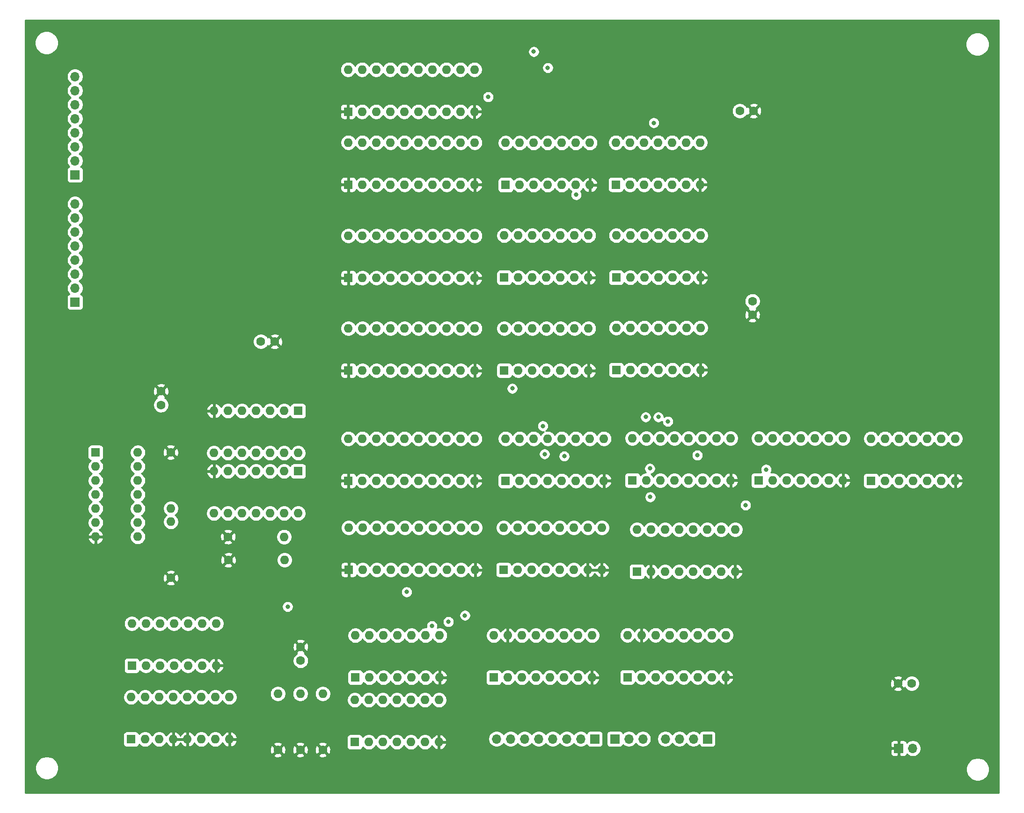
<source format=gbr>
%TF.GenerationSoftware,KiCad,Pcbnew,(5.1.9-0-10_14)*%
%TF.CreationDate,2021-04-21T01:18:25-04:00*%
%TF.ProjectId,ALU,414c552e-6b69-4636-9164-5f7063625858,rev?*%
%TF.SameCoordinates,Original*%
%TF.FileFunction,Copper,L4,Bot*%
%TF.FilePolarity,Positive*%
%FSLAX46Y46*%
G04 Gerber Fmt 4.6, Leading zero omitted, Abs format (unit mm)*
G04 Created by KiCad (PCBNEW (5.1.9-0-10_14)) date 2021-04-21 01:18:25*
%MOMM*%
%LPD*%
G01*
G04 APERTURE LIST*
%TA.AperFunction,ComponentPad*%
%ADD10O,1.700000X1.700000*%
%TD*%
%TA.AperFunction,ComponentPad*%
%ADD11R,1.700000X1.700000*%
%TD*%
%TA.AperFunction,ComponentPad*%
%ADD12O,1.600000X1.600000*%
%TD*%
%TA.AperFunction,ComponentPad*%
%ADD13R,1.600000X1.600000*%
%TD*%
%TA.AperFunction,ComponentPad*%
%ADD14C,1.600000*%
%TD*%
%TA.AperFunction,ViaPad*%
%ADD15C,0.800000*%
%TD*%
%TA.AperFunction,Conductor*%
%ADD16C,0.254000*%
%TD*%
%TA.AperFunction,Conductor*%
%ADD17C,0.100000*%
%TD*%
G04 APERTURE END LIST*
D10*
%TO.P,J6,4*%
%TO.N,/F3*%
X152336500Y-148971000D03*
%TO.P,J6,3*%
%TO.N,/F2*%
X154876500Y-148971000D03*
%TO.P,J6,2*%
%TO.N,/F1*%
X157416500Y-148971000D03*
D11*
%TO.P,J6,1*%
%TO.N,/F0*%
X159956500Y-148971000D03*
%TD*%
D12*
%TO.P,U19,14*%
%TO.N,VCC*%
X96139000Y-141922500D03*
%TO.P,U19,7*%
%TO.N,GND*%
X111379000Y-149542500D03*
%TO.P,U19,13*%
%TO.N,Net-(R8-Pad2)*%
X98679000Y-141922500D03*
%TO.P,U19,6*%
%TO.N,/SUB*%
X108839000Y-149542500D03*
%TO.P,U19,12*%
%TO.N,Net-(U19-Pad12)*%
X101219000Y-141922500D03*
%TO.P,U19,5*%
%TO.N,Net-(U19-Pad5)*%
X106299000Y-149542500D03*
%TO.P,U19,11*%
%TO.N,Net-(R7-Pad2)*%
X103759000Y-141922500D03*
%TO.P,U19,4*%
%TO.N,Net-(U19-Pad4)*%
X103759000Y-149542500D03*
%TO.P,U19,10*%
%TO.N,Net-(U19-Pad10)*%
X106299000Y-141922500D03*
%TO.P,U19,3*%
%TO.N,/Y1*%
X101219000Y-149542500D03*
%TO.P,U19,9*%
%TO.N,Net-(R6-Pad2)*%
X108839000Y-141922500D03*
%TO.P,U19,2*%
%TO.N,Net-(U19-Pad2)*%
X98679000Y-149542500D03*
%TO.P,U19,8*%
%TO.N,Net-(U19-Pad8)*%
X111379000Y-141922500D03*
D13*
%TO.P,U19,1*%
%TO.N,/Y2*%
X96139000Y-149542500D03*
%TD*%
D12*
%TO.P,U27,14*%
%TO.N,VCC*%
X55816500Y-128079500D03*
%TO.P,U27,7*%
%TO.N,GND*%
X71056500Y-135699500D03*
%TO.P,U27,13*%
%TO.N,N/C*%
X58356500Y-128079500D03*
%TO.P,U27,6*%
%TO.N,/SHIFT_EN*%
X68516500Y-135699500D03*
%TO.P,U27,12*%
%TO.N,N/C*%
X60896500Y-128079500D03*
%TO.P,U27,5*%
%TO.N,Net-(U26-Pad10)*%
X65976500Y-135699500D03*
%TO.P,U27,11*%
%TO.N,N/C*%
X63436500Y-128079500D03*
%TO.P,U27,4*%
%TO.N,Net-(U26-Pad9)*%
X63436500Y-135699500D03*
%TO.P,U27,10*%
%TO.N,N/C*%
X65976500Y-128079500D03*
%TO.P,U27,3*%
%TO.N,/SUM_OUT*%
X60896500Y-135699500D03*
%TO.P,U27,9*%
%TO.N,N/C*%
X68516500Y-128079500D03*
%TO.P,U27,2*%
%TO.N,Net-(U26-Pad15)*%
X58356500Y-135699500D03*
%TO.P,U27,8*%
%TO.N,N/C*%
X71056500Y-128079500D03*
D13*
%TO.P,U27,1*%
%TO.N,Net-(U19-Pad5)*%
X55816500Y-135699500D03*
%TD*%
D12*
%TO.P,U26,16*%
%TO.N,VCC*%
X55689500Y-141414500D03*
%TO.P,U26,8*%
%TO.N,GND*%
X73469500Y-149034500D03*
%TO.P,U26,15*%
%TO.N,Net-(U26-Pad15)*%
X58229500Y-141414500D03*
%TO.P,U26,7*%
%TO.N,Net-(U26-Pad7)*%
X70929500Y-149034500D03*
%TO.P,U26,14*%
%TO.N,Net-(U19-Pad5)*%
X60769500Y-141414500D03*
%TO.P,U26,6*%
%TO.N,/F3*%
X68389500Y-149034500D03*
%TO.P,U26,13*%
%TO.N,Net-(U26-Pad13)*%
X63309500Y-141414500D03*
%TO.P,U26,5*%
%TO.N,GND*%
X65849500Y-149034500D03*
%TO.P,U26,12*%
%TO.N,Net-(U26-Pad12)*%
X65849500Y-141414500D03*
%TO.P,U26,4*%
%TO.N,GND*%
X63309500Y-149034500D03*
%TO.P,U26,11*%
%TO.N,Net-(U26-Pad11)*%
X68389500Y-141414500D03*
%TO.P,U26,3*%
%TO.N,/F2*%
X60769500Y-149034500D03*
%TO.P,U26,10*%
%TO.N,Net-(U26-Pad10)*%
X70929500Y-141414500D03*
%TO.P,U26,2*%
%TO.N,/F1*%
X58229500Y-149034500D03*
%TO.P,U26,9*%
%TO.N,Net-(U26-Pad9)*%
X73469500Y-141414500D03*
D13*
%TO.P,U26,1*%
%TO.N,/F0*%
X55689500Y-149034500D03*
%TD*%
D12*
%TO.P,U4,14*%
%TO.N,VCC*%
X85915500Y-97218500D03*
%TO.P,U4,7*%
%TO.N,GND*%
X70675500Y-89598500D03*
%TO.P,U4,13*%
%TO.N,Net-(U11-Pad4)*%
X83375500Y-97218500D03*
%TO.P,U4,6*%
%TO.N,/SUM6*%
X73215500Y-89598500D03*
%TO.P,U4,12*%
%TO.N,/SUM2*%
X80835500Y-97218500D03*
%TO.P,U4,5*%
%TO.N,/SUM5*%
X75755500Y-89598500D03*
%TO.P,U4,11*%
%TO.N,/SUM1*%
X78295500Y-97218500D03*
%TO.P,U4,4*%
%TO.N,Net-(U11-Pad1)*%
X78295500Y-89598500D03*
%TO.P,U4,10*%
%TO.N,Net-(U11-Pad5)*%
X75755500Y-97218500D03*
%TO.P,U4,3*%
%TO.N,/SUM8*%
X80835500Y-89598500D03*
%TO.P,U4,9*%
%TO.N,/SUM4*%
X73215500Y-97218500D03*
%TO.P,U4,2*%
%TO.N,/SUM7*%
X83375500Y-89598500D03*
%TO.P,U4,8*%
%TO.N,/SUM3*%
X70675500Y-97218500D03*
D13*
%TO.P,U4,1*%
%TO.N,Net-(U11-Pad2)*%
X85915500Y-89598500D03*
%TD*%
D12*
%TO.P,U11,14*%
%TO.N,VCC*%
X85915500Y-108132000D03*
%TO.P,U11,7*%
%TO.N,GND*%
X70675500Y-100512000D03*
%TO.P,U11,13*%
%TO.N,Net-(R9-Pad2)*%
X83375500Y-108132000D03*
%TO.P,U11,6*%
%TO.N,Net-(U11-Pad6)*%
X73215500Y-100512000D03*
%TO.P,U11,12*%
%TO.N,Net-(R10-Pad2)*%
X80835500Y-108132000D03*
%TO.P,U11,5*%
%TO.N,Net-(U11-Pad5)*%
X75755500Y-100512000D03*
%TO.P,U11,11*%
%TO.N,Net-(U11-Pad11)*%
X78295500Y-108132000D03*
%TO.P,U11,4*%
%TO.N,Net-(U11-Pad4)*%
X78295500Y-100512000D03*
%TO.P,U11,10*%
%TO.N,Net-(U11-Pad10)*%
X75755500Y-108132000D03*
%TO.P,U11,3*%
X80835500Y-100512000D03*
%TO.P,U11,9*%
%TO.N,Net-(U11-Pad6)*%
X73215500Y-108132000D03*
%TO.P,U11,2*%
%TO.N,Net-(U11-Pad2)*%
X83375500Y-100512000D03*
%TO.P,U11,8*%
%TO.N,/EQ*%
X70675500Y-108132000D03*
D13*
%TO.P,U11,1*%
%TO.N,Net-(U11-Pad1)*%
X85915500Y-100512000D03*
%TD*%
D12*
%TO.P,U25,14*%
%TO.N,VCC*%
X56891000Y-97141500D03*
%TO.P,U25,7*%
%TO.N,GND*%
X49271000Y-112381500D03*
%TO.P,U25,13*%
%TO.N,Net-(U25-Pad13)*%
X56891000Y-99681500D03*
%TO.P,U25,6*%
%TO.N,/ZE*%
X49271000Y-109841500D03*
%TO.P,U25,12*%
%TO.N,Net-(U25-Pad12)*%
X56891000Y-102221500D03*
%TO.P,U25,5*%
%TO.N,/EQ*%
X49271000Y-107301500D03*
%TO.P,U25,11*%
%TO.N,Net-(U25-Pad11)*%
X56891000Y-104761500D03*
%TO.P,U25,4*%
%TO.N,/SUB*%
X49271000Y-104761500D03*
%TO.P,U25,10*%
%TO.N,Net-(R11-Pad2)*%
X56891000Y-107301500D03*
%TO.P,U25,3*%
%TO.N,/NEG*%
X49271000Y-102221500D03*
%TO.P,U25,9*%
%TO.N,Net-(R12-Pad2)*%
X56891000Y-109841500D03*
%TO.P,U25,2*%
%TO.N,/SUM8*%
X49271000Y-99681500D03*
%TO.P,U25,8*%
%TO.N,Net-(U25-Pad8)*%
X56891000Y-112381500D03*
D13*
%TO.P,U25,1*%
%TO.N,/SUB*%
X49271000Y-97141500D03*
%TD*%
D12*
%TO.P,R12,2*%
%TO.N,Net-(R12-Pad2)*%
X62865000Y-109664500D03*
D14*
%TO.P,R12,1*%
%TO.N,GND*%
X62865000Y-119824500D03*
%TD*%
D12*
%TO.P,R11,2*%
%TO.N,Net-(R11-Pad2)*%
X62865000Y-107251500D03*
D14*
%TO.P,R11,1*%
%TO.N,GND*%
X62865000Y-97091500D03*
%TD*%
D12*
%TO.P,R10,2*%
%TO.N,Net-(R10-Pad2)*%
X83439000Y-116586000D03*
D14*
%TO.P,R10,1*%
%TO.N,GND*%
X73279000Y-116586000D03*
%TD*%
D12*
%TO.P,R9,2*%
%TO.N,Net-(R9-Pad2)*%
X83375500Y-112395000D03*
D14*
%TO.P,R9,1*%
%TO.N,GND*%
X73215500Y-112395000D03*
%TD*%
D10*
%TO.P,J4,3*%
%TO.N,/ZE*%
X148272500Y-148971000D03*
%TO.P,J4,2*%
%TO.N,/NEG*%
X145732500Y-148971000D03*
D11*
%TO.P,J4,1*%
%TO.N,/CARRY_OUT*%
X143192500Y-148971000D03*
%TD*%
D10*
%TO.P,J5,2*%
%TO.N,Net-(J5-Pad2)*%
X197104000Y-150685500D03*
D11*
%TO.P,J5,1*%
%TO.N,GND*%
X194564000Y-150685500D03*
%TD*%
D10*
%TO.P,J3,8*%
%TO.N,/ALU_OUT8*%
X121793000Y-148971000D03*
%TO.P,J3,7*%
%TO.N,/ALU_OUT7*%
X124333000Y-148971000D03*
%TO.P,J3,6*%
%TO.N,/ALU_OUT6*%
X126873000Y-148971000D03*
%TO.P,J3,5*%
%TO.N,/ALU_OUT5*%
X129413000Y-148971000D03*
%TO.P,J3,4*%
%TO.N,/ALU_OUT4*%
X131953000Y-148971000D03*
%TO.P,J3,3*%
%TO.N,/ALU_OUT3*%
X134493000Y-148971000D03*
%TO.P,J3,2*%
%TO.N,/ALU_OUT2*%
X137033000Y-148971000D03*
D11*
%TO.P,J3,1*%
%TO.N,/ALU_OUT1*%
X139573000Y-148971000D03*
%TD*%
D10*
%TO.P,J2,8*%
%TO.N,B8*%
X45529500Y-52133500D03*
%TO.P,J2,7*%
%TO.N,B7*%
X45529500Y-54673500D03*
%TO.P,J2,6*%
%TO.N,B6*%
X45529500Y-57213500D03*
%TO.P,J2,5*%
%TO.N,B5*%
X45529500Y-59753500D03*
%TO.P,J2,4*%
%TO.N,B4*%
X45529500Y-62293500D03*
%TO.P,J2,3*%
%TO.N,B3*%
X45529500Y-64833500D03*
%TO.P,J2,2*%
%TO.N,B2*%
X45529500Y-67373500D03*
D11*
%TO.P,J2,1*%
%TO.N,B1*%
X45529500Y-69913500D03*
%TD*%
D10*
%TO.P,J1,8*%
%TO.N,A8*%
X45529500Y-29083000D03*
%TO.P,J1,7*%
%TO.N,A7*%
X45529500Y-31623000D03*
%TO.P,J1,6*%
%TO.N,A6*%
X45529500Y-34163000D03*
%TO.P,J1,5*%
%TO.N,A5*%
X45529500Y-36703000D03*
%TO.P,J1,4*%
%TO.N,A4*%
X45529500Y-39243000D03*
%TO.P,J1,3*%
%TO.N,A3*%
X45529500Y-41783000D03*
%TO.P,J1,2*%
%TO.N,A2*%
X45529500Y-44323000D03*
D11*
%TO.P,J1,1*%
%TO.N,A1*%
X45529500Y-46863000D03*
%TD*%
D12*
%TO.P,U24,20*%
%TO.N,VCC*%
X95059500Y-110744000D03*
%TO.P,U24,10*%
%TO.N,GND*%
X117919500Y-118364000D03*
%TO.P,U24,19*%
%TO.N,/SHIFT_EN*%
X97599500Y-110744000D03*
%TO.P,U24,9*%
%TO.N,/Y1*%
X115379500Y-118364000D03*
%TO.P,U24,18*%
%TO.N,Net-(U18-Pad15)*%
X100139500Y-110744000D03*
%TO.P,U24,8*%
%TO.N,/Y2*%
X112839500Y-118364000D03*
%TO.P,U24,17*%
%TO.N,Net-(U18-Pad14)*%
X102679500Y-110744000D03*
%TO.P,U24,7*%
%TO.N,/Y3*%
X110299500Y-118364000D03*
%TO.P,U24,16*%
%TO.N,Net-(U18-Pad13)*%
X105219500Y-110744000D03*
%TO.P,U24,6*%
%TO.N,/Y4*%
X107759500Y-118364000D03*
%TO.P,U24,15*%
%TO.N,Net-(U18-Pad12)*%
X107759500Y-110744000D03*
%TO.P,U24,5*%
%TO.N,/Y5*%
X105219500Y-118364000D03*
%TO.P,U24,14*%
%TO.N,Net-(U18-Pad7)*%
X110299500Y-110744000D03*
%TO.P,U24,4*%
%TO.N,/Y6*%
X102679500Y-118364000D03*
%TO.P,U24,13*%
%TO.N,Net-(U22-Pad14)*%
X112839500Y-110744000D03*
%TO.P,U24,3*%
%TO.N,/Y7*%
X100139500Y-118364000D03*
%TO.P,U24,12*%
%TO.N,Net-(U22-Pad13)*%
X115379500Y-110744000D03*
%TO.P,U24,2*%
%TO.N,/Y8*%
X97599500Y-118364000D03*
%TO.P,U24,11*%
%TO.N,Net-(U22-Pad12)*%
X117919500Y-110744000D03*
D13*
%TO.P,U24,1*%
%TO.N,GND*%
X95059500Y-118364000D03*
%TD*%
D12*
%TO.P,U23,14*%
%TO.N,VCC*%
X169227500Y-94551500D03*
%TO.P,U23,7*%
%TO.N,GND*%
X184467500Y-102171500D03*
%TO.P,U23,13*%
%TO.N,/SUB*%
X171767500Y-94551500D03*
%TO.P,U23,6*%
%TO.N,Net-(U17-Pad15)*%
X181927500Y-102171500D03*
%TO.P,U23,12*%
%TO.N,B1*%
X174307500Y-94551500D03*
%TO.P,U23,5*%
%TO.N,/SUB*%
X179387500Y-102171500D03*
%TO.P,U23,11*%
%TO.N,Net-(U17-Pad6)*%
X176847500Y-94551500D03*
%TO.P,U23,4*%
%TO.N,B3*%
X176847500Y-102171500D03*
%TO.P,U23,10*%
%TO.N,/SUB*%
X179387500Y-94551500D03*
%TO.P,U23,3*%
%TO.N,Net-(U17-Pad11)*%
X174307500Y-102171500D03*
%TO.P,U23,9*%
%TO.N,B2*%
X181927500Y-94551500D03*
%TO.P,U23,2*%
%TO.N,/SUB*%
X171767500Y-102171500D03*
%TO.P,U23,8*%
%TO.N,Net-(U17-Pad2)*%
X184467500Y-94551500D03*
D13*
%TO.P,U23,1*%
%TO.N,B4*%
X169227500Y-102171500D03*
%TD*%
D12*
%TO.P,U22,16*%
%TO.N,VCC*%
X123063000Y-110744000D03*
%TO.P,U22,8*%
%TO.N,GND*%
X140843000Y-118364000D03*
%TO.P,U22,15*%
%TO.N,Net-(U18-Pad7)*%
X125603000Y-110744000D03*
%TO.P,U22,7*%
%TO.N,GND*%
X138303000Y-118364000D03*
%TO.P,U22,14*%
%TO.N,Net-(U22-Pad14)*%
X128143000Y-110744000D03*
%TO.P,U22,6*%
%TO.N,A1*%
X135763000Y-118364000D03*
%TO.P,U22,13*%
%TO.N,Net-(U22-Pad13)*%
X130683000Y-110744000D03*
%TO.P,U22,5*%
%TO.N,A2*%
X133223000Y-118364000D03*
%TO.P,U22,12*%
%TO.N,Net-(U22-Pad12)*%
X133223000Y-110744000D03*
%TO.P,U22,4*%
%TO.N,A3*%
X130683000Y-118364000D03*
%TO.P,U22,11*%
%TO.N,/CLOCK*%
X135763000Y-110744000D03*
%TO.P,U22,3*%
%TO.N,A4*%
X128143000Y-118364000D03*
%TO.P,U22,10*%
%TO.N,/SHL*%
X138303000Y-110744000D03*
%TO.P,U22,2*%
%TO.N,Net-(U18-Pad12)*%
X125603000Y-118364000D03*
%TO.P,U22,9*%
%TO.N,/SHR*%
X140843000Y-110744000D03*
D13*
%TO.P,U22,1*%
%TO.N,VCC*%
X123063000Y-118364000D03*
%TD*%
D12*
%TO.P,U21,14*%
%TO.N,VCC*%
X189547500Y-94615000D03*
%TO.P,U21,7*%
%TO.N,GND*%
X204787500Y-102235000D03*
%TO.P,U21,13*%
%TO.N,/SUB*%
X192087500Y-94615000D03*
%TO.P,U21,6*%
%TO.N,Net-(U15-Pad15)*%
X202247500Y-102235000D03*
%TO.P,U21,12*%
%TO.N,B5*%
X194627500Y-94615000D03*
%TO.P,U21,5*%
%TO.N,/SUB*%
X199707500Y-102235000D03*
%TO.P,U21,11*%
%TO.N,Net-(U15-Pad6)*%
X197167500Y-94615000D03*
%TO.P,U21,4*%
%TO.N,B7*%
X197167500Y-102235000D03*
%TO.P,U21,10*%
%TO.N,/SUB*%
X199707500Y-94615000D03*
%TO.P,U21,3*%
%TO.N,Net-(U15-Pad11)*%
X194627500Y-102235000D03*
%TO.P,U21,9*%
%TO.N,B6*%
X202247500Y-94615000D03*
%TO.P,U21,2*%
%TO.N,/SUB*%
X192087500Y-102235000D03*
%TO.P,U21,8*%
%TO.N,Net-(U15-Pad2)*%
X204787500Y-94615000D03*
D13*
%TO.P,U21,1*%
%TO.N,B8*%
X189547500Y-102235000D03*
%TD*%
D12*
%TO.P,U20,16*%
%TO.N,VCC*%
X145478500Y-130175000D03*
%TO.P,U20,8*%
%TO.N,GND*%
X163258500Y-137795000D03*
%TO.P,U20,15*%
X148018500Y-130175000D03*
%TO.P,U20,7*%
%TO.N,/ALU_OUT2*%
X160718500Y-137795000D03*
%TO.P,U20,14*%
%TO.N,Net-(U12-Pad10)*%
X150558500Y-130175000D03*
%TO.P,U20,6*%
%TO.N,/Y2*%
X158178500Y-137795000D03*
%TO.P,U20,13*%
%TO.N,/Y4*%
X153098500Y-130175000D03*
%TO.P,U20,5*%
%TO.N,Net-(U19-Pad2)*%
X155638500Y-137795000D03*
%TO.P,U20,12*%
%TO.N,/ALU_OUT4*%
X155638500Y-130175000D03*
%TO.P,U20,4*%
%TO.N,/ALU_OUT1*%
X153098500Y-137795000D03*
%TO.P,U20,11*%
%TO.N,Net-(U12-Pad12)*%
X158178500Y-130175000D03*
%TO.P,U20,3*%
%TO.N,/Y1*%
X150558500Y-137795000D03*
%TO.P,U20,10*%
%TO.N,/Y3*%
X160718500Y-130175000D03*
%TO.P,U20,2*%
%TO.N,Net-(U19-Pad4)*%
X148018500Y-137795000D03*
%TO.P,U20,9*%
%TO.N,/ALU_OUT3*%
X163258500Y-130175000D03*
D13*
%TO.P,U20,1*%
%TO.N,/NOT_OUT*%
X145478500Y-137795000D03*
%TD*%
D12*
%TO.P,U18,16*%
%TO.N,VCC*%
X147193000Y-111061500D03*
%TO.P,U18,8*%
%TO.N,GND*%
X164973000Y-118681500D03*
%TO.P,U18,15*%
%TO.N,Net-(U18-Pad15)*%
X149733000Y-111061500D03*
%TO.P,U18,7*%
%TO.N,Net-(U18-Pad7)*%
X162433000Y-118681500D03*
%TO.P,U18,14*%
%TO.N,Net-(U18-Pad14)*%
X152273000Y-111061500D03*
%TO.P,U18,6*%
%TO.N,A5*%
X159893000Y-118681500D03*
%TO.P,U18,13*%
%TO.N,Net-(U18-Pad13)*%
X154813000Y-111061500D03*
%TO.P,U18,5*%
%TO.N,A6*%
X157353000Y-118681500D03*
%TO.P,U18,12*%
%TO.N,Net-(U18-Pad12)*%
X157353000Y-111061500D03*
%TO.P,U18,4*%
%TO.N,A7*%
X154813000Y-118681500D03*
%TO.P,U18,11*%
%TO.N,/CLOCK*%
X159893000Y-111061500D03*
%TO.P,U18,3*%
%TO.N,A8*%
X152273000Y-118681500D03*
%TO.P,U18,10*%
%TO.N,/SHL*%
X162433000Y-111061500D03*
%TO.P,U18,2*%
%TO.N,GND*%
X149733000Y-118681500D03*
%TO.P,U18,9*%
%TO.N,/SHR*%
X164973000Y-111061500D03*
D13*
%TO.P,U18,1*%
%TO.N,VCC*%
X147193000Y-118681500D03*
%TD*%
D12*
%TO.P,U17,16*%
%TO.N,VCC*%
X123444000Y-94615000D03*
%TO.P,U17,8*%
%TO.N,GND*%
X141224000Y-102235000D03*
%TO.P,U17,15*%
%TO.N,Net-(U17-Pad15)*%
X125984000Y-94615000D03*
%TO.P,U17,7*%
%TO.N,/SUB*%
X138684000Y-102235000D03*
%TO.P,U17,14*%
%TO.N,A3*%
X128524000Y-94615000D03*
%TO.P,U17,6*%
%TO.N,Net-(U17-Pad6)*%
X136144000Y-102235000D03*
%TO.P,U17,13*%
%TO.N,/SUM3*%
X131064000Y-94615000D03*
%TO.P,U17,5*%
%TO.N,A1*%
X133604000Y-102235000D03*
%TO.P,U17,12*%
%TO.N,A4*%
X133604000Y-94615000D03*
%TO.P,U17,4*%
%TO.N,/SUM1*%
X131064000Y-102235000D03*
%TO.P,U17,11*%
%TO.N,Net-(U17-Pad11)*%
X136144000Y-94615000D03*
%TO.P,U17,3*%
%TO.N,A2*%
X128524000Y-102235000D03*
%TO.P,U17,10*%
%TO.N,/SUM4*%
X138684000Y-94615000D03*
%TO.P,U17,2*%
%TO.N,Net-(U17-Pad2)*%
X125984000Y-102235000D03*
%TO.P,U17,9*%
%TO.N,Net-(U15-Pad7)*%
X141224000Y-94615000D03*
D13*
%TO.P,U17,1*%
%TO.N,/SUM2*%
X123444000Y-102235000D03*
%TD*%
D12*
%TO.P,U16,16*%
%TO.N,VCC*%
X121285000Y-130238500D03*
%TO.P,U16,8*%
%TO.N,GND*%
X139065000Y-137858500D03*
%TO.P,U16,15*%
X123825000Y-130238500D03*
%TO.P,U16,7*%
%TO.N,/ALU_OUT6*%
X136525000Y-137858500D03*
%TO.P,U16,14*%
%TO.N,/Y8*%
X126365000Y-130238500D03*
%TO.P,U16,6*%
%TO.N,Net-(U12-Pad6)*%
X133985000Y-137858500D03*
%TO.P,U16,13*%
%TO.N,Net-(U12-Pad2)*%
X128905000Y-130238500D03*
%TO.P,U16,5*%
%TO.N,/Y6*%
X131445000Y-137858500D03*
%TO.P,U16,12*%
%TO.N,/ALU_OUT8*%
X131445000Y-130238500D03*
%TO.P,U16,4*%
%TO.N,/ALU_OUT5*%
X128905000Y-137858500D03*
%TO.P,U16,11*%
%TO.N,/Y7*%
X133985000Y-130238500D03*
%TO.P,U16,3*%
%TO.N,Net-(U12-Pad8)*%
X126365000Y-137858500D03*
%TO.P,U16,10*%
%TO.N,Net-(U12-Pad4)*%
X136525000Y-130238500D03*
%TO.P,U16,2*%
%TO.N,/Y5*%
X123825000Y-137858500D03*
%TO.P,U16,9*%
%TO.N,/ALU_OUT7*%
X139065000Y-130238500D03*
D13*
%TO.P,U16,1*%
%TO.N,/NOT_OUT*%
X121285000Y-137858500D03*
%TD*%
D12*
%TO.P,U15,16*%
%TO.N,VCC*%
X146367500Y-94551500D03*
%TO.P,U15,8*%
%TO.N,GND*%
X164147500Y-102171500D03*
%TO.P,U15,15*%
%TO.N,Net-(U15-Pad15)*%
X148907500Y-94551500D03*
%TO.P,U15,7*%
%TO.N,Net-(U15-Pad7)*%
X161607500Y-102171500D03*
%TO.P,U15,14*%
%TO.N,A7*%
X151447500Y-94551500D03*
%TO.P,U15,6*%
%TO.N,Net-(U15-Pad6)*%
X159067500Y-102171500D03*
%TO.P,U15,13*%
%TO.N,/SUM7*%
X153987500Y-94551500D03*
%TO.P,U15,5*%
%TO.N,A5*%
X156527500Y-102171500D03*
%TO.P,U15,12*%
%TO.N,A8*%
X156527500Y-94551500D03*
%TO.P,U15,4*%
%TO.N,/SUM5*%
X153987500Y-102171500D03*
%TO.P,U15,11*%
%TO.N,Net-(U15-Pad11)*%
X159067500Y-94551500D03*
%TO.P,U15,3*%
%TO.N,A6*%
X151447500Y-102171500D03*
%TO.P,U15,10*%
%TO.N,/SUM8*%
X161607500Y-94551500D03*
%TO.P,U15,2*%
%TO.N,Net-(U15-Pad2)*%
X148907500Y-102171500D03*
%TO.P,U15,9*%
%TO.N,/CARRY_OUT*%
X164147500Y-94551500D03*
D13*
%TO.P,U15,1*%
%TO.N,/SUM6*%
X146367500Y-102171500D03*
%TD*%
D12*
%TO.P,U14,20*%
%TO.N,VCC*%
X94996000Y-94615000D03*
%TO.P,U14,10*%
%TO.N,GND*%
X117856000Y-102235000D03*
%TO.P,U14,19*%
%TO.N,/SUM_OUT*%
X97536000Y-94615000D03*
%TO.P,U14,9*%
%TO.N,/Y1*%
X115316000Y-102235000D03*
%TO.P,U14,18*%
%TO.N,/SUM8*%
X100076000Y-94615000D03*
%TO.P,U14,8*%
%TO.N,/Y2*%
X112776000Y-102235000D03*
%TO.P,U14,17*%
%TO.N,/SUM7*%
X102616000Y-94615000D03*
%TO.P,U14,7*%
%TO.N,/Y3*%
X110236000Y-102235000D03*
%TO.P,U14,16*%
%TO.N,/SUM6*%
X105156000Y-94615000D03*
%TO.P,U14,6*%
%TO.N,/Y4*%
X107696000Y-102235000D03*
%TO.P,U14,15*%
%TO.N,/SUM5*%
X107696000Y-94615000D03*
%TO.P,U14,5*%
%TO.N,/Y5*%
X105156000Y-102235000D03*
%TO.P,U14,14*%
%TO.N,/SUM4*%
X110236000Y-94615000D03*
%TO.P,U14,4*%
%TO.N,/Y6*%
X102616000Y-102235000D03*
%TO.P,U14,13*%
%TO.N,/SUM3*%
X112776000Y-94615000D03*
%TO.P,U14,3*%
%TO.N,/Y7*%
X100076000Y-102235000D03*
%TO.P,U14,12*%
%TO.N,/SUM2*%
X115316000Y-94615000D03*
%TO.P,U14,2*%
%TO.N,/Y8*%
X97536000Y-102235000D03*
%TO.P,U14,11*%
%TO.N,/SUM1*%
X117856000Y-94615000D03*
D13*
%TO.P,U14,1*%
%TO.N,GND*%
X94996000Y-102235000D03*
%TD*%
D12*
%TO.P,U13,20*%
%TO.N,VCC*%
X94932500Y-27813000D03*
%TO.P,U13,10*%
%TO.N,GND*%
X117792500Y-35433000D03*
%TO.P,U13,19*%
%TO.N,/PASS*%
X97472500Y-27813000D03*
%TO.P,U13,9*%
%TO.N,/Y1*%
X115252500Y-35433000D03*
%TO.P,U13,18*%
%TO.N,A8*%
X100012500Y-27813000D03*
%TO.P,U13,8*%
%TO.N,/Y2*%
X112712500Y-35433000D03*
%TO.P,U13,17*%
%TO.N,A7*%
X102552500Y-27813000D03*
%TO.P,U13,7*%
%TO.N,/Y3*%
X110172500Y-35433000D03*
%TO.P,U13,16*%
%TO.N,A6*%
X105092500Y-27813000D03*
%TO.P,U13,6*%
%TO.N,/Y4*%
X107632500Y-35433000D03*
%TO.P,U13,15*%
%TO.N,A5*%
X107632500Y-27813000D03*
%TO.P,U13,5*%
%TO.N,/Y5*%
X105092500Y-35433000D03*
%TO.P,U13,14*%
%TO.N,A4*%
X110172500Y-27813000D03*
%TO.P,U13,4*%
%TO.N,/Y6*%
X102552500Y-35433000D03*
%TO.P,U13,13*%
%TO.N,A3*%
X112712500Y-27813000D03*
%TO.P,U13,3*%
%TO.N,/Y7*%
X100012500Y-35433000D03*
%TO.P,U13,12*%
%TO.N,A2*%
X115252500Y-27813000D03*
%TO.P,U13,2*%
%TO.N,/Y8*%
X97472500Y-35433000D03*
%TO.P,U13,11*%
%TO.N,A1*%
X117792500Y-27813000D03*
D13*
%TO.P,U13,1*%
%TO.N,GND*%
X94932500Y-35433000D03*
%TD*%
D12*
%TO.P,U12,14*%
%TO.N,VCC*%
X96266000Y-130238500D03*
%TO.P,U12,7*%
%TO.N,GND*%
X111506000Y-137858500D03*
%TO.P,U12,13*%
%TO.N,/Y3*%
X98806000Y-130238500D03*
%TO.P,U12,6*%
%TO.N,Net-(U12-Pad6)*%
X108966000Y-137858500D03*
%TO.P,U12,12*%
%TO.N,Net-(U12-Pad12)*%
X101346000Y-130238500D03*
%TO.P,U12,5*%
%TO.N,/Y6*%
X106426000Y-137858500D03*
%TO.P,U12,11*%
%TO.N,/Y4*%
X103886000Y-130238500D03*
%TO.P,U12,4*%
%TO.N,Net-(U12-Pad4)*%
X103886000Y-137858500D03*
%TO.P,U12,10*%
%TO.N,Net-(U12-Pad10)*%
X106426000Y-130238500D03*
%TO.P,U12,3*%
%TO.N,/Y7*%
X101346000Y-137858500D03*
%TO.P,U12,9*%
%TO.N,/Y5*%
X108966000Y-130238500D03*
%TO.P,U12,2*%
%TO.N,Net-(U12-Pad2)*%
X98806000Y-137858500D03*
%TO.P,U12,8*%
%TO.N,Net-(U12-Pad8)*%
X111506000Y-130238500D03*
D13*
%TO.P,U12,1*%
%TO.N,/Y8*%
X96266000Y-137858500D03*
%TD*%
D12*
%TO.P,U10,14*%
%TO.N,VCC*%
X123190000Y-57848500D03*
%TO.P,U10,7*%
%TO.N,GND*%
X138430000Y-65468500D03*
%TO.P,U10,13*%
%TO.N,B1*%
X125730000Y-57848500D03*
%TO.P,U10,6*%
%TO.N,Net-(U10-Pad6)*%
X135890000Y-65468500D03*
%TO.P,U10,12*%
%TO.N,A1*%
X128270000Y-57848500D03*
%TO.P,U10,5*%
%TO.N,B3*%
X133350000Y-65468500D03*
%TO.P,U10,11*%
%TO.N,Net-(U10-Pad11)*%
X130810000Y-57848500D03*
%TO.P,U10,4*%
%TO.N,A3*%
X130810000Y-65468500D03*
%TO.P,U10,10*%
%TO.N,B2*%
X133350000Y-57848500D03*
%TO.P,U10,3*%
%TO.N,Net-(U10-Pad3)*%
X128270000Y-65468500D03*
%TO.P,U10,9*%
%TO.N,A2*%
X135890000Y-57848500D03*
%TO.P,U10,2*%
%TO.N,B4*%
X125730000Y-65468500D03*
%TO.P,U10,8*%
%TO.N,Net-(U10-Pad8)*%
X138430000Y-57848500D03*
D13*
%TO.P,U10,1*%
%TO.N,A4*%
X123190000Y-65468500D03*
%TD*%
D12*
%TO.P,U9,14*%
%TO.N,VCC*%
X123190000Y-74676000D03*
%TO.P,U9,7*%
%TO.N,GND*%
X138430000Y-82296000D03*
%TO.P,U9,13*%
%TO.N,B1*%
X125730000Y-74676000D03*
%TO.P,U9,6*%
%TO.N,Net-(U6-Pad13)*%
X135890000Y-82296000D03*
%TO.P,U9,12*%
%TO.N,A1*%
X128270000Y-74676000D03*
%TO.P,U9,5*%
%TO.N,B3*%
X133350000Y-82296000D03*
%TO.P,U9,11*%
%TO.N,Net-(U6-Pad11)*%
X130810000Y-74676000D03*
%TO.P,U9,4*%
%TO.N,A3*%
X130810000Y-82296000D03*
%TO.P,U9,10*%
%TO.N,B2*%
X133350000Y-74676000D03*
%TO.P,U9,3*%
%TO.N,Net-(U6-Pad14)*%
X128270000Y-82296000D03*
%TO.P,U9,9*%
%TO.N,A2*%
X135890000Y-74676000D03*
%TO.P,U9,2*%
%TO.N,B4*%
X125730000Y-82296000D03*
%TO.P,U9,8*%
%TO.N,Net-(U6-Pad12)*%
X138430000Y-74676000D03*
D13*
%TO.P,U9,1*%
%TO.N,A4*%
X123190000Y-82296000D03*
%TD*%
D12*
%TO.P,U8,20*%
%TO.N,VCC*%
X94996000Y-57912000D03*
%TO.P,U8,10*%
%TO.N,GND*%
X117856000Y-65532000D03*
%TO.P,U8,19*%
%TO.N,/XOR_OUT*%
X97536000Y-57912000D03*
%TO.P,U8,9*%
%TO.N,/Y1*%
X115316000Y-65532000D03*
%TO.P,U8,18*%
%TO.N,Net-(U2-Pad3)*%
X100076000Y-57912000D03*
%TO.P,U8,8*%
%TO.N,/Y2*%
X112776000Y-65532000D03*
%TO.P,U8,17*%
%TO.N,Net-(U2-Pad6)*%
X102616000Y-57912000D03*
%TO.P,U8,7*%
%TO.N,/Y3*%
X110236000Y-65532000D03*
%TO.P,U8,16*%
%TO.N,Net-(U2-Pad8)*%
X105156000Y-57912000D03*
%TO.P,U8,6*%
%TO.N,/Y4*%
X107696000Y-65532000D03*
%TO.P,U8,15*%
%TO.N,Net-(U2-Pad11)*%
X107696000Y-57912000D03*
%TO.P,U8,5*%
%TO.N,/Y5*%
X105156000Y-65532000D03*
%TO.P,U8,14*%
%TO.N,Net-(U10-Pad3)*%
X110236000Y-57912000D03*
%TO.P,U8,4*%
%TO.N,/Y6*%
X102616000Y-65532000D03*
%TO.P,U8,13*%
%TO.N,Net-(U10-Pad6)*%
X112776000Y-57912000D03*
%TO.P,U8,3*%
%TO.N,/Y7*%
X100076000Y-65532000D03*
%TO.P,U8,12*%
%TO.N,Net-(U10-Pad8)*%
X115316000Y-57912000D03*
%TO.P,U8,2*%
%TO.N,/Y8*%
X97536000Y-65532000D03*
%TO.P,U8,11*%
%TO.N,Net-(U10-Pad11)*%
X117856000Y-57912000D03*
D13*
%TO.P,U8,1*%
%TO.N,GND*%
X94996000Y-65532000D03*
%TD*%
D12*
%TO.P,U7,14*%
%TO.N,VCC*%
X123444000Y-41084500D03*
%TO.P,U7,7*%
%TO.N,GND*%
X138684000Y-48704500D03*
%TO.P,U7,13*%
%TO.N,B1*%
X125984000Y-41084500D03*
%TO.P,U7,6*%
%TO.N,Net-(U5-Pad13)*%
X136144000Y-48704500D03*
%TO.P,U7,12*%
%TO.N,A1*%
X128524000Y-41084500D03*
%TO.P,U7,5*%
%TO.N,B3*%
X133604000Y-48704500D03*
%TO.P,U7,11*%
%TO.N,Net-(U5-Pad11)*%
X131064000Y-41084500D03*
%TO.P,U7,4*%
%TO.N,A3*%
X131064000Y-48704500D03*
%TO.P,U7,10*%
%TO.N,B2*%
X133604000Y-41084500D03*
%TO.P,U7,3*%
%TO.N,Net-(U5-Pad14)*%
X128524000Y-48704500D03*
%TO.P,U7,9*%
%TO.N,A2*%
X136144000Y-41084500D03*
%TO.P,U7,2*%
%TO.N,B4*%
X125984000Y-48704500D03*
%TO.P,U7,8*%
%TO.N,Net-(U5-Pad12)*%
X138684000Y-41084500D03*
D13*
%TO.P,U7,1*%
%TO.N,A4*%
X123444000Y-48704500D03*
%TD*%
D12*
%TO.P,U6,20*%
%TO.N,VCC*%
X94996000Y-74676000D03*
%TO.P,U6,10*%
%TO.N,GND*%
X117856000Y-82296000D03*
%TO.P,U6,19*%
%TO.N,/OR_OUT*%
X97536000Y-74676000D03*
%TO.P,U6,9*%
%TO.N,/Y1*%
X115316000Y-82296000D03*
%TO.P,U6,18*%
%TO.N,Net-(U3-Pad3)*%
X100076000Y-74676000D03*
%TO.P,U6,8*%
%TO.N,/Y2*%
X112776000Y-82296000D03*
%TO.P,U6,17*%
%TO.N,Net-(U3-Pad6)*%
X102616000Y-74676000D03*
%TO.P,U6,7*%
%TO.N,/Y3*%
X110236000Y-82296000D03*
%TO.P,U6,16*%
%TO.N,Net-(U3-Pad8)*%
X105156000Y-74676000D03*
%TO.P,U6,6*%
%TO.N,/Y4*%
X107696000Y-82296000D03*
%TO.P,U6,15*%
%TO.N,Net-(U3-Pad11)*%
X107696000Y-74676000D03*
%TO.P,U6,5*%
%TO.N,/Y5*%
X105156000Y-82296000D03*
%TO.P,U6,14*%
%TO.N,Net-(U6-Pad14)*%
X110236000Y-74676000D03*
%TO.P,U6,4*%
%TO.N,/Y6*%
X102616000Y-82296000D03*
%TO.P,U6,13*%
%TO.N,Net-(U6-Pad13)*%
X112776000Y-74676000D03*
%TO.P,U6,3*%
%TO.N,/Y7*%
X100076000Y-82296000D03*
%TO.P,U6,12*%
%TO.N,Net-(U6-Pad12)*%
X115316000Y-74676000D03*
%TO.P,U6,2*%
%TO.N,/Y8*%
X97536000Y-82296000D03*
%TO.P,U6,11*%
%TO.N,Net-(U6-Pad11)*%
X117856000Y-74676000D03*
D13*
%TO.P,U6,1*%
%TO.N,GND*%
X94996000Y-82296000D03*
%TD*%
D12*
%TO.P,U5,20*%
%TO.N,VCC*%
X94996000Y-41021000D03*
%TO.P,U5,10*%
%TO.N,GND*%
X117856000Y-48641000D03*
%TO.P,U5,19*%
%TO.N,/AND_OUT*%
X97536000Y-41021000D03*
%TO.P,U5,9*%
%TO.N,/Y1*%
X115316000Y-48641000D03*
%TO.P,U5,18*%
%TO.N,Net-(U1-Pad3)*%
X100076000Y-41021000D03*
%TO.P,U5,8*%
%TO.N,/Y2*%
X112776000Y-48641000D03*
%TO.P,U5,17*%
%TO.N,Net-(U1-Pad6)*%
X102616000Y-41021000D03*
%TO.P,U5,7*%
%TO.N,/Y3*%
X110236000Y-48641000D03*
%TO.P,U5,16*%
%TO.N,Net-(U1-Pad8)*%
X105156000Y-41021000D03*
%TO.P,U5,6*%
%TO.N,/Y4*%
X107696000Y-48641000D03*
%TO.P,U5,15*%
%TO.N,Net-(U1-Pad11)*%
X107696000Y-41021000D03*
%TO.P,U5,5*%
%TO.N,/Y5*%
X105156000Y-48641000D03*
%TO.P,U5,14*%
%TO.N,Net-(U5-Pad14)*%
X110236000Y-41021000D03*
%TO.P,U5,4*%
%TO.N,/Y6*%
X102616000Y-48641000D03*
%TO.P,U5,13*%
%TO.N,Net-(U5-Pad13)*%
X112776000Y-41021000D03*
%TO.P,U5,3*%
%TO.N,/Y7*%
X100076000Y-48641000D03*
%TO.P,U5,12*%
%TO.N,Net-(U5-Pad12)*%
X115316000Y-41021000D03*
%TO.P,U5,2*%
%TO.N,/Y8*%
X97536000Y-48641000D03*
%TO.P,U5,11*%
%TO.N,Net-(U5-Pad11)*%
X117856000Y-41021000D03*
D13*
%TO.P,U5,1*%
%TO.N,GND*%
X94996000Y-48641000D03*
%TD*%
D12*
%TO.P,U3,14*%
%TO.N,VCC*%
X143446500Y-74549000D03*
%TO.P,U3,7*%
%TO.N,GND*%
X158686500Y-82169000D03*
%TO.P,U3,13*%
%TO.N,B5*%
X145986500Y-74549000D03*
%TO.P,U3,6*%
%TO.N,Net-(U3-Pad6)*%
X156146500Y-82169000D03*
%TO.P,U3,12*%
%TO.N,A5*%
X148526500Y-74549000D03*
%TO.P,U3,5*%
%TO.N,B7*%
X153606500Y-82169000D03*
%TO.P,U3,11*%
%TO.N,Net-(U3-Pad11)*%
X151066500Y-74549000D03*
%TO.P,U3,4*%
%TO.N,A7*%
X151066500Y-82169000D03*
%TO.P,U3,10*%
%TO.N,B6*%
X153606500Y-74549000D03*
%TO.P,U3,3*%
%TO.N,Net-(U3-Pad3)*%
X148526500Y-82169000D03*
%TO.P,U3,9*%
%TO.N,A6*%
X156146500Y-74549000D03*
%TO.P,U3,2*%
%TO.N,B8*%
X145986500Y-82169000D03*
%TO.P,U3,8*%
%TO.N,Net-(U3-Pad8)*%
X158686500Y-74549000D03*
D13*
%TO.P,U3,1*%
%TO.N,A8*%
X143446500Y-82169000D03*
%TD*%
D12*
%TO.P,U2,14*%
%TO.N,VCC*%
X143446500Y-57848500D03*
%TO.P,U2,7*%
%TO.N,GND*%
X158686500Y-65468500D03*
%TO.P,U2,13*%
%TO.N,B5*%
X145986500Y-57848500D03*
%TO.P,U2,6*%
%TO.N,Net-(U2-Pad6)*%
X156146500Y-65468500D03*
%TO.P,U2,12*%
%TO.N,A5*%
X148526500Y-57848500D03*
%TO.P,U2,5*%
%TO.N,B7*%
X153606500Y-65468500D03*
%TO.P,U2,11*%
%TO.N,Net-(U2-Pad11)*%
X151066500Y-57848500D03*
%TO.P,U2,4*%
%TO.N,A7*%
X151066500Y-65468500D03*
%TO.P,U2,10*%
%TO.N,B6*%
X153606500Y-57848500D03*
%TO.P,U2,3*%
%TO.N,Net-(U2-Pad3)*%
X148526500Y-65468500D03*
%TO.P,U2,9*%
%TO.N,A6*%
X156146500Y-57848500D03*
%TO.P,U2,2*%
%TO.N,B8*%
X145986500Y-65468500D03*
%TO.P,U2,8*%
%TO.N,Net-(U2-Pad8)*%
X158686500Y-57848500D03*
D13*
%TO.P,U2,1*%
%TO.N,A8*%
X143446500Y-65468500D03*
%TD*%
D12*
%TO.P,U1,14*%
%TO.N,VCC*%
X143383000Y-41021000D03*
%TO.P,U1,7*%
%TO.N,GND*%
X158623000Y-48641000D03*
%TO.P,U1,13*%
%TO.N,B5*%
X145923000Y-41021000D03*
%TO.P,U1,6*%
%TO.N,Net-(U1-Pad6)*%
X156083000Y-48641000D03*
%TO.P,U1,12*%
%TO.N,A5*%
X148463000Y-41021000D03*
%TO.P,U1,5*%
%TO.N,B7*%
X153543000Y-48641000D03*
%TO.P,U1,11*%
%TO.N,Net-(U1-Pad11)*%
X151003000Y-41021000D03*
%TO.P,U1,4*%
%TO.N,A7*%
X151003000Y-48641000D03*
%TO.P,U1,10*%
%TO.N,B6*%
X153543000Y-41021000D03*
%TO.P,U1,3*%
%TO.N,Net-(U1-Pad3)*%
X148463000Y-48641000D03*
%TO.P,U1,9*%
%TO.N,A6*%
X156083000Y-41021000D03*
%TO.P,U1,2*%
%TO.N,B8*%
X145923000Y-48641000D03*
%TO.P,U1,8*%
%TO.N,Net-(U1-Pad8)*%
X158623000Y-41021000D03*
D13*
%TO.P,U1,1*%
%TO.N,A8*%
X143383000Y-48641000D03*
%TD*%
D12*
%TO.P,R8,2*%
%TO.N,Net-(R8-Pad2)*%
X86296500Y-140779500D03*
D14*
%TO.P,R8,1*%
%TO.N,GND*%
X86296500Y-150939500D03*
%TD*%
D12*
%TO.P,R7,2*%
%TO.N,Net-(R7-Pad2)*%
X90360500Y-140779500D03*
D14*
%TO.P,R7,1*%
%TO.N,GND*%
X90360500Y-150939500D03*
%TD*%
D12*
%TO.P,R6,2*%
%TO.N,Net-(R6-Pad2)*%
X82232500Y-140779500D03*
D14*
%TO.P,R6,1*%
%TO.N,GND*%
X82232500Y-150939500D03*
%TD*%
%TO.P,C7,2*%
%TO.N,GND*%
X81666500Y-77046000D03*
%TO.P,C7,1*%
%TO.N,VCC*%
X79166500Y-77046000D03*
%TD*%
%TO.P,C6,2*%
%TO.N,GND*%
X168298500Y-35306000D03*
%TO.P,C6,1*%
%TO.N,VCC*%
X165798500Y-35306000D03*
%TD*%
%TO.P,C5,2*%
%TO.N,GND*%
X86360000Y-132310500D03*
%TO.P,C5,1*%
%TO.N,VCC*%
X86360000Y-134810500D03*
%TD*%
%TO.P,C4,2*%
%TO.N,GND*%
X168084500Y-72223000D03*
%TO.P,C4,1*%
%TO.N,VCC*%
X168084500Y-69723000D03*
%TD*%
%TO.P,C2,2*%
%TO.N,GND*%
X61087000Y-86019000D03*
%TO.P,C2,1*%
%TO.N,VCC*%
X61087000Y-88519000D03*
%TD*%
%TO.P,C1,2*%
%TO.N,GND*%
X194413500Y-138938000D03*
%TO.P,C1,1*%
%TO.N,VCC*%
X196913500Y-138938000D03*
%TD*%
D15*
%TO.N,A8*%
X128524000Y-24574500D03*
X131064000Y-27495500D03*
%TO.N,A6*%
X148780500Y-90704510D03*
%TO.N,A7*%
X151070079Y-90704510D03*
X150241000Y-37465000D03*
%TO.N,A5*%
X152781000Y-91503500D03*
%TO.N,A4*%
X130492500Y-97409000D03*
X120269000Y-32766000D03*
%TO.N,B3*%
X134048500Y-97790000D03*
X149542500Y-100012500D03*
X170561000Y-100203000D03*
%TO.N,A3*%
X130175000Y-92329000D03*
X136207500Y-50482500D03*
%TO.N,B4*%
X124650500Y-85534500D03*
X166856755Y-106661210D03*
%TO.N,/Y1*%
X116078000Y-126619000D03*
%TO.N,/Y4*%
X113093500Y-127762000D03*
%TO.N,Net-(U12-Pad12)*%
X105537000Y-122364500D03*
%TO.N,Net-(U12-Pad10)*%
X110109000Y-128524000D03*
%TO.N,/SUM_OUT*%
X84010500Y-125031500D03*
%TO.N,Net-(U15-Pad6)*%
X158115000Y-97630979D03*
%TO.N,Net-(U15-Pad2)*%
X149597489Y-105175917D03*
%TD*%
D16*
%TO.N,GND*%
X212665001Y-158753500D02*
X36509000Y-158753500D01*
X36509000Y-154031221D01*
X38314500Y-154031221D01*
X38314500Y-154451779D01*
X38396547Y-154864256D01*
X38557488Y-155252802D01*
X38791137Y-155602483D01*
X39088517Y-155899863D01*
X39438198Y-156133512D01*
X39826744Y-156294453D01*
X40239221Y-156376500D01*
X40659779Y-156376500D01*
X41072256Y-156294453D01*
X41460802Y-156133512D01*
X41810483Y-155899863D01*
X42107863Y-155602483D01*
X42341512Y-155252802D01*
X42502453Y-154864256D01*
X42584500Y-154451779D01*
X42584500Y-154285221D01*
X206716500Y-154285221D01*
X206716500Y-154705779D01*
X206798547Y-155118256D01*
X206959488Y-155506802D01*
X207193137Y-155856483D01*
X207490517Y-156153863D01*
X207840198Y-156387512D01*
X208228744Y-156548453D01*
X208641221Y-156630500D01*
X209061779Y-156630500D01*
X209474256Y-156548453D01*
X209862802Y-156387512D01*
X210212483Y-156153863D01*
X210509863Y-155856483D01*
X210743512Y-155506802D01*
X210904453Y-155118256D01*
X210986500Y-154705779D01*
X210986500Y-154285221D01*
X210904453Y-153872744D01*
X210743512Y-153484198D01*
X210509863Y-153134517D01*
X210212483Y-152837137D01*
X209862802Y-152603488D01*
X209474256Y-152442547D01*
X209061779Y-152360500D01*
X208641221Y-152360500D01*
X208228744Y-152442547D01*
X207840198Y-152603488D01*
X207490517Y-152837137D01*
X207193137Y-153134517D01*
X206959488Y-153484198D01*
X206798547Y-153872744D01*
X206716500Y-154285221D01*
X42584500Y-154285221D01*
X42584500Y-154031221D01*
X42502453Y-153618744D01*
X42341512Y-153230198D01*
X42107863Y-152880517D01*
X41810483Y-152583137D01*
X41460802Y-152349488D01*
X41072256Y-152188547D01*
X40659779Y-152106500D01*
X40239221Y-152106500D01*
X39826744Y-152188547D01*
X39438198Y-152349488D01*
X39088517Y-152583137D01*
X38791137Y-152880517D01*
X38557488Y-153230198D01*
X38396547Y-153618744D01*
X38314500Y-154031221D01*
X36509000Y-154031221D01*
X36509000Y-151932202D01*
X81419403Y-151932202D01*
X81490986Y-152176171D01*
X81746496Y-152297071D01*
X82020684Y-152365800D01*
X82303012Y-152379717D01*
X82582630Y-152338287D01*
X82848792Y-152243103D01*
X82974014Y-152176171D01*
X83045597Y-151932202D01*
X85483403Y-151932202D01*
X85554986Y-152176171D01*
X85810496Y-152297071D01*
X86084684Y-152365800D01*
X86367012Y-152379717D01*
X86646630Y-152338287D01*
X86912792Y-152243103D01*
X87038014Y-152176171D01*
X87109597Y-151932202D01*
X89547403Y-151932202D01*
X89618986Y-152176171D01*
X89874496Y-152297071D01*
X90148684Y-152365800D01*
X90431012Y-152379717D01*
X90710630Y-152338287D01*
X90976792Y-152243103D01*
X91102014Y-152176171D01*
X91173597Y-151932202D01*
X90360500Y-151119105D01*
X89547403Y-151932202D01*
X87109597Y-151932202D01*
X86296500Y-151119105D01*
X85483403Y-151932202D01*
X83045597Y-151932202D01*
X82232500Y-151119105D01*
X81419403Y-151932202D01*
X36509000Y-151932202D01*
X36509000Y-151010012D01*
X80792283Y-151010012D01*
X80833713Y-151289630D01*
X80928897Y-151555792D01*
X80995829Y-151681014D01*
X81239798Y-151752597D01*
X82052895Y-150939500D01*
X82412105Y-150939500D01*
X83225202Y-151752597D01*
X83469171Y-151681014D01*
X83590071Y-151425504D01*
X83658800Y-151151316D01*
X83665765Y-151010012D01*
X84856283Y-151010012D01*
X84897713Y-151289630D01*
X84992897Y-151555792D01*
X85059829Y-151681014D01*
X85303798Y-151752597D01*
X86116895Y-150939500D01*
X86476105Y-150939500D01*
X87289202Y-151752597D01*
X87533171Y-151681014D01*
X87654071Y-151425504D01*
X87722800Y-151151316D01*
X87729765Y-151010012D01*
X88920283Y-151010012D01*
X88961713Y-151289630D01*
X89056897Y-151555792D01*
X89123829Y-151681014D01*
X89367798Y-151752597D01*
X90180895Y-150939500D01*
X90540105Y-150939500D01*
X91353202Y-151752597D01*
X91597171Y-151681014D01*
X91666024Y-151535500D01*
X193075928Y-151535500D01*
X193088188Y-151659982D01*
X193124498Y-151779680D01*
X193183463Y-151889994D01*
X193262815Y-151986685D01*
X193359506Y-152066037D01*
X193469820Y-152125002D01*
X193589518Y-152161312D01*
X193714000Y-152173572D01*
X194278250Y-152170500D01*
X194437000Y-152011750D01*
X194437000Y-150812500D01*
X193237750Y-150812500D01*
X193079000Y-150971250D01*
X193075928Y-151535500D01*
X91666024Y-151535500D01*
X91718071Y-151425504D01*
X91786800Y-151151316D01*
X91800717Y-150868988D01*
X91759287Y-150589370D01*
X91664103Y-150323208D01*
X91597171Y-150197986D01*
X91353202Y-150126403D01*
X90540105Y-150939500D01*
X90180895Y-150939500D01*
X89367798Y-150126403D01*
X89123829Y-150197986D01*
X89002929Y-150453496D01*
X88934200Y-150727684D01*
X88920283Y-151010012D01*
X87729765Y-151010012D01*
X87736717Y-150868988D01*
X87695287Y-150589370D01*
X87600103Y-150323208D01*
X87533171Y-150197986D01*
X87289202Y-150126403D01*
X86476105Y-150939500D01*
X86116895Y-150939500D01*
X85303798Y-150126403D01*
X85059829Y-150197986D01*
X84938929Y-150453496D01*
X84870200Y-150727684D01*
X84856283Y-151010012D01*
X83665765Y-151010012D01*
X83672717Y-150868988D01*
X83631287Y-150589370D01*
X83536103Y-150323208D01*
X83469171Y-150197986D01*
X83225202Y-150126403D01*
X82412105Y-150939500D01*
X82052895Y-150939500D01*
X81239798Y-150126403D01*
X80995829Y-150197986D01*
X80874929Y-150453496D01*
X80806200Y-150727684D01*
X80792283Y-151010012D01*
X36509000Y-151010012D01*
X36509000Y-148234500D01*
X54251428Y-148234500D01*
X54251428Y-149834500D01*
X54263688Y-149958982D01*
X54299998Y-150078680D01*
X54358963Y-150188994D01*
X54438315Y-150285685D01*
X54535006Y-150365037D01*
X54645320Y-150424002D01*
X54765018Y-150460312D01*
X54889500Y-150472572D01*
X56489500Y-150472572D01*
X56613982Y-150460312D01*
X56733680Y-150424002D01*
X56843994Y-150365037D01*
X56940685Y-150285685D01*
X57020037Y-150188994D01*
X57079002Y-150078680D01*
X57115312Y-149958982D01*
X57116143Y-149950539D01*
X57314741Y-150149137D01*
X57549773Y-150306180D01*
X57810926Y-150414353D01*
X58088165Y-150469500D01*
X58370835Y-150469500D01*
X58648074Y-150414353D01*
X58909227Y-150306180D01*
X59144259Y-150149137D01*
X59344137Y-149949259D01*
X59499500Y-149716741D01*
X59654863Y-149949259D01*
X59854741Y-150149137D01*
X60089773Y-150306180D01*
X60350926Y-150414353D01*
X60628165Y-150469500D01*
X60910835Y-150469500D01*
X61188074Y-150414353D01*
X61449227Y-150306180D01*
X61684259Y-150149137D01*
X61884137Y-149949259D01*
X62041180Y-149714227D01*
X62045567Y-149703635D01*
X62157115Y-149889631D01*
X62346086Y-150098019D01*
X62572080Y-150265537D01*
X62826413Y-150385746D01*
X62960461Y-150426404D01*
X63182500Y-150304415D01*
X63182500Y-149161500D01*
X63436500Y-149161500D01*
X63436500Y-150304415D01*
X63658539Y-150426404D01*
X63792587Y-150385746D01*
X64046920Y-150265537D01*
X64272914Y-150098019D01*
X64461885Y-149889631D01*
X64579500Y-149693518D01*
X64697115Y-149889631D01*
X64886086Y-150098019D01*
X65112080Y-150265537D01*
X65366413Y-150385746D01*
X65500461Y-150426404D01*
X65722500Y-150304415D01*
X65722500Y-149161500D01*
X63436500Y-149161500D01*
X63182500Y-149161500D01*
X63162500Y-149161500D01*
X63162500Y-148907500D01*
X63182500Y-148907500D01*
X63182500Y-147764585D01*
X63436500Y-147764585D01*
X63436500Y-148907500D01*
X65722500Y-148907500D01*
X65722500Y-147764585D01*
X65976500Y-147764585D01*
X65976500Y-148907500D01*
X65996500Y-148907500D01*
X65996500Y-149161500D01*
X65976500Y-149161500D01*
X65976500Y-150304415D01*
X66198539Y-150426404D01*
X66332587Y-150385746D01*
X66586920Y-150265537D01*
X66812914Y-150098019D01*
X67001885Y-149889631D01*
X67113433Y-149703635D01*
X67117820Y-149714227D01*
X67274863Y-149949259D01*
X67474741Y-150149137D01*
X67709773Y-150306180D01*
X67970926Y-150414353D01*
X68248165Y-150469500D01*
X68530835Y-150469500D01*
X68808074Y-150414353D01*
X69069227Y-150306180D01*
X69304259Y-150149137D01*
X69504137Y-149949259D01*
X69659500Y-149716741D01*
X69814863Y-149949259D01*
X70014741Y-150149137D01*
X70249773Y-150306180D01*
X70510926Y-150414353D01*
X70788165Y-150469500D01*
X71070835Y-150469500D01*
X71348074Y-150414353D01*
X71609227Y-150306180D01*
X71844259Y-150149137D01*
X72044137Y-149949259D01*
X72201180Y-149714227D01*
X72205567Y-149703635D01*
X72317115Y-149889631D01*
X72506086Y-150098019D01*
X72732080Y-150265537D01*
X72986413Y-150385746D01*
X73120461Y-150426404D01*
X73342500Y-150304415D01*
X73342500Y-149161500D01*
X73596500Y-149161500D01*
X73596500Y-150304415D01*
X73818539Y-150426404D01*
X73952587Y-150385746D01*
X74206920Y-150265537D01*
X74432914Y-150098019D01*
X74570044Y-149946798D01*
X81419403Y-149946798D01*
X82232500Y-150759895D01*
X83045597Y-149946798D01*
X85483403Y-149946798D01*
X86296500Y-150759895D01*
X87109597Y-149946798D01*
X89547403Y-149946798D01*
X90360500Y-150759895D01*
X91173597Y-149946798D01*
X91102014Y-149702829D01*
X90846504Y-149581929D01*
X90572316Y-149513200D01*
X90289988Y-149499283D01*
X90010370Y-149540713D01*
X89744208Y-149635897D01*
X89618986Y-149702829D01*
X89547403Y-149946798D01*
X87109597Y-149946798D01*
X87038014Y-149702829D01*
X86782504Y-149581929D01*
X86508316Y-149513200D01*
X86225988Y-149499283D01*
X85946370Y-149540713D01*
X85680208Y-149635897D01*
X85554986Y-149702829D01*
X85483403Y-149946798D01*
X83045597Y-149946798D01*
X82974014Y-149702829D01*
X82718504Y-149581929D01*
X82444316Y-149513200D01*
X82161988Y-149499283D01*
X81882370Y-149540713D01*
X81616208Y-149635897D01*
X81490986Y-149702829D01*
X81419403Y-149946798D01*
X74570044Y-149946798D01*
X74621885Y-149889631D01*
X74766570Y-149648381D01*
X74861409Y-149383540D01*
X74740124Y-149161500D01*
X73596500Y-149161500D01*
X73342500Y-149161500D01*
X73322500Y-149161500D01*
X73322500Y-148907500D01*
X73342500Y-148907500D01*
X73342500Y-147764585D01*
X73596500Y-147764585D01*
X73596500Y-148907500D01*
X74740124Y-148907500D01*
X74830252Y-148742500D01*
X94700928Y-148742500D01*
X94700928Y-150342500D01*
X94713188Y-150466982D01*
X94749498Y-150586680D01*
X94808463Y-150696994D01*
X94887815Y-150793685D01*
X94984506Y-150873037D01*
X95094820Y-150932002D01*
X95214518Y-150968312D01*
X95339000Y-150980572D01*
X96939000Y-150980572D01*
X97063482Y-150968312D01*
X97183180Y-150932002D01*
X97293494Y-150873037D01*
X97390185Y-150793685D01*
X97469537Y-150696994D01*
X97528502Y-150586680D01*
X97564812Y-150466982D01*
X97565643Y-150458539D01*
X97764241Y-150657137D01*
X97999273Y-150814180D01*
X98260426Y-150922353D01*
X98537665Y-150977500D01*
X98820335Y-150977500D01*
X99097574Y-150922353D01*
X99358727Y-150814180D01*
X99593759Y-150657137D01*
X99793637Y-150457259D01*
X99949000Y-150224741D01*
X100104363Y-150457259D01*
X100304241Y-150657137D01*
X100539273Y-150814180D01*
X100800426Y-150922353D01*
X101077665Y-150977500D01*
X101360335Y-150977500D01*
X101637574Y-150922353D01*
X101898727Y-150814180D01*
X102133759Y-150657137D01*
X102333637Y-150457259D01*
X102489000Y-150224741D01*
X102644363Y-150457259D01*
X102844241Y-150657137D01*
X103079273Y-150814180D01*
X103340426Y-150922353D01*
X103617665Y-150977500D01*
X103900335Y-150977500D01*
X104177574Y-150922353D01*
X104438727Y-150814180D01*
X104673759Y-150657137D01*
X104873637Y-150457259D01*
X105029000Y-150224741D01*
X105184363Y-150457259D01*
X105384241Y-150657137D01*
X105619273Y-150814180D01*
X105880426Y-150922353D01*
X106157665Y-150977500D01*
X106440335Y-150977500D01*
X106717574Y-150922353D01*
X106978727Y-150814180D01*
X107213759Y-150657137D01*
X107413637Y-150457259D01*
X107569000Y-150224741D01*
X107724363Y-150457259D01*
X107924241Y-150657137D01*
X108159273Y-150814180D01*
X108420426Y-150922353D01*
X108697665Y-150977500D01*
X108980335Y-150977500D01*
X109257574Y-150922353D01*
X109518727Y-150814180D01*
X109753759Y-150657137D01*
X109953637Y-150457259D01*
X110110680Y-150222227D01*
X110115067Y-150211635D01*
X110226615Y-150397631D01*
X110415586Y-150606019D01*
X110641580Y-150773537D01*
X110895913Y-150893746D01*
X111029961Y-150934404D01*
X111252000Y-150812415D01*
X111252000Y-149669500D01*
X111506000Y-149669500D01*
X111506000Y-150812415D01*
X111728039Y-150934404D01*
X111862087Y-150893746D01*
X112116420Y-150773537D01*
X112342414Y-150606019D01*
X112531385Y-150397631D01*
X112676070Y-150156381D01*
X112770909Y-149891540D01*
X112649624Y-149669500D01*
X111506000Y-149669500D01*
X111252000Y-149669500D01*
X111232000Y-149669500D01*
X111232000Y-149415500D01*
X111252000Y-149415500D01*
X111252000Y-148272585D01*
X111506000Y-148272585D01*
X111506000Y-149415500D01*
X112649624Y-149415500D01*
X112770909Y-149193460D01*
X112676070Y-148928619D01*
X112613771Y-148824740D01*
X120308000Y-148824740D01*
X120308000Y-149117260D01*
X120365068Y-149404158D01*
X120477010Y-149674411D01*
X120639525Y-149917632D01*
X120846368Y-150124475D01*
X121089589Y-150286990D01*
X121359842Y-150398932D01*
X121646740Y-150456000D01*
X121939260Y-150456000D01*
X122226158Y-150398932D01*
X122496411Y-150286990D01*
X122739632Y-150124475D01*
X122946475Y-149917632D01*
X123063000Y-149743240D01*
X123179525Y-149917632D01*
X123386368Y-150124475D01*
X123629589Y-150286990D01*
X123899842Y-150398932D01*
X124186740Y-150456000D01*
X124479260Y-150456000D01*
X124766158Y-150398932D01*
X125036411Y-150286990D01*
X125279632Y-150124475D01*
X125486475Y-149917632D01*
X125603000Y-149743240D01*
X125719525Y-149917632D01*
X125926368Y-150124475D01*
X126169589Y-150286990D01*
X126439842Y-150398932D01*
X126726740Y-150456000D01*
X127019260Y-150456000D01*
X127306158Y-150398932D01*
X127576411Y-150286990D01*
X127819632Y-150124475D01*
X128026475Y-149917632D01*
X128143000Y-149743240D01*
X128259525Y-149917632D01*
X128466368Y-150124475D01*
X128709589Y-150286990D01*
X128979842Y-150398932D01*
X129266740Y-150456000D01*
X129559260Y-150456000D01*
X129846158Y-150398932D01*
X130116411Y-150286990D01*
X130359632Y-150124475D01*
X130566475Y-149917632D01*
X130683000Y-149743240D01*
X130799525Y-149917632D01*
X131006368Y-150124475D01*
X131249589Y-150286990D01*
X131519842Y-150398932D01*
X131806740Y-150456000D01*
X132099260Y-150456000D01*
X132386158Y-150398932D01*
X132656411Y-150286990D01*
X132899632Y-150124475D01*
X133106475Y-149917632D01*
X133223000Y-149743240D01*
X133339525Y-149917632D01*
X133546368Y-150124475D01*
X133789589Y-150286990D01*
X134059842Y-150398932D01*
X134346740Y-150456000D01*
X134639260Y-150456000D01*
X134926158Y-150398932D01*
X135196411Y-150286990D01*
X135439632Y-150124475D01*
X135646475Y-149917632D01*
X135763000Y-149743240D01*
X135879525Y-149917632D01*
X136086368Y-150124475D01*
X136329589Y-150286990D01*
X136599842Y-150398932D01*
X136886740Y-150456000D01*
X137179260Y-150456000D01*
X137466158Y-150398932D01*
X137736411Y-150286990D01*
X137979632Y-150124475D01*
X138111487Y-149992620D01*
X138133498Y-150065180D01*
X138192463Y-150175494D01*
X138271815Y-150272185D01*
X138368506Y-150351537D01*
X138478820Y-150410502D01*
X138598518Y-150446812D01*
X138723000Y-150459072D01*
X140423000Y-150459072D01*
X140547482Y-150446812D01*
X140667180Y-150410502D01*
X140777494Y-150351537D01*
X140874185Y-150272185D01*
X140953537Y-150175494D01*
X141012502Y-150065180D01*
X141048812Y-149945482D01*
X141061072Y-149821000D01*
X141061072Y-148121000D01*
X141704428Y-148121000D01*
X141704428Y-149821000D01*
X141716688Y-149945482D01*
X141752998Y-150065180D01*
X141811963Y-150175494D01*
X141891315Y-150272185D01*
X141988006Y-150351537D01*
X142098320Y-150410502D01*
X142218018Y-150446812D01*
X142342500Y-150459072D01*
X144042500Y-150459072D01*
X144166982Y-150446812D01*
X144286680Y-150410502D01*
X144396994Y-150351537D01*
X144493685Y-150272185D01*
X144573037Y-150175494D01*
X144632002Y-150065180D01*
X144654013Y-149992620D01*
X144785868Y-150124475D01*
X145029089Y-150286990D01*
X145299342Y-150398932D01*
X145586240Y-150456000D01*
X145878760Y-150456000D01*
X146165658Y-150398932D01*
X146435911Y-150286990D01*
X146679132Y-150124475D01*
X146885975Y-149917632D01*
X147002500Y-149743240D01*
X147119025Y-149917632D01*
X147325868Y-150124475D01*
X147569089Y-150286990D01*
X147839342Y-150398932D01*
X148126240Y-150456000D01*
X148418760Y-150456000D01*
X148705658Y-150398932D01*
X148975911Y-150286990D01*
X149219132Y-150124475D01*
X149425975Y-149917632D01*
X149588490Y-149674411D01*
X149700432Y-149404158D01*
X149757500Y-149117260D01*
X149757500Y-148824740D01*
X150851500Y-148824740D01*
X150851500Y-149117260D01*
X150908568Y-149404158D01*
X151020510Y-149674411D01*
X151183025Y-149917632D01*
X151389868Y-150124475D01*
X151633089Y-150286990D01*
X151903342Y-150398932D01*
X152190240Y-150456000D01*
X152482760Y-150456000D01*
X152769658Y-150398932D01*
X153039911Y-150286990D01*
X153283132Y-150124475D01*
X153489975Y-149917632D01*
X153606500Y-149743240D01*
X153723025Y-149917632D01*
X153929868Y-150124475D01*
X154173089Y-150286990D01*
X154443342Y-150398932D01*
X154730240Y-150456000D01*
X155022760Y-150456000D01*
X155309658Y-150398932D01*
X155579911Y-150286990D01*
X155823132Y-150124475D01*
X156029975Y-149917632D01*
X156146500Y-149743240D01*
X156263025Y-149917632D01*
X156469868Y-150124475D01*
X156713089Y-150286990D01*
X156983342Y-150398932D01*
X157270240Y-150456000D01*
X157562760Y-150456000D01*
X157849658Y-150398932D01*
X158119911Y-150286990D01*
X158363132Y-150124475D01*
X158494987Y-149992620D01*
X158516998Y-150065180D01*
X158575963Y-150175494D01*
X158655315Y-150272185D01*
X158752006Y-150351537D01*
X158862320Y-150410502D01*
X158982018Y-150446812D01*
X159106500Y-150459072D01*
X160806500Y-150459072D01*
X160930982Y-150446812D01*
X161050680Y-150410502D01*
X161160994Y-150351537D01*
X161257685Y-150272185D01*
X161337037Y-150175494D01*
X161396002Y-150065180D01*
X161432312Y-149945482D01*
X161443143Y-149835500D01*
X193075928Y-149835500D01*
X193079000Y-150399750D01*
X193237750Y-150558500D01*
X194437000Y-150558500D01*
X194437000Y-149359250D01*
X194691000Y-149359250D01*
X194691000Y-150558500D01*
X194711000Y-150558500D01*
X194711000Y-150812500D01*
X194691000Y-150812500D01*
X194691000Y-152011750D01*
X194849750Y-152170500D01*
X195414000Y-152173572D01*
X195538482Y-152161312D01*
X195658180Y-152125002D01*
X195768494Y-152066037D01*
X195865185Y-151986685D01*
X195944537Y-151889994D01*
X196003502Y-151779680D01*
X196025513Y-151707120D01*
X196157368Y-151838975D01*
X196400589Y-152001490D01*
X196670842Y-152113432D01*
X196957740Y-152170500D01*
X197250260Y-152170500D01*
X197537158Y-152113432D01*
X197807411Y-152001490D01*
X198050632Y-151838975D01*
X198257475Y-151632132D01*
X198419990Y-151388911D01*
X198531932Y-151118658D01*
X198589000Y-150831760D01*
X198589000Y-150539240D01*
X198531932Y-150252342D01*
X198419990Y-149982089D01*
X198257475Y-149738868D01*
X198050632Y-149532025D01*
X197807411Y-149369510D01*
X197537158Y-149257568D01*
X197250260Y-149200500D01*
X196957740Y-149200500D01*
X196670842Y-149257568D01*
X196400589Y-149369510D01*
X196157368Y-149532025D01*
X196025513Y-149663880D01*
X196003502Y-149591320D01*
X195944537Y-149481006D01*
X195865185Y-149384315D01*
X195768494Y-149304963D01*
X195658180Y-149245998D01*
X195538482Y-149209688D01*
X195414000Y-149197428D01*
X194849750Y-149200500D01*
X194691000Y-149359250D01*
X194437000Y-149359250D01*
X194278250Y-149200500D01*
X193714000Y-149197428D01*
X193589518Y-149209688D01*
X193469820Y-149245998D01*
X193359506Y-149304963D01*
X193262815Y-149384315D01*
X193183463Y-149481006D01*
X193124498Y-149591320D01*
X193088188Y-149711018D01*
X193075928Y-149835500D01*
X161443143Y-149835500D01*
X161444572Y-149821000D01*
X161444572Y-148121000D01*
X161432312Y-147996518D01*
X161396002Y-147876820D01*
X161337037Y-147766506D01*
X161257685Y-147669815D01*
X161160994Y-147590463D01*
X161050680Y-147531498D01*
X160930982Y-147495188D01*
X160806500Y-147482928D01*
X159106500Y-147482928D01*
X158982018Y-147495188D01*
X158862320Y-147531498D01*
X158752006Y-147590463D01*
X158655315Y-147669815D01*
X158575963Y-147766506D01*
X158516998Y-147876820D01*
X158494987Y-147949380D01*
X158363132Y-147817525D01*
X158119911Y-147655010D01*
X157849658Y-147543068D01*
X157562760Y-147486000D01*
X157270240Y-147486000D01*
X156983342Y-147543068D01*
X156713089Y-147655010D01*
X156469868Y-147817525D01*
X156263025Y-148024368D01*
X156146500Y-148198760D01*
X156029975Y-148024368D01*
X155823132Y-147817525D01*
X155579911Y-147655010D01*
X155309658Y-147543068D01*
X155022760Y-147486000D01*
X154730240Y-147486000D01*
X154443342Y-147543068D01*
X154173089Y-147655010D01*
X153929868Y-147817525D01*
X153723025Y-148024368D01*
X153606500Y-148198760D01*
X153489975Y-148024368D01*
X153283132Y-147817525D01*
X153039911Y-147655010D01*
X152769658Y-147543068D01*
X152482760Y-147486000D01*
X152190240Y-147486000D01*
X151903342Y-147543068D01*
X151633089Y-147655010D01*
X151389868Y-147817525D01*
X151183025Y-148024368D01*
X151020510Y-148267589D01*
X150908568Y-148537842D01*
X150851500Y-148824740D01*
X149757500Y-148824740D01*
X149700432Y-148537842D01*
X149588490Y-148267589D01*
X149425975Y-148024368D01*
X149219132Y-147817525D01*
X148975911Y-147655010D01*
X148705658Y-147543068D01*
X148418760Y-147486000D01*
X148126240Y-147486000D01*
X147839342Y-147543068D01*
X147569089Y-147655010D01*
X147325868Y-147817525D01*
X147119025Y-148024368D01*
X147002500Y-148198760D01*
X146885975Y-148024368D01*
X146679132Y-147817525D01*
X146435911Y-147655010D01*
X146165658Y-147543068D01*
X145878760Y-147486000D01*
X145586240Y-147486000D01*
X145299342Y-147543068D01*
X145029089Y-147655010D01*
X144785868Y-147817525D01*
X144654013Y-147949380D01*
X144632002Y-147876820D01*
X144573037Y-147766506D01*
X144493685Y-147669815D01*
X144396994Y-147590463D01*
X144286680Y-147531498D01*
X144166982Y-147495188D01*
X144042500Y-147482928D01*
X142342500Y-147482928D01*
X142218018Y-147495188D01*
X142098320Y-147531498D01*
X141988006Y-147590463D01*
X141891315Y-147669815D01*
X141811963Y-147766506D01*
X141752998Y-147876820D01*
X141716688Y-147996518D01*
X141704428Y-148121000D01*
X141061072Y-148121000D01*
X141048812Y-147996518D01*
X141012502Y-147876820D01*
X140953537Y-147766506D01*
X140874185Y-147669815D01*
X140777494Y-147590463D01*
X140667180Y-147531498D01*
X140547482Y-147495188D01*
X140423000Y-147482928D01*
X138723000Y-147482928D01*
X138598518Y-147495188D01*
X138478820Y-147531498D01*
X138368506Y-147590463D01*
X138271815Y-147669815D01*
X138192463Y-147766506D01*
X138133498Y-147876820D01*
X138111487Y-147949380D01*
X137979632Y-147817525D01*
X137736411Y-147655010D01*
X137466158Y-147543068D01*
X137179260Y-147486000D01*
X136886740Y-147486000D01*
X136599842Y-147543068D01*
X136329589Y-147655010D01*
X136086368Y-147817525D01*
X135879525Y-148024368D01*
X135763000Y-148198760D01*
X135646475Y-148024368D01*
X135439632Y-147817525D01*
X135196411Y-147655010D01*
X134926158Y-147543068D01*
X134639260Y-147486000D01*
X134346740Y-147486000D01*
X134059842Y-147543068D01*
X133789589Y-147655010D01*
X133546368Y-147817525D01*
X133339525Y-148024368D01*
X133223000Y-148198760D01*
X133106475Y-148024368D01*
X132899632Y-147817525D01*
X132656411Y-147655010D01*
X132386158Y-147543068D01*
X132099260Y-147486000D01*
X131806740Y-147486000D01*
X131519842Y-147543068D01*
X131249589Y-147655010D01*
X131006368Y-147817525D01*
X130799525Y-148024368D01*
X130683000Y-148198760D01*
X130566475Y-148024368D01*
X130359632Y-147817525D01*
X130116411Y-147655010D01*
X129846158Y-147543068D01*
X129559260Y-147486000D01*
X129266740Y-147486000D01*
X128979842Y-147543068D01*
X128709589Y-147655010D01*
X128466368Y-147817525D01*
X128259525Y-148024368D01*
X128143000Y-148198760D01*
X128026475Y-148024368D01*
X127819632Y-147817525D01*
X127576411Y-147655010D01*
X127306158Y-147543068D01*
X127019260Y-147486000D01*
X126726740Y-147486000D01*
X126439842Y-147543068D01*
X126169589Y-147655010D01*
X125926368Y-147817525D01*
X125719525Y-148024368D01*
X125603000Y-148198760D01*
X125486475Y-148024368D01*
X125279632Y-147817525D01*
X125036411Y-147655010D01*
X124766158Y-147543068D01*
X124479260Y-147486000D01*
X124186740Y-147486000D01*
X123899842Y-147543068D01*
X123629589Y-147655010D01*
X123386368Y-147817525D01*
X123179525Y-148024368D01*
X123063000Y-148198760D01*
X122946475Y-148024368D01*
X122739632Y-147817525D01*
X122496411Y-147655010D01*
X122226158Y-147543068D01*
X121939260Y-147486000D01*
X121646740Y-147486000D01*
X121359842Y-147543068D01*
X121089589Y-147655010D01*
X120846368Y-147817525D01*
X120639525Y-148024368D01*
X120477010Y-148267589D01*
X120365068Y-148537842D01*
X120308000Y-148824740D01*
X112613771Y-148824740D01*
X112531385Y-148687369D01*
X112342414Y-148478981D01*
X112116420Y-148311463D01*
X111862087Y-148191254D01*
X111728039Y-148150596D01*
X111506000Y-148272585D01*
X111252000Y-148272585D01*
X111029961Y-148150596D01*
X110895913Y-148191254D01*
X110641580Y-148311463D01*
X110415586Y-148478981D01*
X110226615Y-148687369D01*
X110115067Y-148873365D01*
X110110680Y-148862773D01*
X109953637Y-148627741D01*
X109753759Y-148427863D01*
X109518727Y-148270820D01*
X109257574Y-148162647D01*
X108980335Y-148107500D01*
X108697665Y-148107500D01*
X108420426Y-148162647D01*
X108159273Y-148270820D01*
X107924241Y-148427863D01*
X107724363Y-148627741D01*
X107569000Y-148860259D01*
X107413637Y-148627741D01*
X107213759Y-148427863D01*
X106978727Y-148270820D01*
X106717574Y-148162647D01*
X106440335Y-148107500D01*
X106157665Y-148107500D01*
X105880426Y-148162647D01*
X105619273Y-148270820D01*
X105384241Y-148427863D01*
X105184363Y-148627741D01*
X105029000Y-148860259D01*
X104873637Y-148627741D01*
X104673759Y-148427863D01*
X104438727Y-148270820D01*
X104177574Y-148162647D01*
X103900335Y-148107500D01*
X103617665Y-148107500D01*
X103340426Y-148162647D01*
X103079273Y-148270820D01*
X102844241Y-148427863D01*
X102644363Y-148627741D01*
X102489000Y-148860259D01*
X102333637Y-148627741D01*
X102133759Y-148427863D01*
X101898727Y-148270820D01*
X101637574Y-148162647D01*
X101360335Y-148107500D01*
X101077665Y-148107500D01*
X100800426Y-148162647D01*
X100539273Y-148270820D01*
X100304241Y-148427863D01*
X100104363Y-148627741D01*
X99949000Y-148860259D01*
X99793637Y-148627741D01*
X99593759Y-148427863D01*
X99358727Y-148270820D01*
X99097574Y-148162647D01*
X98820335Y-148107500D01*
X98537665Y-148107500D01*
X98260426Y-148162647D01*
X97999273Y-148270820D01*
X97764241Y-148427863D01*
X97565643Y-148626461D01*
X97564812Y-148618018D01*
X97528502Y-148498320D01*
X97469537Y-148388006D01*
X97390185Y-148291315D01*
X97293494Y-148211963D01*
X97183180Y-148152998D01*
X97063482Y-148116688D01*
X96939000Y-148104428D01*
X95339000Y-148104428D01*
X95214518Y-148116688D01*
X95094820Y-148152998D01*
X94984506Y-148211963D01*
X94887815Y-148291315D01*
X94808463Y-148388006D01*
X94749498Y-148498320D01*
X94713188Y-148618018D01*
X94700928Y-148742500D01*
X74830252Y-148742500D01*
X74861409Y-148685460D01*
X74766570Y-148420619D01*
X74621885Y-148179369D01*
X74432914Y-147970981D01*
X74206920Y-147803463D01*
X73952587Y-147683254D01*
X73818539Y-147642596D01*
X73596500Y-147764585D01*
X73342500Y-147764585D01*
X73120461Y-147642596D01*
X72986413Y-147683254D01*
X72732080Y-147803463D01*
X72506086Y-147970981D01*
X72317115Y-148179369D01*
X72205567Y-148365365D01*
X72201180Y-148354773D01*
X72044137Y-148119741D01*
X71844259Y-147919863D01*
X71609227Y-147762820D01*
X71348074Y-147654647D01*
X71070835Y-147599500D01*
X70788165Y-147599500D01*
X70510926Y-147654647D01*
X70249773Y-147762820D01*
X70014741Y-147919863D01*
X69814863Y-148119741D01*
X69659500Y-148352259D01*
X69504137Y-148119741D01*
X69304259Y-147919863D01*
X69069227Y-147762820D01*
X68808074Y-147654647D01*
X68530835Y-147599500D01*
X68248165Y-147599500D01*
X67970926Y-147654647D01*
X67709773Y-147762820D01*
X67474741Y-147919863D01*
X67274863Y-148119741D01*
X67117820Y-148354773D01*
X67113433Y-148365365D01*
X67001885Y-148179369D01*
X66812914Y-147970981D01*
X66586920Y-147803463D01*
X66332587Y-147683254D01*
X66198539Y-147642596D01*
X65976500Y-147764585D01*
X65722500Y-147764585D01*
X65500461Y-147642596D01*
X65366413Y-147683254D01*
X65112080Y-147803463D01*
X64886086Y-147970981D01*
X64697115Y-148179369D01*
X64579500Y-148375482D01*
X64461885Y-148179369D01*
X64272914Y-147970981D01*
X64046920Y-147803463D01*
X63792587Y-147683254D01*
X63658539Y-147642596D01*
X63436500Y-147764585D01*
X63182500Y-147764585D01*
X62960461Y-147642596D01*
X62826413Y-147683254D01*
X62572080Y-147803463D01*
X62346086Y-147970981D01*
X62157115Y-148179369D01*
X62045567Y-148365365D01*
X62041180Y-148354773D01*
X61884137Y-148119741D01*
X61684259Y-147919863D01*
X61449227Y-147762820D01*
X61188074Y-147654647D01*
X60910835Y-147599500D01*
X60628165Y-147599500D01*
X60350926Y-147654647D01*
X60089773Y-147762820D01*
X59854741Y-147919863D01*
X59654863Y-148119741D01*
X59499500Y-148352259D01*
X59344137Y-148119741D01*
X59144259Y-147919863D01*
X58909227Y-147762820D01*
X58648074Y-147654647D01*
X58370835Y-147599500D01*
X58088165Y-147599500D01*
X57810926Y-147654647D01*
X57549773Y-147762820D01*
X57314741Y-147919863D01*
X57116143Y-148118461D01*
X57115312Y-148110018D01*
X57079002Y-147990320D01*
X57020037Y-147880006D01*
X56940685Y-147783315D01*
X56843994Y-147703963D01*
X56733680Y-147644998D01*
X56613982Y-147608688D01*
X56489500Y-147596428D01*
X54889500Y-147596428D01*
X54765018Y-147608688D01*
X54645320Y-147644998D01*
X54535006Y-147703963D01*
X54438315Y-147783315D01*
X54358963Y-147880006D01*
X54299998Y-147990320D01*
X54263688Y-148110018D01*
X54251428Y-148234500D01*
X36509000Y-148234500D01*
X36509000Y-141273165D01*
X54254500Y-141273165D01*
X54254500Y-141555835D01*
X54309647Y-141833074D01*
X54417820Y-142094227D01*
X54574863Y-142329259D01*
X54774741Y-142529137D01*
X55009773Y-142686180D01*
X55270926Y-142794353D01*
X55548165Y-142849500D01*
X55830835Y-142849500D01*
X56108074Y-142794353D01*
X56369227Y-142686180D01*
X56604259Y-142529137D01*
X56804137Y-142329259D01*
X56959500Y-142096741D01*
X57114863Y-142329259D01*
X57314741Y-142529137D01*
X57549773Y-142686180D01*
X57810926Y-142794353D01*
X58088165Y-142849500D01*
X58370835Y-142849500D01*
X58648074Y-142794353D01*
X58909227Y-142686180D01*
X59144259Y-142529137D01*
X59344137Y-142329259D01*
X59499500Y-142096741D01*
X59654863Y-142329259D01*
X59854741Y-142529137D01*
X60089773Y-142686180D01*
X60350926Y-142794353D01*
X60628165Y-142849500D01*
X60910835Y-142849500D01*
X61188074Y-142794353D01*
X61449227Y-142686180D01*
X61684259Y-142529137D01*
X61884137Y-142329259D01*
X62039500Y-142096741D01*
X62194863Y-142329259D01*
X62394741Y-142529137D01*
X62629773Y-142686180D01*
X62890926Y-142794353D01*
X63168165Y-142849500D01*
X63450835Y-142849500D01*
X63728074Y-142794353D01*
X63989227Y-142686180D01*
X64224259Y-142529137D01*
X64424137Y-142329259D01*
X64579500Y-142096741D01*
X64734863Y-142329259D01*
X64934741Y-142529137D01*
X65169773Y-142686180D01*
X65430926Y-142794353D01*
X65708165Y-142849500D01*
X65990835Y-142849500D01*
X66268074Y-142794353D01*
X66529227Y-142686180D01*
X66764259Y-142529137D01*
X66964137Y-142329259D01*
X67119500Y-142096741D01*
X67274863Y-142329259D01*
X67474741Y-142529137D01*
X67709773Y-142686180D01*
X67970926Y-142794353D01*
X68248165Y-142849500D01*
X68530835Y-142849500D01*
X68808074Y-142794353D01*
X69069227Y-142686180D01*
X69304259Y-142529137D01*
X69504137Y-142329259D01*
X69659500Y-142096741D01*
X69814863Y-142329259D01*
X70014741Y-142529137D01*
X70249773Y-142686180D01*
X70510926Y-142794353D01*
X70788165Y-142849500D01*
X71070835Y-142849500D01*
X71348074Y-142794353D01*
X71609227Y-142686180D01*
X71844259Y-142529137D01*
X72044137Y-142329259D01*
X72199500Y-142096741D01*
X72354863Y-142329259D01*
X72554741Y-142529137D01*
X72789773Y-142686180D01*
X73050926Y-142794353D01*
X73328165Y-142849500D01*
X73610835Y-142849500D01*
X73888074Y-142794353D01*
X74149227Y-142686180D01*
X74384259Y-142529137D01*
X74584137Y-142329259D01*
X74741180Y-142094227D01*
X74849353Y-141833074D01*
X74904500Y-141555835D01*
X74904500Y-141273165D01*
X74849353Y-140995926D01*
X74741180Y-140734773D01*
X74676629Y-140638165D01*
X80797500Y-140638165D01*
X80797500Y-140920835D01*
X80852647Y-141198074D01*
X80960820Y-141459227D01*
X81117863Y-141694259D01*
X81317741Y-141894137D01*
X81552773Y-142051180D01*
X81813926Y-142159353D01*
X82091165Y-142214500D01*
X82373835Y-142214500D01*
X82651074Y-142159353D01*
X82912227Y-142051180D01*
X83147259Y-141894137D01*
X83347137Y-141694259D01*
X83504180Y-141459227D01*
X83612353Y-141198074D01*
X83667500Y-140920835D01*
X83667500Y-140638165D01*
X84861500Y-140638165D01*
X84861500Y-140920835D01*
X84916647Y-141198074D01*
X85024820Y-141459227D01*
X85181863Y-141694259D01*
X85381741Y-141894137D01*
X85616773Y-142051180D01*
X85877926Y-142159353D01*
X86155165Y-142214500D01*
X86437835Y-142214500D01*
X86715074Y-142159353D01*
X86976227Y-142051180D01*
X87211259Y-141894137D01*
X87411137Y-141694259D01*
X87568180Y-141459227D01*
X87676353Y-141198074D01*
X87731500Y-140920835D01*
X87731500Y-140638165D01*
X88925500Y-140638165D01*
X88925500Y-140920835D01*
X88980647Y-141198074D01*
X89088820Y-141459227D01*
X89245863Y-141694259D01*
X89445741Y-141894137D01*
X89680773Y-142051180D01*
X89941926Y-142159353D01*
X90219165Y-142214500D01*
X90501835Y-142214500D01*
X90779074Y-142159353D01*
X91040227Y-142051180D01*
X91275259Y-141894137D01*
X91388231Y-141781165D01*
X94704000Y-141781165D01*
X94704000Y-142063835D01*
X94759147Y-142341074D01*
X94867320Y-142602227D01*
X95024363Y-142837259D01*
X95224241Y-143037137D01*
X95459273Y-143194180D01*
X95720426Y-143302353D01*
X95997665Y-143357500D01*
X96280335Y-143357500D01*
X96557574Y-143302353D01*
X96818727Y-143194180D01*
X97053759Y-143037137D01*
X97253637Y-142837259D01*
X97409000Y-142604741D01*
X97564363Y-142837259D01*
X97764241Y-143037137D01*
X97999273Y-143194180D01*
X98260426Y-143302353D01*
X98537665Y-143357500D01*
X98820335Y-143357500D01*
X99097574Y-143302353D01*
X99358727Y-143194180D01*
X99593759Y-143037137D01*
X99793637Y-142837259D01*
X99949000Y-142604741D01*
X100104363Y-142837259D01*
X100304241Y-143037137D01*
X100539273Y-143194180D01*
X100800426Y-143302353D01*
X101077665Y-143357500D01*
X101360335Y-143357500D01*
X101637574Y-143302353D01*
X101898727Y-143194180D01*
X102133759Y-143037137D01*
X102333637Y-142837259D01*
X102489000Y-142604741D01*
X102644363Y-142837259D01*
X102844241Y-143037137D01*
X103079273Y-143194180D01*
X103340426Y-143302353D01*
X103617665Y-143357500D01*
X103900335Y-143357500D01*
X104177574Y-143302353D01*
X104438727Y-143194180D01*
X104673759Y-143037137D01*
X104873637Y-142837259D01*
X105029000Y-142604741D01*
X105184363Y-142837259D01*
X105384241Y-143037137D01*
X105619273Y-143194180D01*
X105880426Y-143302353D01*
X106157665Y-143357500D01*
X106440335Y-143357500D01*
X106717574Y-143302353D01*
X106978727Y-143194180D01*
X107213759Y-143037137D01*
X107413637Y-142837259D01*
X107569000Y-142604741D01*
X107724363Y-142837259D01*
X107924241Y-143037137D01*
X108159273Y-143194180D01*
X108420426Y-143302353D01*
X108697665Y-143357500D01*
X108980335Y-143357500D01*
X109257574Y-143302353D01*
X109518727Y-143194180D01*
X109753759Y-143037137D01*
X109953637Y-142837259D01*
X110109000Y-142604741D01*
X110264363Y-142837259D01*
X110464241Y-143037137D01*
X110699273Y-143194180D01*
X110960426Y-143302353D01*
X111237665Y-143357500D01*
X111520335Y-143357500D01*
X111797574Y-143302353D01*
X112058727Y-143194180D01*
X112293759Y-143037137D01*
X112493637Y-142837259D01*
X112650680Y-142602227D01*
X112758853Y-142341074D01*
X112814000Y-142063835D01*
X112814000Y-141781165D01*
X112758853Y-141503926D01*
X112650680Y-141242773D01*
X112493637Y-141007741D01*
X112293759Y-140807863D01*
X112058727Y-140650820D01*
X111797574Y-140542647D01*
X111520335Y-140487500D01*
X111237665Y-140487500D01*
X110960426Y-140542647D01*
X110699273Y-140650820D01*
X110464241Y-140807863D01*
X110264363Y-141007741D01*
X110109000Y-141240259D01*
X109953637Y-141007741D01*
X109753759Y-140807863D01*
X109518727Y-140650820D01*
X109257574Y-140542647D01*
X108980335Y-140487500D01*
X108697665Y-140487500D01*
X108420426Y-140542647D01*
X108159273Y-140650820D01*
X107924241Y-140807863D01*
X107724363Y-141007741D01*
X107569000Y-141240259D01*
X107413637Y-141007741D01*
X107213759Y-140807863D01*
X106978727Y-140650820D01*
X106717574Y-140542647D01*
X106440335Y-140487500D01*
X106157665Y-140487500D01*
X105880426Y-140542647D01*
X105619273Y-140650820D01*
X105384241Y-140807863D01*
X105184363Y-141007741D01*
X105029000Y-141240259D01*
X104873637Y-141007741D01*
X104673759Y-140807863D01*
X104438727Y-140650820D01*
X104177574Y-140542647D01*
X103900335Y-140487500D01*
X103617665Y-140487500D01*
X103340426Y-140542647D01*
X103079273Y-140650820D01*
X102844241Y-140807863D01*
X102644363Y-141007741D01*
X102489000Y-141240259D01*
X102333637Y-141007741D01*
X102133759Y-140807863D01*
X101898727Y-140650820D01*
X101637574Y-140542647D01*
X101360335Y-140487500D01*
X101077665Y-140487500D01*
X100800426Y-140542647D01*
X100539273Y-140650820D01*
X100304241Y-140807863D01*
X100104363Y-141007741D01*
X99949000Y-141240259D01*
X99793637Y-141007741D01*
X99593759Y-140807863D01*
X99358727Y-140650820D01*
X99097574Y-140542647D01*
X98820335Y-140487500D01*
X98537665Y-140487500D01*
X98260426Y-140542647D01*
X97999273Y-140650820D01*
X97764241Y-140807863D01*
X97564363Y-141007741D01*
X97409000Y-141240259D01*
X97253637Y-141007741D01*
X97053759Y-140807863D01*
X96818727Y-140650820D01*
X96557574Y-140542647D01*
X96280335Y-140487500D01*
X95997665Y-140487500D01*
X95720426Y-140542647D01*
X95459273Y-140650820D01*
X95224241Y-140807863D01*
X95024363Y-141007741D01*
X94867320Y-141242773D01*
X94759147Y-141503926D01*
X94704000Y-141781165D01*
X91388231Y-141781165D01*
X91475137Y-141694259D01*
X91632180Y-141459227D01*
X91740353Y-141198074D01*
X91795500Y-140920835D01*
X91795500Y-140638165D01*
X91740353Y-140360926D01*
X91632180Y-140099773D01*
X91519211Y-139930702D01*
X193600403Y-139930702D01*
X193671986Y-140174671D01*
X193927496Y-140295571D01*
X194201684Y-140364300D01*
X194484012Y-140378217D01*
X194763630Y-140336787D01*
X195029792Y-140241603D01*
X195155014Y-140174671D01*
X195226597Y-139930702D01*
X194413500Y-139117605D01*
X193600403Y-139930702D01*
X91519211Y-139930702D01*
X91475137Y-139864741D01*
X91275259Y-139664863D01*
X91040227Y-139507820D01*
X90779074Y-139399647D01*
X90501835Y-139344500D01*
X90219165Y-139344500D01*
X89941926Y-139399647D01*
X89680773Y-139507820D01*
X89445741Y-139664863D01*
X89245863Y-139864741D01*
X89088820Y-140099773D01*
X88980647Y-140360926D01*
X88925500Y-140638165D01*
X87731500Y-140638165D01*
X87676353Y-140360926D01*
X87568180Y-140099773D01*
X87411137Y-139864741D01*
X87211259Y-139664863D01*
X86976227Y-139507820D01*
X86715074Y-139399647D01*
X86437835Y-139344500D01*
X86155165Y-139344500D01*
X85877926Y-139399647D01*
X85616773Y-139507820D01*
X85381741Y-139664863D01*
X85181863Y-139864741D01*
X85024820Y-140099773D01*
X84916647Y-140360926D01*
X84861500Y-140638165D01*
X83667500Y-140638165D01*
X83612353Y-140360926D01*
X83504180Y-140099773D01*
X83347137Y-139864741D01*
X83147259Y-139664863D01*
X82912227Y-139507820D01*
X82651074Y-139399647D01*
X82373835Y-139344500D01*
X82091165Y-139344500D01*
X81813926Y-139399647D01*
X81552773Y-139507820D01*
X81317741Y-139664863D01*
X81117863Y-139864741D01*
X80960820Y-140099773D01*
X80852647Y-140360926D01*
X80797500Y-140638165D01*
X74676629Y-140638165D01*
X74584137Y-140499741D01*
X74384259Y-140299863D01*
X74149227Y-140142820D01*
X73888074Y-140034647D01*
X73610835Y-139979500D01*
X73328165Y-139979500D01*
X73050926Y-140034647D01*
X72789773Y-140142820D01*
X72554741Y-140299863D01*
X72354863Y-140499741D01*
X72199500Y-140732259D01*
X72044137Y-140499741D01*
X71844259Y-140299863D01*
X71609227Y-140142820D01*
X71348074Y-140034647D01*
X71070835Y-139979500D01*
X70788165Y-139979500D01*
X70510926Y-140034647D01*
X70249773Y-140142820D01*
X70014741Y-140299863D01*
X69814863Y-140499741D01*
X69659500Y-140732259D01*
X69504137Y-140499741D01*
X69304259Y-140299863D01*
X69069227Y-140142820D01*
X68808074Y-140034647D01*
X68530835Y-139979500D01*
X68248165Y-139979500D01*
X67970926Y-140034647D01*
X67709773Y-140142820D01*
X67474741Y-140299863D01*
X67274863Y-140499741D01*
X67119500Y-140732259D01*
X66964137Y-140499741D01*
X66764259Y-140299863D01*
X66529227Y-140142820D01*
X66268074Y-140034647D01*
X65990835Y-139979500D01*
X65708165Y-139979500D01*
X65430926Y-140034647D01*
X65169773Y-140142820D01*
X64934741Y-140299863D01*
X64734863Y-140499741D01*
X64579500Y-140732259D01*
X64424137Y-140499741D01*
X64224259Y-140299863D01*
X63989227Y-140142820D01*
X63728074Y-140034647D01*
X63450835Y-139979500D01*
X63168165Y-139979500D01*
X62890926Y-140034647D01*
X62629773Y-140142820D01*
X62394741Y-140299863D01*
X62194863Y-140499741D01*
X62039500Y-140732259D01*
X61884137Y-140499741D01*
X61684259Y-140299863D01*
X61449227Y-140142820D01*
X61188074Y-140034647D01*
X60910835Y-139979500D01*
X60628165Y-139979500D01*
X60350926Y-140034647D01*
X60089773Y-140142820D01*
X59854741Y-140299863D01*
X59654863Y-140499741D01*
X59499500Y-140732259D01*
X59344137Y-140499741D01*
X59144259Y-140299863D01*
X58909227Y-140142820D01*
X58648074Y-140034647D01*
X58370835Y-139979500D01*
X58088165Y-139979500D01*
X57810926Y-140034647D01*
X57549773Y-140142820D01*
X57314741Y-140299863D01*
X57114863Y-140499741D01*
X56959500Y-140732259D01*
X56804137Y-140499741D01*
X56604259Y-140299863D01*
X56369227Y-140142820D01*
X56108074Y-140034647D01*
X55830835Y-139979500D01*
X55548165Y-139979500D01*
X55270926Y-140034647D01*
X55009773Y-140142820D01*
X54774741Y-140299863D01*
X54574863Y-140499741D01*
X54417820Y-140734773D01*
X54309647Y-140995926D01*
X54254500Y-141273165D01*
X36509000Y-141273165D01*
X36509000Y-134899500D01*
X54378428Y-134899500D01*
X54378428Y-136499500D01*
X54390688Y-136623982D01*
X54426998Y-136743680D01*
X54485963Y-136853994D01*
X54565315Y-136950685D01*
X54662006Y-137030037D01*
X54772320Y-137089002D01*
X54892018Y-137125312D01*
X55016500Y-137137572D01*
X56616500Y-137137572D01*
X56740982Y-137125312D01*
X56860680Y-137089002D01*
X56970994Y-137030037D01*
X57067685Y-136950685D01*
X57147037Y-136853994D01*
X57206002Y-136743680D01*
X57242312Y-136623982D01*
X57243143Y-136615539D01*
X57441741Y-136814137D01*
X57676773Y-136971180D01*
X57937926Y-137079353D01*
X58215165Y-137134500D01*
X58497835Y-137134500D01*
X58775074Y-137079353D01*
X59036227Y-136971180D01*
X59271259Y-136814137D01*
X59471137Y-136614259D01*
X59626500Y-136381741D01*
X59781863Y-136614259D01*
X59981741Y-136814137D01*
X60216773Y-136971180D01*
X60477926Y-137079353D01*
X60755165Y-137134500D01*
X61037835Y-137134500D01*
X61315074Y-137079353D01*
X61576227Y-136971180D01*
X61811259Y-136814137D01*
X62011137Y-136614259D01*
X62166500Y-136381741D01*
X62321863Y-136614259D01*
X62521741Y-136814137D01*
X62756773Y-136971180D01*
X63017926Y-137079353D01*
X63295165Y-137134500D01*
X63577835Y-137134500D01*
X63855074Y-137079353D01*
X64116227Y-136971180D01*
X64351259Y-136814137D01*
X64551137Y-136614259D01*
X64706500Y-136381741D01*
X64861863Y-136614259D01*
X65061741Y-136814137D01*
X65296773Y-136971180D01*
X65557926Y-137079353D01*
X65835165Y-137134500D01*
X66117835Y-137134500D01*
X66395074Y-137079353D01*
X66656227Y-136971180D01*
X66891259Y-136814137D01*
X67091137Y-136614259D01*
X67246500Y-136381741D01*
X67401863Y-136614259D01*
X67601741Y-136814137D01*
X67836773Y-136971180D01*
X68097926Y-137079353D01*
X68375165Y-137134500D01*
X68657835Y-137134500D01*
X68935074Y-137079353D01*
X69196227Y-136971180D01*
X69431259Y-136814137D01*
X69631137Y-136614259D01*
X69788180Y-136379227D01*
X69792567Y-136368635D01*
X69904115Y-136554631D01*
X70093086Y-136763019D01*
X70319080Y-136930537D01*
X70573413Y-137050746D01*
X70707461Y-137091404D01*
X70929500Y-136969415D01*
X70929500Y-135826500D01*
X71183500Y-135826500D01*
X71183500Y-136969415D01*
X71405539Y-137091404D01*
X71514022Y-137058500D01*
X94827928Y-137058500D01*
X94827928Y-138658500D01*
X94840188Y-138782982D01*
X94876498Y-138902680D01*
X94935463Y-139012994D01*
X95014815Y-139109685D01*
X95111506Y-139189037D01*
X95221820Y-139248002D01*
X95341518Y-139284312D01*
X95466000Y-139296572D01*
X97066000Y-139296572D01*
X97190482Y-139284312D01*
X97310180Y-139248002D01*
X97420494Y-139189037D01*
X97517185Y-139109685D01*
X97596537Y-139012994D01*
X97655502Y-138902680D01*
X97691812Y-138782982D01*
X97692643Y-138774539D01*
X97891241Y-138973137D01*
X98126273Y-139130180D01*
X98387426Y-139238353D01*
X98664665Y-139293500D01*
X98947335Y-139293500D01*
X99224574Y-139238353D01*
X99485727Y-139130180D01*
X99720759Y-138973137D01*
X99920637Y-138773259D01*
X100076000Y-138540741D01*
X100231363Y-138773259D01*
X100431241Y-138973137D01*
X100666273Y-139130180D01*
X100927426Y-139238353D01*
X101204665Y-139293500D01*
X101487335Y-139293500D01*
X101764574Y-139238353D01*
X102025727Y-139130180D01*
X102260759Y-138973137D01*
X102460637Y-138773259D01*
X102616000Y-138540741D01*
X102771363Y-138773259D01*
X102971241Y-138973137D01*
X103206273Y-139130180D01*
X103467426Y-139238353D01*
X103744665Y-139293500D01*
X104027335Y-139293500D01*
X104304574Y-139238353D01*
X104565727Y-139130180D01*
X104800759Y-138973137D01*
X105000637Y-138773259D01*
X105156000Y-138540741D01*
X105311363Y-138773259D01*
X105511241Y-138973137D01*
X105746273Y-139130180D01*
X106007426Y-139238353D01*
X106284665Y-139293500D01*
X106567335Y-139293500D01*
X106844574Y-139238353D01*
X107105727Y-139130180D01*
X107340759Y-138973137D01*
X107540637Y-138773259D01*
X107696000Y-138540741D01*
X107851363Y-138773259D01*
X108051241Y-138973137D01*
X108286273Y-139130180D01*
X108547426Y-139238353D01*
X108824665Y-139293500D01*
X109107335Y-139293500D01*
X109384574Y-139238353D01*
X109645727Y-139130180D01*
X109880759Y-138973137D01*
X110080637Y-138773259D01*
X110237680Y-138538227D01*
X110242067Y-138527635D01*
X110353615Y-138713631D01*
X110542586Y-138922019D01*
X110768580Y-139089537D01*
X111022913Y-139209746D01*
X111156961Y-139250404D01*
X111379000Y-139128415D01*
X111379000Y-137985500D01*
X111633000Y-137985500D01*
X111633000Y-139128415D01*
X111855039Y-139250404D01*
X111989087Y-139209746D01*
X112243420Y-139089537D01*
X112469414Y-138922019D01*
X112658385Y-138713631D01*
X112803070Y-138472381D01*
X112897909Y-138207540D01*
X112776624Y-137985500D01*
X111633000Y-137985500D01*
X111379000Y-137985500D01*
X111359000Y-137985500D01*
X111359000Y-137731500D01*
X111379000Y-137731500D01*
X111379000Y-136588585D01*
X111633000Y-136588585D01*
X111633000Y-137731500D01*
X112776624Y-137731500D01*
X112897909Y-137509460D01*
X112803070Y-137244619D01*
X112691449Y-137058500D01*
X119846928Y-137058500D01*
X119846928Y-138658500D01*
X119859188Y-138782982D01*
X119895498Y-138902680D01*
X119954463Y-139012994D01*
X120033815Y-139109685D01*
X120130506Y-139189037D01*
X120240820Y-139248002D01*
X120360518Y-139284312D01*
X120485000Y-139296572D01*
X122085000Y-139296572D01*
X122209482Y-139284312D01*
X122329180Y-139248002D01*
X122439494Y-139189037D01*
X122536185Y-139109685D01*
X122615537Y-139012994D01*
X122674502Y-138902680D01*
X122710812Y-138782982D01*
X122711643Y-138774539D01*
X122910241Y-138973137D01*
X123145273Y-139130180D01*
X123406426Y-139238353D01*
X123683665Y-139293500D01*
X123966335Y-139293500D01*
X124243574Y-139238353D01*
X124504727Y-139130180D01*
X124739759Y-138973137D01*
X124939637Y-138773259D01*
X125095000Y-138540741D01*
X125250363Y-138773259D01*
X125450241Y-138973137D01*
X125685273Y-139130180D01*
X125946426Y-139238353D01*
X126223665Y-139293500D01*
X126506335Y-139293500D01*
X126783574Y-139238353D01*
X127044727Y-139130180D01*
X127279759Y-138973137D01*
X127479637Y-138773259D01*
X127635000Y-138540741D01*
X127790363Y-138773259D01*
X127990241Y-138973137D01*
X128225273Y-139130180D01*
X128486426Y-139238353D01*
X128763665Y-139293500D01*
X129046335Y-139293500D01*
X129323574Y-139238353D01*
X129584727Y-139130180D01*
X129819759Y-138973137D01*
X130019637Y-138773259D01*
X130175000Y-138540741D01*
X130330363Y-138773259D01*
X130530241Y-138973137D01*
X130765273Y-139130180D01*
X131026426Y-139238353D01*
X131303665Y-139293500D01*
X131586335Y-139293500D01*
X131863574Y-139238353D01*
X132124727Y-139130180D01*
X132359759Y-138973137D01*
X132559637Y-138773259D01*
X132715000Y-138540741D01*
X132870363Y-138773259D01*
X133070241Y-138973137D01*
X133305273Y-139130180D01*
X133566426Y-139238353D01*
X133843665Y-139293500D01*
X134126335Y-139293500D01*
X134403574Y-139238353D01*
X134664727Y-139130180D01*
X134899759Y-138973137D01*
X135099637Y-138773259D01*
X135255000Y-138540741D01*
X135410363Y-138773259D01*
X135610241Y-138973137D01*
X135845273Y-139130180D01*
X136106426Y-139238353D01*
X136383665Y-139293500D01*
X136666335Y-139293500D01*
X136943574Y-139238353D01*
X137204727Y-139130180D01*
X137439759Y-138973137D01*
X137639637Y-138773259D01*
X137796680Y-138538227D01*
X137801067Y-138527635D01*
X137912615Y-138713631D01*
X138101586Y-138922019D01*
X138327580Y-139089537D01*
X138581913Y-139209746D01*
X138715961Y-139250404D01*
X138938000Y-139128415D01*
X138938000Y-137985500D01*
X139192000Y-137985500D01*
X139192000Y-139128415D01*
X139414039Y-139250404D01*
X139548087Y-139209746D01*
X139802420Y-139089537D01*
X140028414Y-138922019D01*
X140217385Y-138713631D01*
X140362070Y-138472381D01*
X140456909Y-138207540D01*
X140335624Y-137985500D01*
X139192000Y-137985500D01*
X138938000Y-137985500D01*
X138918000Y-137985500D01*
X138918000Y-137731500D01*
X138938000Y-137731500D01*
X138938000Y-136588585D01*
X139192000Y-136588585D01*
X139192000Y-137731500D01*
X140335624Y-137731500D01*
X140456909Y-137509460D01*
X140362070Y-137244619D01*
X140217385Y-137003369D01*
X140209796Y-136995000D01*
X144040428Y-136995000D01*
X144040428Y-138595000D01*
X144052688Y-138719482D01*
X144088998Y-138839180D01*
X144147963Y-138949494D01*
X144227315Y-139046185D01*
X144324006Y-139125537D01*
X144434320Y-139184502D01*
X144554018Y-139220812D01*
X144678500Y-139233072D01*
X146278500Y-139233072D01*
X146402982Y-139220812D01*
X146522680Y-139184502D01*
X146632994Y-139125537D01*
X146729685Y-139046185D01*
X146809037Y-138949494D01*
X146868002Y-138839180D01*
X146904312Y-138719482D01*
X146905143Y-138711039D01*
X147103741Y-138909637D01*
X147338773Y-139066680D01*
X147599926Y-139174853D01*
X147877165Y-139230000D01*
X148159835Y-139230000D01*
X148437074Y-139174853D01*
X148698227Y-139066680D01*
X148933259Y-138909637D01*
X149133137Y-138709759D01*
X149288500Y-138477241D01*
X149443863Y-138709759D01*
X149643741Y-138909637D01*
X149878773Y-139066680D01*
X150139926Y-139174853D01*
X150417165Y-139230000D01*
X150699835Y-139230000D01*
X150977074Y-139174853D01*
X151238227Y-139066680D01*
X151473259Y-138909637D01*
X151673137Y-138709759D01*
X151828500Y-138477241D01*
X151983863Y-138709759D01*
X152183741Y-138909637D01*
X152418773Y-139066680D01*
X152679926Y-139174853D01*
X152957165Y-139230000D01*
X153239835Y-139230000D01*
X153517074Y-139174853D01*
X153778227Y-139066680D01*
X154013259Y-138909637D01*
X154213137Y-138709759D01*
X154368500Y-138477241D01*
X154523863Y-138709759D01*
X154723741Y-138909637D01*
X154958773Y-139066680D01*
X155219926Y-139174853D01*
X155497165Y-139230000D01*
X155779835Y-139230000D01*
X156057074Y-139174853D01*
X156318227Y-139066680D01*
X156553259Y-138909637D01*
X156753137Y-138709759D01*
X156908500Y-138477241D01*
X157063863Y-138709759D01*
X157263741Y-138909637D01*
X157498773Y-139066680D01*
X157759926Y-139174853D01*
X158037165Y-139230000D01*
X158319835Y-139230000D01*
X158597074Y-139174853D01*
X158858227Y-139066680D01*
X159093259Y-138909637D01*
X159293137Y-138709759D01*
X159448500Y-138477241D01*
X159603863Y-138709759D01*
X159803741Y-138909637D01*
X160038773Y-139066680D01*
X160299926Y-139174853D01*
X160577165Y-139230000D01*
X160859835Y-139230000D01*
X161137074Y-139174853D01*
X161398227Y-139066680D01*
X161633259Y-138909637D01*
X161833137Y-138709759D01*
X161990180Y-138474727D01*
X161994567Y-138464135D01*
X162106115Y-138650131D01*
X162295086Y-138858519D01*
X162521080Y-139026037D01*
X162775413Y-139146246D01*
X162909461Y-139186904D01*
X163131500Y-139064915D01*
X163131500Y-137922000D01*
X163385500Y-137922000D01*
X163385500Y-139064915D01*
X163607539Y-139186904D01*
X163741587Y-139146246D01*
X163995920Y-139026037D01*
X164019562Y-139008512D01*
X192973283Y-139008512D01*
X193014713Y-139288130D01*
X193109897Y-139554292D01*
X193176829Y-139679514D01*
X193420798Y-139751097D01*
X194233895Y-138938000D01*
X194593105Y-138938000D01*
X195406202Y-139751097D01*
X195650171Y-139679514D01*
X195663824Y-139650659D01*
X195798863Y-139852759D01*
X195998741Y-140052637D01*
X196233773Y-140209680D01*
X196494926Y-140317853D01*
X196772165Y-140373000D01*
X197054835Y-140373000D01*
X197332074Y-140317853D01*
X197593227Y-140209680D01*
X197828259Y-140052637D01*
X198028137Y-139852759D01*
X198185180Y-139617727D01*
X198293353Y-139356574D01*
X198348500Y-139079335D01*
X198348500Y-138796665D01*
X198293353Y-138519426D01*
X198185180Y-138258273D01*
X198028137Y-138023241D01*
X197828259Y-137823363D01*
X197593227Y-137666320D01*
X197332074Y-137558147D01*
X197054835Y-137503000D01*
X196772165Y-137503000D01*
X196494926Y-137558147D01*
X196233773Y-137666320D01*
X195998741Y-137823363D01*
X195798863Y-138023241D01*
X195664808Y-138223869D01*
X195650171Y-138196486D01*
X195406202Y-138124903D01*
X194593105Y-138938000D01*
X194233895Y-138938000D01*
X193420798Y-138124903D01*
X193176829Y-138196486D01*
X193055929Y-138451996D01*
X192987200Y-138726184D01*
X192973283Y-139008512D01*
X164019562Y-139008512D01*
X164221914Y-138858519D01*
X164410885Y-138650131D01*
X164555570Y-138408881D01*
X164650409Y-138144040D01*
X164541851Y-137945298D01*
X193600403Y-137945298D01*
X194413500Y-138758395D01*
X195226597Y-137945298D01*
X195155014Y-137701329D01*
X194899504Y-137580429D01*
X194625316Y-137511700D01*
X194342988Y-137497783D01*
X194063370Y-137539213D01*
X193797208Y-137634397D01*
X193671986Y-137701329D01*
X193600403Y-137945298D01*
X164541851Y-137945298D01*
X164529124Y-137922000D01*
X163385500Y-137922000D01*
X163131500Y-137922000D01*
X163111500Y-137922000D01*
X163111500Y-137668000D01*
X163131500Y-137668000D01*
X163131500Y-136525085D01*
X163385500Y-136525085D01*
X163385500Y-137668000D01*
X164529124Y-137668000D01*
X164650409Y-137445960D01*
X164555570Y-137181119D01*
X164410885Y-136939869D01*
X164221914Y-136731481D01*
X163995920Y-136563963D01*
X163741587Y-136443754D01*
X163607539Y-136403096D01*
X163385500Y-136525085D01*
X163131500Y-136525085D01*
X162909461Y-136403096D01*
X162775413Y-136443754D01*
X162521080Y-136563963D01*
X162295086Y-136731481D01*
X162106115Y-136939869D01*
X161994567Y-137125865D01*
X161990180Y-137115273D01*
X161833137Y-136880241D01*
X161633259Y-136680363D01*
X161398227Y-136523320D01*
X161137074Y-136415147D01*
X160859835Y-136360000D01*
X160577165Y-136360000D01*
X160299926Y-136415147D01*
X160038773Y-136523320D01*
X159803741Y-136680363D01*
X159603863Y-136880241D01*
X159448500Y-137112759D01*
X159293137Y-136880241D01*
X159093259Y-136680363D01*
X158858227Y-136523320D01*
X158597074Y-136415147D01*
X158319835Y-136360000D01*
X158037165Y-136360000D01*
X157759926Y-136415147D01*
X157498773Y-136523320D01*
X157263741Y-136680363D01*
X157063863Y-136880241D01*
X156908500Y-137112759D01*
X156753137Y-136880241D01*
X156553259Y-136680363D01*
X156318227Y-136523320D01*
X156057074Y-136415147D01*
X155779835Y-136360000D01*
X155497165Y-136360000D01*
X155219926Y-136415147D01*
X154958773Y-136523320D01*
X154723741Y-136680363D01*
X154523863Y-136880241D01*
X154368500Y-137112759D01*
X154213137Y-136880241D01*
X154013259Y-136680363D01*
X153778227Y-136523320D01*
X153517074Y-136415147D01*
X153239835Y-136360000D01*
X152957165Y-136360000D01*
X152679926Y-136415147D01*
X152418773Y-136523320D01*
X152183741Y-136680363D01*
X151983863Y-136880241D01*
X151828500Y-137112759D01*
X151673137Y-136880241D01*
X151473259Y-136680363D01*
X151238227Y-136523320D01*
X150977074Y-136415147D01*
X150699835Y-136360000D01*
X150417165Y-136360000D01*
X150139926Y-136415147D01*
X149878773Y-136523320D01*
X149643741Y-136680363D01*
X149443863Y-136880241D01*
X149288500Y-137112759D01*
X149133137Y-136880241D01*
X148933259Y-136680363D01*
X148698227Y-136523320D01*
X148437074Y-136415147D01*
X148159835Y-136360000D01*
X147877165Y-136360000D01*
X147599926Y-136415147D01*
X147338773Y-136523320D01*
X147103741Y-136680363D01*
X146905143Y-136878961D01*
X146904312Y-136870518D01*
X146868002Y-136750820D01*
X146809037Y-136640506D01*
X146729685Y-136543815D01*
X146632994Y-136464463D01*
X146522680Y-136405498D01*
X146402982Y-136369188D01*
X146278500Y-136356928D01*
X144678500Y-136356928D01*
X144554018Y-136369188D01*
X144434320Y-136405498D01*
X144324006Y-136464463D01*
X144227315Y-136543815D01*
X144147963Y-136640506D01*
X144088998Y-136750820D01*
X144052688Y-136870518D01*
X144040428Y-136995000D01*
X140209796Y-136995000D01*
X140028414Y-136794981D01*
X139802420Y-136627463D01*
X139548087Y-136507254D01*
X139414039Y-136466596D01*
X139192000Y-136588585D01*
X138938000Y-136588585D01*
X138715961Y-136466596D01*
X138581913Y-136507254D01*
X138327580Y-136627463D01*
X138101586Y-136794981D01*
X137912615Y-137003369D01*
X137801067Y-137189365D01*
X137796680Y-137178773D01*
X137639637Y-136943741D01*
X137439759Y-136743863D01*
X137204727Y-136586820D01*
X136943574Y-136478647D01*
X136666335Y-136423500D01*
X136383665Y-136423500D01*
X136106426Y-136478647D01*
X135845273Y-136586820D01*
X135610241Y-136743863D01*
X135410363Y-136943741D01*
X135255000Y-137176259D01*
X135099637Y-136943741D01*
X134899759Y-136743863D01*
X134664727Y-136586820D01*
X134403574Y-136478647D01*
X134126335Y-136423500D01*
X133843665Y-136423500D01*
X133566426Y-136478647D01*
X133305273Y-136586820D01*
X133070241Y-136743863D01*
X132870363Y-136943741D01*
X132715000Y-137176259D01*
X132559637Y-136943741D01*
X132359759Y-136743863D01*
X132124727Y-136586820D01*
X131863574Y-136478647D01*
X131586335Y-136423500D01*
X131303665Y-136423500D01*
X131026426Y-136478647D01*
X130765273Y-136586820D01*
X130530241Y-136743863D01*
X130330363Y-136943741D01*
X130175000Y-137176259D01*
X130019637Y-136943741D01*
X129819759Y-136743863D01*
X129584727Y-136586820D01*
X129323574Y-136478647D01*
X129046335Y-136423500D01*
X128763665Y-136423500D01*
X128486426Y-136478647D01*
X128225273Y-136586820D01*
X127990241Y-136743863D01*
X127790363Y-136943741D01*
X127635000Y-137176259D01*
X127479637Y-136943741D01*
X127279759Y-136743863D01*
X127044727Y-136586820D01*
X126783574Y-136478647D01*
X126506335Y-136423500D01*
X126223665Y-136423500D01*
X125946426Y-136478647D01*
X125685273Y-136586820D01*
X125450241Y-136743863D01*
X125250363Y-136943741D01*
X125095000Y-137176259D01*
X124939637Y-136943741D01*
X124739759Y-136743863D01*
X124504727Y-136586820D01*
X124243574Y-136478647D01*
X123966335Y-136423500D01*
X123683665Y-136423500D01*
X123406426Y-136478647D01*
X123145273Y-136586820D01*
X122910241Y-136743863D01*
X122711643Y-136942461D01*
X122710812Y-136934018D01*
X122674502Y-136814320D01*
X122615537Y-136704006D01*
X122536185Y-136607315D01*
X122439494Y-136527963D01*
X122329180Y-136468998D01*
X122209482Y-136432688D01*
X122085000Y-136420428D01*
X120485000Y-136420428D01*
X120360518Y-136432688D01*
X120240820Y-136468998D01*
X120130506Y-136527963D01*
X120033815Y-136607315D01*
X119954463Y-136704006D01*
X119895498Y-136814320D01*
X119859188Y-136934018D01*
X119846928Y-137058500D01*
X112691449Y-137058500D01*
X112658385Y-137003369D01*
X112469414Y-136794981D01*
X112243420Y-136627463D01*
X111989087Y-136507254D01*
X111855039Y-136466596D01*
X111633000Y-136588585D01*
X111379000Y-136588585D01*
X111156961Y-136466596D01*
X111022913Y-136507254D01*
X110768580Y-136627463D01*
X110542586Y-136794981D01*
X110353615Y-137003369D01*
X110242067Y-137189365D01*
X110237680Y-137178773D01*
X110080637Y-136943741D01*
X109880759Y-136743863D01*
X109645727Y-136586820D01*
X109384574Y-136478647D01*
X109107335Y-136423500D01*
X108824665Y-136423500D01*
X108547426Y-136478647D01*
X108286273Y-136586820D01*
X108051241Y-136743863D01*
X107851363Y-136943741D01*
X107696000Y-137176259D01*
X107540637Y-136943741D01*
X107340759Y-136743863D01*
X107105727Y-136586820D01*
X106844574Y-136478647D01*
X106567335Y-136423500D01*
X106284665Y-136423500D01*
X106007426Y-136478647D01*
X105746273Y-136586820D01*
X105511241Y-136743863D01*
X105311363Y-136943741D01*
X105156000Y-137176259D01*
X105000637Y-136943741D01*
X104800759Y-136743863D01*
X104565727Y-136586820D01*
X104304574Y-136478647D01*
X104027335Y-136423500D01*
X103744665Y-136423500D01*
X103467426Y-136478647D01*
X103206273Y-136586820D01*
X102971241Y-136743863D01*
X102771363Y-136943741D01*
X102616000Y-137176259D01*
X102460637Y-136943741D01*
X102260759Y-136743863D01*
X102025727Y-136586820D01*
X101764574Y-136478647D01*
X101487335Y-136423500D01*
X101204665Y-136423500D01*
X100927426Y-136478647D01*
X100666273Y-136586820D01*
X100431241Y-136743863D01*
X100231363Y-136943741D01*
X100076000Y-137176259D01*
X99920637Y-136943741D01*
X99720759Y-136743863D01*
X99485727Y-136586820D01*
X99224574Y-136478647D01*
X98947335Y-136423500D01*
X98664665Y-136423500D01*
X98387426Y-136478647D01*
X98126273Y-136586820D01*
X97891241Y-136743863D01*
X97692643Y-136942461D01*
X97691812Y-136934018D01*
X97655502Y-136814320D01*
X97596537Y-136704006D01*
X97517185Y-136607315D01*
X97420494Y-136527963D01*
X97310180Y-136468998D01*
X97190482Y-136432688D01*
X97066000Y-136420428D01*
X95466000Y-136420428D01*
X95341518Y-136432688D01*
X95221820Y-136468998D01*
X95111506Y-136527963D01*
X95014815Y-136607315D01*
X94935463Y-136704006D01*
X94876498Y-136814320D01*
X94840188Y-136934018D01*
X94827928Y-137058500D01*
X71514022Y-137058500D01*
X71539587Y-137050746D01*
X71793920Y-136930537D01*
X72019914Y-136763019D01*
X72208885Y-136554631D01*
X72353570Y-136313381D01*
X72448409Y-136048540D01*
X72327124Y-135826500D01*
X71183500Y-135826500D01*
X70929500Y-135826500D01*
X70909500Y-135826500D01*
X70909500Y-135572500D01*
X70929500Y-135572500D01*
X70929500Y-134429585D01*
X71183500Y-134429585D01*
X71183500Y-135572500D01*
X72327124Y-135572500D01*
X72448409Y-135350460D01*
X72353570Y-135085619D01*
X72208885Y-134844369D01*
X72050007Y-134669165D01*
X84925000Y-134669165D01*
X84925000Y-134951835D01*
X84980147Y-135229074D01*
X85088320Y-135490227D01*
X85245363Y-135725259D01*
X85445241Y-135925137D01*
X85680273Y-136082180D01*
X85941426Y-136190353D01*
X86218665Y-136245500D01*
X86501335Y-136245500D01*
X86778574Y-136190353D01*
X87039727Y-136082180D01*
X87274759Y-135925137D01*
X87474637Y-135725259D01*
X87631680Y-135490227D01*
X87739853Y-135229074D01*
X87795000Y-134951835D01*
X87795000Y-134669165D01*
X87739853Y-134391926D01*
X87631680Y-134130773D01*
X87474637Y-133895741D01*
X87274759Y-133695863D01*
X87074131Y-133561808D01*
X87101514Y-133547171D01*
X87173097Y-133303202D01*
X86360000Y-132490105D01*
X85546903Y-133303202D01*
X85618486Y-133547171D01*
X85647341Y-133560824D01*
X85445241Y-133695863D01*
X85245363Y-133895741D01*
X85088320Y-134130773D01*
X84980147Y-134391926D01*
X84925000Y-134669165D01*
X72050007Y-134669165D01*
X72019914Y-134635981D01*
X71793920Y-134468463D01*
X71539587Y-134348254D01*
X71405539Y-134307596D01*
X71183500Y-134429585D01*
X70929500Y-134429585D01*
X70707461Y-134307596D01*
X70573413Y-134348254D01*
X70319080Y-134468463D01*
X70093086Y-134635981D01*
X69904115Y-134844369D01*
X69792567Y-135030365D01*
X69788180Y-135019773D01*
X69631137Y-134784741D01*
X69431259Y-134584863D01*
X69196227Y-134427820D01*
X68935074Y-134319647D01*
X68657835Y-134264500D01*
X68375165Y-134264500D01*
X68097926Y-134319647D01*
X67836773Y-134427820D01*
X67601741Y-134584863D01*
X67401863Y-134784741D01*
X67246500Y-135017259D01*
X67091137Y-134784741D01*
X66891259Y-134584863D01*
X66656227Y-134427820D01*
X66395074Y-134319647D01*
X66117835Y-134264500D01*
X65835165Y-134264500D01*
X65557926Y-134319647D01*
X65296773Y-134427820D01*
X65061741Y-134584863D01*
X64861863Y-134784741D01*
X64706500Y-135017259D01*
X64551137Y-134784741D01*
X64351259Y-134584863D01*
X64116227Y-134427820D01*
X63855074Y-134319647D01*
X63577835Y-134264500D01*
X63295165Y-134264500D01*
X63017926Y-134319647D01*
X62756773Y-134427820D01*
X62521741Y-134584863D01*
X62321863Y-134784741D01*
X62166500Y-135017259D01*
X62011137Y-134784741D01*
X61811259Y-134584863D01*
X61576227Y-134427820D01*
X61315074Y-134319647D01*
X61037835Y-134264500D01*
X60755165Y-134264500D01*
X60477926Y-134319647D01*
X60216773Y-134427820D01*
X59981741Y-134584863D01*
X59781863Y-134784741D01*
X59626500Y-135017259D01*
X59471137Y-134784741D01*
X59271259Y-134584863D01*
X59036227Y-134427820D01*
X58775074Y-134319647D01*
X58497835Y-134264500D01*
X58215165Y-134264500D01*
X57937926Y-134319647D01*
X57676773Y-134427820D01*
X57441741Y-134584863D01*
X57243143Y-134783461D01*
X57242312Y-134775018D01*
X57206002Y-134655320D01*
X57147037Y-134545006D01*
X57067685Y-134448315D01*
X56970994Y-134368963D01*
X56860680Y-134309998D01*
X56740982Y-134273688D01*
X56616500Y-134261428D01*
X55016500Y-134261428D01*
X54892018Y-134273688D01*
X54772320Y-134309998D01*
X54662006Y-134368963D01*
X54565315Y-134448315D01*
X54485963Y-134545006D01*
X54426998Y-134655320D01*
X54390688Y-134775018D01*
X54378428Y-134899500D01*
X36509000Y-134899500D01*
X36509000Y-132381012D01*
X84919783Y-132381012D01*
X84961213Y-132660630D01*
X85056397Y-132926792D01*
X85123329Y-133052014D01*
X85367298Y-133123597D01*
X86180395Y-132310500D01*
X86539605Y-132310500D01*
X87352702Y-133123597D01*
X87596671Y-133052014D01*
X87717571Y-132796504D01*
X87786300Y-132522316D01*
X87800217Y-132239988D01*
X87758787Y-131960370D01*
X87663603Y-131694208D01*
X87596671Y-131568986D01*
X87352702Y-131497403D01*
X86539605Y-132310500D01*
X86180395Y-132310500D01*
X85367298Y-131497403D01*
X85123329Y-131568986D01*
X85002429Y-131824496D01*
X84933700Y-132098684D01*
X84919783Y-132381012D01*
X36509000Y-132381012D01*
X36509000Y-131317798D01*
X85546903Y-131317798D01*
X86360000Y-132130895D01*
X87173097Y-131317798D01*
X87101514Y-131073829D01*
X86846004Y-130952929D01*
X86571816Y-130884200D01*
X86289488Y-130870283D01*
X86009870Y-130911713D01*
X85743708Y-131006897D01*
X85618486Y-131073829D01*
X85546903Y-131317798D01*
X36509000Y-131317798D01*
X36509000Y-130097165D01*
X94831000Y-130097165D01*
X94831000Y-130379835D01*
X94886147Y-130657074D01*
X94994320Y-130918227D01*
X95151363Y-131153259D01*
X95351241Y-131353137D01*
X95586273Y-131510180D01*
X95847426Y-131618353D01*
X96124665Y-131673500D01*
X96407335Y-131673500D01*
X96684574Y-131618353D01*
X96945727Y-131510180D01*
X97180759Y-131353137D01*
X97380637Y-131153259D01*
X97536000Y-130920741D01*
X97691363Y-131153259D01*
X97891241Y-131353137D01*
X98126273Y-131510180D01*
X98387426Y-131618353D01*
X98664665Y-131673500D01*
X98947335Y-131673500D01*
X99224574Y-131618353D01*
X99485727Y-131510180D01*
X99720759Y-131353137D01*
X99920637Y-131153259D01*
X100076000Y-130920741D01*
X100231363Y-131153259D01*
X100431241Y-131353137D01*
X100666273Y-131510180D01*
X100927426Y-131618353D01*
X101204665Y-131673500D01*
X101487335Y-131673500D01*
X101764574Y-131618353D01*
X102025727Y-131510180D01*
X102260759Y-131353137D01*
X102460637Y-131153259D01*
X102616000Y-130920741D01*
X102771363Y-131153259D01*
X102971241Y-131353137D01*
X103206273Y-131510180D01*
X103467426Y-131618353D01*
X103744665Y-131673500D01*
X104027335Y-131673500D01*
X104304574Y-131618353D01*
X104565727Y-131510180D01*
X104800759Y-131353137D01*
X105000637Y-131153259D01*
X105156000Y-130920741D01*
X105311363Y-131153259D01*
X105511241Y-131353137D01*
X105746273Y-131510180D01*
X106007426Y-131618353D01*
X106284665Y-131673500D01*
X106567335Y-131673500D01*
X106844574Y-131618353D01*
X107105727Y-131510180D01*
X107340759Y-131353137D01*
X107540637Y-131153259D01*
X107696000Y-130920741D01*
X107851363Y-131153259D01*
X108051241Y-131353137D01*
X108286273Y-131510180D01*
X108547426Y-131618353D01*
X108824665Y-131673500D01*
X109107335Y-131673500D01*
X109384574Y-131618353D01*
X109645727Y-131510180D01*
X109880759Y-131353137D01*
X110080637Y-131153259D01*
X110236000Y-130920741D01*
X110391363Y-131153259D01*
X110591241Y-131353137D01*
X110826273Y-131510180D01*
X111087426Y-131618353D01*
X111364665Y-131673500D01*
X111647335Y-131673500D01*
X111924574Y-131618353D01*
X112185727Y-131510180D01*
X112420759Y-131353137D01*
X112620637Y-131153259D01*
X112777680Y-130918227D01*
X112885853Y-130657074D01*
X112941000Y-130379835D01*
X112941000Y-130097165D01*
X119850000Y-130097165D01*
X119850000Y-130379835D01*
X119905147Y-130657074D01*
X120013320Y-130918227D01*
X120170363Y-131153259D01*
X120370241Y-131353137D01*
X120605273Y-131510180D01*
X120866426Y-131618353D01*
X121143665Y-131673500D01*
X121426335Y-131673500D01*
X121703574Y-131618353D01*
X121964727Y-131510180D01*
X122199759Y-131353137D01*
X122399637Y-131153259D01*
X122556680Y-130918227D01*
X122561067Y-130907635D01*
X122672615Y-131093631D01*
X122861586Y-131302019D01*
X123087580Y-131469537D01*
X123341913Y-131589746D01*
X123475961Y-131630404D01*
X123698000Y-131508415D01*
X123698000Y-130365500D01*
X123678000Y-130365500D01*
X123678000Y-130111500D01*
X123698000Y-130111500D01*
X123698000Y-128968585D01*
X123952000Y-128968585D01*
X123952000Y-130111500D01*
X123972000Y-130111500D01*
X123972000Y-130365500D01*
X123952000Y-130365500D01*
X123952000Y-131508415D01*
X124174039Y-131630404D01*
X124308087Y-131589746D01*
X124562420Y-131469537D01*
X124788414Y-131302019D01*
X124977385Y-131093631D01*
X125088933Y-130907635D01*
X125093320Y-130918227D01*
X125250363Y-131153259D01*
X125450241Y-131353137D01*
X125685273Y-131510180D01*
X125946426Y-131618353D01*
X126223665Y-131673500D01*
X126506335Y-131673500D01*
X126783574Y-131618353D01*
X127044727Y-131510180D01*
X127279759Y-131353137D01*
X127479637Y-131153259D01*
X127635000Y-130920741D01*
X127790363Y-131153259D01*
X127990241Y-131353137D01*
X128225273Y-131510180D01*
X128486426Y-131618353D01*
X128763665Y-131673500D01*
X129046335Y-131673500D01*
X129323574Y-131618353D01*
X129584727Y-131510180D01*
X129819759Y-131353137D01*
X130019637Y-131153259D01*
X130175000Y-130920741D01*
X130330363Y-131153259D01*
X130530241Y-131353137D01*
X130765273Y-131510180D01*
X131026426Y-131618353D01*
X131303665Y-131673500D01*
X131586335Y-131673500D01*
X131863574Y-131618353D01*
X132124727Y-131510180D01*
X132359759Y-131353137D01*
X132559637Y-131153259D01*
X132715000Y-130920741D01*
X132870363Y-131153259D01*
X133070241Y-131353137D01*
X133305273Y-131510180D01*
X133566426Y-131618353D01*
X133843665Y-131673500D01*
X134126335Y-131673500D01*
X134403574Y-131618353D01*
X134664727Y-131510180D01*
X134899759Y-131353137D01*
X135099637Y-131153259D01*
X135255000Y-130920741D01*
X135410363Y-131153259D01*
X135610241Y-131353137D01*
X135845273Y-131510180D01*
X136106426Y-131618353D01*
X136383665Y-131673500D01*
X136666335Y-131673500D01*
X136943574Y-131618353D01*
X137204727Y-131510180D01*
X137439759Y-131353137D01*
X137639637Y-131153259D01*
X137795000Y-130920741D01*
X137950363Y-131153259D01*
X138150241Y-131353137D01*
X138385273Y-131510180D01*
X138646426Y-131618353D01*
X138923665Y-131673500D01*
X139206335Y-131673500D01*
X139483574Y-131618353D01*
X139744727Y-131510180D01*
X139979759Y-131353137D01*
X140179637Y-131153259D01*
X140336680Y-130918227D01*
X140444853Y-130657074D01*
X140500000Y-130379835D01*
X140500000Y-130097165D01*
X140487369Y-130033665D01*
X144043500Y-130033665D01*
X144043500Y-130316335D01*
X144098647Y-130593574D01*
X144206820Y-130854727D01*
X144363863Y-131089759D01*
X144563741Y-131289637D01*
X144798773Y-131446680D01*
X145059926Y-131554853D01*
X145337165Y-131610000D01*
X145619835Y-131610000D01*
X145897074Y-131554853D01*
X146158227Y-131446680D01*
X146393259Y-131289637D01*
X146593137Y-131089759D01*
X146750180Y-130854727D01*
X146754567Y-130844135D01*
X146866115Y-131030131D01*
X147055086Y-131238519D01*
X147281080Y-131406037D01*
X147535413Y-131526246D01*
X147669461Y-131566904D01*
X147891500Y-131444915D01*
X147891500Y-130302000D01*
X147871500Y-130302000D01*
X147871500Y-130048000D01*
X147891500Y-130048000D01*
X147891500Y-128905085D01*
X148145500Y-128905085D01*
X148145500Y-130048000D01*
X148165500Y-130048000D01*
X148165500Y-130302000D01*
X148145500Y-130302000D01*
X148145500Y-131444915D01*
X148367539Y-131566904D01*
X148501587Y-131526246D01*
X148755920Y-131406037D01*
X148981914Y-131238519D01*
X149170885Y-131030131D01*
X149282433Y-130844135D01*
X149286820Y-130854727D01*
X149443863Y-131089759D01*
X149643741Y-131289637D01*
X149878773Y-131446680D01*
X150139926Y-131554853D01*
X150417165Y-131610000D01*
X150699835Y-131610000D01*
X150977074Y-131554853D01*
X151238227Y-131446680D01*
X151473259Y-131289637D01*
X151673137Y-131089759D01*
X151828500Y-130857241D01*
X151983863Y-131089759D01*
X152183741Y-131289637D01*
X152418773Y-131446680D01*
X152679926Y-131554853D01*
X152957165Y-131610000D01*
X153239835Y-131610000D01*
X153517074Y-131554853D01*
X153778227Y-131446680D01*
X154013259Y-131289637D01*
X154213137Y-131089759D01*
X154368500Y-130857241D01*
X154523863Y-131089759D01*
X154723741Y-131289637D01*
X154958773Y-131446680D01*
X155219926Y-131554853D01*
X155497165Y-131610000D01*
X155779835Y-131610000D01*
X156057074Y-131554853D01*
X156318227Y-131446680D01*
X156553259Y-131289637D01*
X156753137Y-131089759D01*
X156908500Y-130857241D01*
X157063863Y-131089759D01*
X157263741Y-131289637D01*
X157498773Y-131446680D01*
X157759926Y-131554853D01*
X158037165Y-131610000D01*
X158319835Y-131610000D01*
X158597074Y-131554853D01*
X158858227Y-131446680D01*
X159093259Y-131289637D01*
X159293137Y-131089759D01*
X159448500Y-130857241D01*
X159603863Y-131089759D01*
X159803741Y-131289637D01*
X160038773Y-131446680D01*
X160299926Y-131554853D01*
X160577165Y-131610000D01*
X160859835Y-131610000D01*
X161137074Y-131554853D01*
X161398227Y-131446680D01*
X161633259Y-131289637D01*
X161833137Y-131089759D01*
X161988500Y-130857241D01*
X162143863Y-131089759D01*
X162343741Y-131289637D01*
X162578773Y-131446680D01*
X162839926Y-131554853D01*
X163117165Y-131610000D01*
X163399835Y-131610000D01*
X163677074Y-131554853D01*
X163938227Y-131446680D01*
X164173259Y-131289637D01*
X164373137Y-131089759D01*
X164530180Y-130854727D01*
X164638353Y-130593574D01*
X164693500Y-130316335D01*
X164693500Y-130033665D01*
X164638353Y-129756426D01*
X164530180Y-129495273D01*
X164373137Y-129260241D01*
X164173259Y-129060363D01*
X163938227Y-128903320D01*
X163677074Y-128795147D01*
X163399835Y-128740000D01*
X163117165Y-128740000D01*
X162839926Y-128795147D01*
X162578773Y-128903320D01*
X162343741Y-129060363D01*
X162143863Y-129260241D01*
X161988500Y-129492759D01*
X161833137Y-129260241D01*
X161633259Y-129060363D01*
X161398227Y-128903320D01*
X161137074Y-128795147D01*
X160859835Y-128740000D01*
X160577165Y-128740000D01*
X160299926Y-128795147D01*
X160038773Y-128903320D01*
X159803741Y-129060363D01*
X159603863Y-129260241D01*
X159448500Y-129492759D01*
X159293137Y-129260241D01*
X159093259Y-129060363D01*
X158858227Y-128903320D01*
X158597074Y-128795147D01*
X158319835Y-128740000D01*
X158037165Y-128740000D01*
X157759926Y-128795147D01*
X157498773Y-128903320D01*
X157263741Y-129060363D01*
X157063863Y-129260241D01*
X156908500Y-129492759D01*
X156753137Y-129260241D01*
X156553259Y-129060363D01*
X156318227Y-128903320D01*
X156057074Y-128795147D01*
X155779835Y-128740000D01*
X155497165Y-128740000D01*
X155219926Y-128795147D01*
X154958773Y-128903320D01*
X154723741Y-129060363D01*
X154523863Y-129260241D01*
X154368500Y-129492759D01*
X154213137Y-129260241D01*
X154013259Y-129060363D01*
X153778227Y-128903320D01*
X153517074Y-128795147D01*
X153239835Y-128740000D01*
X152957165Y-128740000D01*
X152679926Y-128795147D01*
X152418773Y-128903320D01*
X152183741Y-129060363D01*
X151983863Y-129260241D01*
X151828500Y-129492759D01*
X151673137Y-129260241D01*
X151473259Y-129060363D01*
X151238227Y-128903320D01*
X150977074Y-128795147D01*
X150699835Y-128740000D01*
X150417165Y-128740000D01*
X150139926Y-128795147D01*
X149878773Y-128903320D01*
X149643741Y-129060363D01*
X149443863Y-129260241D01*
X149286820Y-129495273D01*
X149282433Y-129505865D01*
X149170885Y-129319869D01*
X148981914Y-129111481D01*
X148755920Y-128943963D01*
X148501587Y-128823754D01*
X148367539Y-128783096D01*
X148145500Y-128905085D01*
X147891500Y-128905085D01*
X147669461Y-128783096D01*
X147535413Y-128823754D01*
X147281080Y-128943963D01*
X147055086Y-129111481D01*
X146866115Y-129319869D01*
X146754567Y-129505865D01*
X146750180Y-129495273D01*
X146593137Y-129260241D01*
X146393259Y-129060363D01*
X146158227Y-128903320D01*
X145897074Y-128795147D01*
X145619835Y-128740000D01*
X145337165Y-128740000D01*
X145059926Y-128795147D01*
X144798773Y-128903320D01*
X144563741Y-129060363D01*
X144363863Y-129260241D01*
X144206820Y-129495273D01*
X144098647Y-129756426D01*
X144043500Y-130033665D01*
X140487369Y-130033665D01*
X140444853Y-129819926D01*
X140336680Y-129558773D01*
X140179637Y-129323741D01*
X139979759Y-129123863D01*
X139744727Y-128966820D01*
X139483574Y-128858647D01*
X139206335Y-128803500D01*
X138923665Y-128803500D01*
X138646426Y-128858647D01*
X138385273Y-128966820D01*
X138150241Y-129123863D01*
X137950363Y-129323741D01*
X137795000Y-129556259D01*
X137639637Y-129323741D01*
X137439759Y-129123863D01*
X137204727Y-128966820D01*
X136943574Y-128858647D01*
X136666335Y-128803500D01*
X136383665Y-128803500D01*
X136106426Y-128858647D01*
X135845273Y-128966820D01*
X135610241Y-129123863D01*
X135410363Y-129323741D01*
X135255000Y-129556259D01*
X135099637Y-129323741D01*
X134899759Y-129123863D01*
X134664727Y-128966820D01*
X134403574Y-128858647D01*
X134126335Y-128803500D01*
X133843665Y-128803500D01*
X133566426Y-128858647D01*
X133305273Y-128966820D01*
X133070241Y-129123863D01*
X132870363Y-129323741D01*
X132715000Y-129556259D01*
X132559637Y-129323741D01*
X132359759Y-129123863D01*
X132124727Y-128966820D01*
X131863574Y-128858647D01*
X131586335Y-128803500D01*
X131303665Y-128803500D01*
X131026426Y-128858647D01*
X130765273Y-128966820D01*
X130530241Y-129123863D01*
X130330363Y-129323741D01*
X130175000Y-129556259D01*
X130019637Y-129323741D01*
X129819759Y-129123863D01*
X129584727Y-128966820D01*
X129323574Y-128858647D01*
X129046335Y-128803500D01*
X128763665Y-128803500D01*
X128486426Y-128858647D01*
X128225273Y-128966820D01*
X127990241Y-129123863D01*
X127790363Y-129323741D01*
X127635000Y-129556259D01*
X127479637Y-129323741D01*
X127279759Y-129123863D01*
X127044727Y-128966820D01*
X126783574Y-128858647D01*
X126506335Y-128803500D01*
X126223665Y-128803500D01*
X125946426Y-128858647D01*
X125685273Y-128966820D01*
X125450241Y-129123863D01*
X125250363Y-129323741D01*
X125093320Y-129558773D01*
X125088933Y-129569365D01*
X124977385Y-129383369D01*
X124788414Y-129174981D01*
X124562420Y-129007463D01*
X124308087Y-128887254D01*
X124174039Y-128846596D01*
X123952000Y-128968585D01*
X123698000Y-128968585D01*
X123475961Y-128846596D01*
X123341913Y-128887254D01*
X123087580Y-129007463D01*
X122861586Y-129174981D01*
X122672615Y-129383369D01*
X122561067Y-129569365D01*
X122556680Y-129558773D01*
X122399637Y-129323741D01*
X122199759Y-129123863D01*
X121964727Y-128966820D01*
X121703574Y-128858647D01*
X121426335Y-128803500D01*
X121143665Y-128803500D01*
X120866426Y-128858647D01*
X120605273Y-128966820D01*
X120370241Y-129123863D01*
X120170363Y-129323741D01*
X120013320Y-129558773D01*
X119905147Y-129819926D01*
X119850000Y-130097165D01*
X112941000Y-130097165D01*
X112885853Y-129819926D01*
X112777680Y-129558773D01*
X112620637Y-129323741D01*
X112420759Y-129123863D01*
X112185727Y-128966820D01*
X111924574Y-128858647D01*
X111647335Y-128803500D01*
X111364665Y-128803500D01*
X111090951Y-128857946D01*
X111104226Y-128825898D01*
X111144000Y-128625939D01*
X111144000Y-128422061D01*
X111104226Y-128222102D01*
X111026205Y-128033744D01*
X110912937Y-127864226D01*
X110768774Y-127720063D01*
X110678975Y-127660061D01*
X112058500Y-127660061D01*
X112058500Y-127863939D01*
X112098274Y-128063898D01*
X112176295Y-128252256D01*
X112289563Y-128421774D01*
X112433726Y-128565937D01*
X112603244Y-128679205D01*
X112791602Y-128757226D01*
X112991561Y-128797000D01*
X113195439Y-128797000D01*
X113395398Y-128757226D01*
X113583756Y-128679205D01*
X113753274Y-128565937D01*
X113897437Y-128421774D01*
X114010705Y-128252256D01*
X114088726Y-128063898D01*
X114128500Y-127863939D01*
X114128500Y-127660061D01*
X114088726Y-127460102D01*
X114010705Y-127271744D01*
X113897437Y-127102226D01*
X113753274Y-126958063D01*
X113583756Y-126844795D01*
X113395398Y-126766774D01*
X113195439Y-126727000D01*
X112991561Y-126727000D01*
X112791602Y-126766774D01*
X112603244Y-126844795D01*
X112433726Y-126958063D01*
X112289563Y-127102226D01*
X112176295Y-127271744D01*
X112098274Y-127460102D01*
X112058500Y-127660061D01*
X110678975Y-127660061D01*
X110599256Y-127606795D01*
X110410898Y-127528774D01*
X110210939Y-127489000D01*
X110007061Y-127489000D01*
X109807102Y-127528774D01*
X109618744Y-127606795D01*
X109449226Y-127720063D01*
X109305063Y-127864226D01*
X109191795Y-128033744D01*
X109113774Y-128222102D01*
X109074000Y-128422061D01*
X109074000Y-128625939D01*
X109109401Y-128803911D01*
X109107335Y-128803500D01*
X108824665Y-128803500D01*
X108547426Y-128858647D01*
X108286273Y-128966820D01*
X108051241Y-129123863D01*
X107851363Y-129323741D01*
X107696000Y-129556259D01*
X107540637Y-129323741D01*
X107340759Y-129123863D01*
X107105727Y-128966820D01*
X106844574Y-128858647D01*
X106567335Y-128803500D01*
X106284665Y-128803500D01*
X106007426Y-128858647D01*
X105746273Y-128966820D01*
X105511241Y-129123863D01*
X105311363Y-129323741D01*
X105156000Y-129556259D01*
X105000637Y-129323741D01*
X104800759Y-129123863D01*
X104565727Y-128966820D01*
X104304574Y-128858647D01*
X104027335Y-128803500D01*
X103744665Y-128803500D01*
X103467426Y-128858647D01*
X103206273Y-128966820D01*
X102971241Y-129123863D01*
X102771363Y-129323741D01*
X102616000Y-129556259D01*
X102460637Y-129323741D01*
X102260759Y-129123863D01*
X102025727Y-128966820D01*
X101764574Y-128858647D01*
X101487335Y-128803500D01*
X101204665Y-128803500D01*
X100927426Y-128858647D01*
X100666273Y-128966820D01*
X100431241Y-129123863D01*
X100231363Y-129323741D01*
X100076000Y-129556259D01*
X99920637Y-129323741D01*
X99720759Y-129123863D01*
X99485727Y-128966820D01*
X99224574Y-128858647D01*
X98947335Y-128803500D01*
X98664665Y-128803500D01*
X98387426Y-128858647D01*
X98126273Y-128966820D01*
X97891241Y-129123863D01*
X97691363Y-129323741D01*
X97536000Y-129556259D01*
X97380637Y-129323741D01*
X97180759Y-129123863D01*
X96945727Y-128966820D01*
X96684574Y-128858647D01*
X96407335Y-128803500D01*
X96124665Y-128803500D01*
X95847426Y-128858647D01*
X95586273Y-128966820D01*
X95351241Y-129123863D01*
X95151363Y-129323741D01*
X94994320Y-129558773D01*
X94886147Y-129819926D01*
X94831000Y-130097165D01*
X36509000Y-130097165D01*
X36509000Y-127938165D01*
X54381500Y-127938165D01*
X54381500Y-128220835D01*
X54436647Y-128498074D01*
X54544820Y-128759227D01*
X54701863Y-128994259D01*
X54901741Y-129194137D01*
X55136773Y-129351180D01*
X55397926Y-129459353D01*
X55675165Y-129514500D01*
X55957835Y-129514500D01*
X56235074Y-129459353D01*
X56496227Y-129351180D01*
X56731259Y-129194137D01*
X56931137Y-128994259D01*
X57086500Y-128761741D01*
X57241863Y-128994259D01*
X57441741Y-129194137D01*
X57676773Y-129351180D01*
X57937926Y-129459353D01*
X58215165Y-129514500D01*
X58497835Y-129514500D01*
X58775074Y-129459353D01*
X59036227Y-129351180D01*
X59271259Y-129194137D01*
X59471137Y-128994259D01*
X59626500Y-128761741D01*
X59781863Y-128994259D01*
X59981741Y-129194137D01*
X60216773Y-129351180D01*
X60477926Y-129459353D01*
X60755165Y-129514500D01*
X61037835Y-129514500D01*
X61315074Y-129459353D01*
X61576227Y-129351180D01*
X61811259Y-129194137D01*
X62011137Y-128994259D01*
X62166500Y-128761741D01*
X62321863Y-128994259D01*
X62521741Y-129194137D01*
X62756773Y-129351180D01*
X63017926Y-129459353D01*
X63295165Y-129514500D01*
X63577835Y-129514500D01*
X63855074Y-129459353D01*
X64116227Y-129351180D01*
X64351259Y-129194137D01*
X64551137Y-128994259D01*
X64706500Y-128761741D01*
X64861863Y-128994259D01*
X65061741Y-129194137D01*
X65296773Y-129351180D01*
X65557926Y-129459353D01*
X65835165Y-129514500D01*
X66117835Y-129514500D01*
X66395074Y-129459353D01*
X66656227Y-129351180D01*
X66891259Y-129194137D01*
X67091137Y-128994259D01*
X67246500Y-128761741D01*
X67401863Y-128994259D01*
X67601741Y-129194137D01*
X67836773Y-129351180D01*
X68097926Y-129459353D01*
X68375165Y-129514500D01*
X68657835Y-129514500D01*
X68935074Y-129459353D01*
X69196227Y-129351180D01*
X69431259Y-129194137D01*
X69631137Y-128994259D01*
X69786500Y-128761741D01*
X69941863Y-128994259D01*
X70141741Y-129194137D01*
X70376773Y-129351180D01*
X70637926Y-129459353D01*
X70915165Y-129514500D01*
X71197835Y-129514500D01*
X71475074Y-129459353D01*
X71736227Y-129351180D01*
X71971259Y-129194137D01*
X72171137Y-128994259D01*
X72328180Y-128759227D01*
X72436353Y-128498074D01*
X72491500Y-128220835D01*
X72491500Y-127938165D01*
X72436353Y-127660926D01*
X72328180Y-127399773D01*
X72171137Y-127164741D01*
X71971259Y-126964863D01*
X71736227Y-126807820D01*
X71475074Y-126699647D01*
X71197835Y-126644500D01*
X70915165Y-126644500D01*
X70637926Y-126699647D01*
X70376773Y-126807820D01*
X70141741Y-126964863D01*
X69941863Y-127164741D01*
X69786500Y-127397259D01*
X69631137Y-127164741D01*
X69431259Y-126964863D01*
X69196227Y-126807820D01*
X68935074Y-126699647D01*
X68657835Y-126644500D01*
X68375165Y-126644500D01*
X68097926Y-126699647D01*
X67836773Y-126807820D01*
X67601741Y-126964863D01*
X67401863Y-127164741D01*
X67246500Y-127397259D01*
X67091137Y-127164741D01*
X66891259Y-126964863D01*
X66656227Y-126807820D01*
X66395074Y-126699647D01*
X66117835Y-126644500D01*
X65835165Y-126644500D01*
X65557926Y-126699647D01*
X65296773Y-126807820D01*
X65061741Y-126964863D01*
X64861863Y-127164741D01*
X64706500Y-127397259D01*
X64551137Y-127164741D01*
X64351259Y-126964863D01*
X64116227Y-126807820D01*
X63855074Y-126699647D01*
X63577835Y-126644500D01*
X63295165Y-126644500D01*
X63017926Y-126699647D01*
X62756773Y-126807820D01*
X62521741Y-126964863D01*
X62321863Y-127164741D01*
X62166500Y-127397259D01*
X62011137Y-127164741D01*
X61811259Y-126964863D01*
X61576227Y-126807820D01*
X61315074Y-126699647D01*
X61037835Y-126644500D01*
X60755165Y-126644500D01*
X60477926Y-126699647D01*
X60216773Y-126807820D01*
X59981741Y-126964863D01*
X59781863Y-127164741D01*
X59626500Y-127397259D01*
X59471137Y-127164741D01*
X59271259Y-126964863D01*
X59036227Y-126807820D01*
X58775074Y-126699647D01*
X58497835Y-126644500D01*
X58215165Y-126644500D01*
X57937926Y-126699647D01*
X57676773Y-126807820D01*
X57441741Y-126964863D01*
X57241863Y-127164741D01*
X57086500Y-127397259D01*
X56931137Y-127164741D01*
X56731259Y-126964863D01*
X56496227Y-126807820D01*
X56235074Y-126699647D01*
X55957835Y-126644500D01*
X55675165Y-126644500D01*
X55397926Y-126699647D01*
X55136773Y-126807820D01*
X54901741Y-126964863D01*
X54701863Y-127164741D01*
X54544820Y-127399773D01*
X54436647Y-127660926D01*
X54381500Y-127938165D01*
X36509000Y-127938165D01*
X36509000Y-126517061D01*
X115043000Y-126517061D01*
X115043000Y-126720939D01*
X115082774Y-126920898D01*
X115160795Y-127109256D01*
X115274063Y-127278774D01*
X115418226Y-127422937D01*
X115587744Y-127536205D01*
X115776102Y-127614226D01*
X115976061Y-127654000D01*
X116179939Y-127654000D01*
X116379898Y-127614226D01*
X116568256Y-127536205D01*
X116737774Y-127422937D01*
X116881937Y-127278774D01*
X116995205Y-127109256D01*
X117073226Y-126920898D01*
X117113000Y-126720939D01*
X117113000Y-126517061D01*
X117073226Y-126317102D01*
X116995205Y-126128744D01*
X116881937Y-125959226D01*
X116737774Y-125815063D01*
X116568256Y-125701795D01*
X116379898Y-125623774D01*
X116179939Y-125584000D01*
X115976061Y-125584000D01*
X115776102Y-125623774D01*
X115587744Y-125701795D01*
X115418226Y-125815063D01*
X115274063Y-125959226D01*
X115160795Y-126128744D01*
X115082774Y-126317102D01*
X115043000Y-126517061D01*
X36509000Y-126517061D01*
X36509000Y-124929561D01*
X82975500Y-124929561D01*
X82975500Y-125133439D01*
X83015274Y-125333398D01*
X83093295Y-125521756D01*
X83206563Y-125691274D01*
X83350726Y-125835437D01*
X83520244Y-125948705D01*
X83708602Y-126026726D01*
X83908561Y-126066500D01*
X84112439Y-126066500D01*
X84312398Y-126026726D01*
X84500756Y-125948705D01*
X84670274Y-125835437D01*
X84814437Y-125691274D01*
X84927705Y-125521756D01*
X85005726Y-125333398D01*
X85045500Y-125133439D01*
X85045500Y-124929561D01*
X85005726Y-124729602D01*
X84927705Y-124541244D01*
X84814437Y-124371726D01*
X84670274Y-124227563D01*
X84500756Y-124114295D01*
X84312398Y-124036274D01*
X84112439Y-123996500D01*
X83908561Y-123996500D01*
X83708602Y-124036274D01*
X83520244Y-124114295D01*
X83350726Y-124227563D01*
X83206563Y-124371726D01*
X83093295Y-124541244D01*
X83015274Y-124729602D01*
X82975500Y-124929561D01*
X36509000Y-124929561D01*
X36509000Y-122262561D01*
X104502000Y-122262561D01*
X104502000Y-122466439D01*
X104541774Y-122666398D01*
X104619795Y-122854756D01*
X104733063Y-123024274D01*
X104877226Y-123168437D01*
X105046744Y-123281705D01*
X105235102Y-123359726D01*
X105435061Y-123399500D01*
X105638939Y-123399500D01*
X105838898Y-123359726D01*
X106027256Y-123281705D01*
X106196774Y-123168437D01*
X106340937Y-123024274D01*
X106454205Y-122854756D01*
X106532226Y-122666398D01*
X106572000Y-122466439D01*
X106572000Y-122262561D01*
X106532226Y-122062602D01*
X106454205Y-121874244D01*
X106340937Y-121704726D01*
X106196774Y-121560563D01*
X106027256Y-121447295D01*
X105838898Y-121369274D01*
X105638939Y-121329500D01*
X105435061Y-121329500D01*
X105235102Y-121369274D01*
X105046744Y-121447295D01*
X104877226Y-121560563D01*
X104733063Y-121704726D01*
X104619795Y-121874244D01*
X104541774Y-122062602D01*
X104502000Y-122262561D01*
X36509000Y-122262561D01*
X36509000Y-120817202D01*
X62051903Y-120817202D01*
X62123486Y-121061171D01*
X62378996Y-121182071D01*
X62653184Y-121250800D01*
X62935512Y-121264717D01*
X63215130Y-121223287D01*
X63481292Y-121128103D01*
X63606514Y-121061171D01*
X63678097Y-120817202D01*
X62865000Y-120004105D01*
X62051903Y-120817202D01*
X36509000Y-120817202D01*
X36509000Y-119895012D01*
X61424783Y-119895012D01*
X61466213Y-120174630D01*
X61561397Y-120440792D01*
X61628329Y-120566014D01*
X61872298Y-120637597D01*
X62685395Y-119824500D01*
X63044605Y-119824500D01*
X63857702Y-120637597D01*
X64101671Y-120566014D01*
X64222571Y-120310504D01*
X64291300Y-120036316D01*
X64305217Y-119753988D01*
X64263787Y-119474370D01*
X64168603Y-119208208D01*
X64144974Y-119164000D01*
X93621428Y-119164000D01*
X93633688Y-119288482D01*
X93669998Y-119408180D01*
X93728963Y-119518494D01*
X93808315Y-119615185D01*
X93905006Y-119694537D01*
X94015320Y-119753502D01*
X94135018Y-119789812D01*
X94259500Y-119802072D01*
X94773750Y-119799000D01*
X94932500Y-119640250D01*
X94932500Y-118491000D01*
X93783250Y-118491000D01*
X93624500Y-118649750D01*
X93621428Y-119164000D01*
X64144974Y-119164000D01*
X64101671Y-119082986D01*
X63857702Y-119011403D01*
X63044605Y-119824500D01*
X62685395Y-119824500D01*
X61872298Y-119011403D01*
X61628329Y-119082986D01*
X61507429Y-119338496D01*
X61438700Y-119612684D01*
X61424783Y-119895012D01*
X36509000Y-119895012D01*
X36509000Y-118831798D01*
X62051903Y-118831798D01*
X62865000Y-119644895D01*
X63678097Y-118831798D01*
X63606514Y-118587829D01*
X63351004Y-118466929D01*
X63076816Y-118398200D01*
X62794488Y-118384283D01*
X62514870Y-118425713D01*
X62248708Y-118520897D01*
X62123486Y-118587829D01*
X62051903Y-118831798D01*
X36509000Y-118831798D01*
X36509000Y-117578702D01*
X72465903Y-117578702D01*
X72537486Y-117822671D01*
X72792996Y-117943571D01*
X73067184Y-118012300D01*
X73349512Y-118026217D01*
X73629130Y-117984787D01*
X73895292Y-117889603D01*
X74020514Y-117822671D01*
X74092097Y-117578702D01*
X73279000Y-116765605D01*
X72465903Y-117578702D01*
X36509000Y-117578702D01*
X36509000Y-116656512D01*
X71838783Y-116656512D01*
X71880213Y-116936130D01*
X71975397Y-117202292D01*
X72042329Y-117327514D01*
X72286298Y-117399097D01*
X73099395Y-116586000D01*
X73458605Y-116586000D01*
X74271702Y-117399097D01*
X74515671Y-117327514D01*
X74636571Y-117072004D01*
X74705300Y-116797816D01*
X74719217Y-116515488D01*
X74708724Y-116444665D01*
X82004000Y-116444665D01*
X82004000Y-116727335D01*
X82059147Y-117004574D01*
X82167320Y-117265727D01*
X82324363Y-117500759D01*
X82524241Y-117700637D01*
X82759273Y-117857680D01*
X83020426Y-117965853D01*
X83297665Y-118021000D01*
X83580335Y-118021000D01*
X83857574Y-117965853D01*
X84118727Y-117857680D01*
X84353759Y-117700637D01*
X84490396Y-117564000D01*
X93621428Y-117564000D01*
X93624500Y-118078250D01*
X93783250Y-118237000D01*
X94932500Y-118237000D01*
X94932500Y-117087750D01*
X95186500Y-117087750D01*
X95186500Y-118237000D01*
X95206500Y-118237000D01*
X95206500Y-118491000D01*
X95186500Y-118491000D01*
X95186500Y-119640250D01*
X95345250Y-119799000D01*
X95859500Y-119802072D01*
X95983982Y-119789812D01*
X96103680Y-119753502D01*
X96213994Y-119694537D01*
X96310685Y-119615185D01*
X96390037Y-119518494D01*
X96449002Y-119408180D01*
X96485312Y-119288482D01*
X96486143Y-119280039D01*
X96684741Y-119478637D01*
X96919773Y-119635680D01*
X97180926Y-119743853D01*
X97458165Y-119799000D01*
X97740835Y-119799000D01*
X98018074Y-119743853D01*
X98279227Y-119635680D01*
X98514259Y-119478637D01*
X98714137Y-119278759D01*
X98869500Y-119046241D01*
X99024863Y-119278759D01*
X99224741Y-119478637D01*
X99459773Y-119635680D01*
X99720926Y-119743853D01*
X99998165Y-119799000D01*
X100280835Y-119799000D01*
X100558074Y-119743853D01*
X100819227Y-119635680D01*
X101054259Y-119478637D01*
X101254137Y-119278759D01*
X101409500Y-119046241D01*
X101564863Y-119278759D01*
X101764741Y-119478637D01*
X101999773Y-119635680D01*
X102260926Y-119743853D01*
X102538165Y-119799000D01*
X102820835Y-119799000D01*
X103098074Y-119743853D01*
X103359227Y-119635680D01*
X103594259Y-119478637D01*
X103794137Y-119278759D01*
X103949500Y-119046241D01*
X104104863Y-119278759D01*
X104304741Y-119478637D01*
X104539773Y-119635680D01*
X104800926Y-119743853D01*
X105078165Y-119799000D01*
X105360835Y-119799000D01*
X105638074Y-119743853D01*
X105899227Y-119635680D01*
X106134259Y-119478637D01*
X106334137Y-119278759D01*
X106489500Y-119046241D01*
X106644863Y-119278759D01*
X106844741Y-119478637D01*
X107079773Y-119635680D01*
X107340926Y-119743853D01*
X107618165Y-119799000D01*
X107900835Y-119799000D01*
X108178074Y-119743853D01*
X108439227Y-119635680D01*
X108674259Y-119478637D01*
X108874137Y-119278759D01*
X109029500Y-119046241D01*
X109184863Y-119278759D01*
X109384741Y-119478637D01*
X109619773Y-119635680D01*
X109880926Y-119743853D01*
X110158165Y-119799000D01*
X110440835Y-119799000D01*
X110718074Y-119743853D01*
X110979227Y-119635680D01*
X111214259Y-119478637D01*
X111414137Y-119278759D01*
X111569500Y-119046241D01*
X111724863Y-119278759D01*
X111924741Y-119478637D01*
X112159773Y-119635680D01*
X112420926Y-119743853D01*
X112698165Y-119799000D01*
X112980835Y-119799000D01*
X113258074Y-119743853D01*
X113519227Y-119635680D01*
X113754259Y-119478637D01*
X113954137Y-119278759D01*
X114109500Y-119046241D01*
X114264863Y-119278759D01*
X114464741Y-119478637D01*
X114699773Y-119635680D01*
X114960926Y-119743853D01*
X115238165Y-119799000D01*
X115520835Y-119799000D01*
X115798074Y-119743853D01*
X116059227Y-119635680D01*
X116294259Y-119478637D01*
X116494137Y-119278759D01*
X116651180Y-119043727D01*
X116655567Y-119033135D01*
X116767115Y-119219131D01*
X116956086Y-119427519D01*
X117182080Y-119595037D01*
X117436413Y-119715246D01*
X117570461Y-119755904D01*
X117792500Y-119633915D01*
X117792500Y-118491000D01*
X118046500Y-118491000D01*
X118046500Y-119633915D01*
X118268539Y-119755904D01*
X118402587Y-119715246D01*
X118656920Y-119595037D01*
X118882914Y-119427519D01*
X119071885Y-119219131D01*
X119216570Y-118977881D01*
X119311409Y-118713040D01*
X119190124Y-118491000D01*
X118046500Y-118491000D01*
X117792500Y-118491000D01*
X117772500Y-118491000D01*
X117772500Y-118237000D01*
X117792500Y-118237000D01*
X117792500Y-117094085D01*
X118046500Y-117094085D01*
X118046500Y-118237000D01*
X119190124Y-118237000D01*
X119311409Y-118014960D01*
X119216570Y-117750119D01*
X119104949Y-117564000D01*
X121624928Y-117564000D01*
X121624928Y-119164000D01*
X121637188Y-119288482D01*
X121673498Y-119408180D01*
X121732463Y-119518494D01*
X121811815Y-119615185D01*
X121908506Y-119694537D01*
X122018820Y-119753502D01*
X122138518Y-119789812D01*
X122263000Y-119802072D01*
X123863000Y-119802072D01*
X123987482Y-119789812D01*
X124107180Y-119753502D01*
X124217494Y-119694537D01*
X124314185Y-119615185D01*
X124393537Y-119518494D01*
X124452502Y-119408180D01*
X124488812Y-119288482D01*
X124489643Y-119280039D01*
X124688241Y-119478637D01*
X124923273Y-119635680D01*
X125184426Y-119743853D01*
X125461665Y-119799000D01*
X125744335Y-119799000D01*
X126021574Y-119743853D01*
X126282727Y-119635680D01*
X126517759Y-119478637D01*
X126717637Y-119278759D01*
X126873000Y-119046241D01*
X127028363Y-119278759D01*
X127228241Y-119478637D01*
X127463273Y-119635680D01*
X127724426Y-119743853D01*
X128001665Y-119799000D01*
X128284335Y-119799000D01*
X128561574Y-119743853D01*
X128822727Y-119635680D01*
X129057759Y-119478637D01*
X129257637Y-119278759D01*
X129413000Y-119046241D01*
X129568363Y-119278759D01*
X129768241Y-119478637D01*
X130003273Y-119635680D01*
X130264426Y-119743853D01*
X130541665Y-119799000D01*
X130824335Y-119799000D01*
X131101574Y-119743853D01*
X131362727Y-119635680D01*
X131597759Y-119478637D01*
X131797637Y-119278759D01*
X131953000Y-119046241D01*
X132108363Y-119278759D01*
X132308241Y-119478637D01*
X132543273Y-119635680D01*
X132804426Y-119743853D01*
X133081665Y-119799000D01*
X133364335Y-119799000D01*
X133641574Y-119743853D01*
X133902727Y-119635680D01*
X134137759Y-119478637D01*
X134337637Y-119278759D01*
X134493000Y-119046241D01*
X134648363Y-119278759D01*
X134848241Y-119478637D01*
X135083273Y-119635680D01*
X135344426Y-119743853D01*
X135621665Y-119799000D01*
X135904335Y-119799000D01*
X136181574Y-119743853D01*
X136442727Y-119635680D01*
X136677759Y-119478637D01*
X136877637Y-119278759D01*
X137034680Y-119043727D01*
X137039067Y-119033135D01*
X137150615Y-119219131D01*
X137339586Y-119427519D01*
X137565580Y-119595037D01*
X137819913Y-119715246D01*
X137953961Y-119755904D01*
X138176000Y-119633915D01*
X138176000Y-118491000D01*
X138430000Y-118491000D01*
X138430000Y-119633915D01*
X138652039Y-119755904D01*
X138786087Y-119715246D01*
X139040420Y-119595037D01*
X139266414Y-119427519D01*
X139455385Y-119219131D01*
X139573000Y-119023018D01*
X139690615Y-119219131D01*
X139879586Y-119427519D01*
X140105580Y-119595037D01*
X140359913Y-119715246D01*
X140493961Y-119755904D01*
X140716000Y-119633915D01*
X140716000Y-118491000D01*
X140970000Y-118491000D01*
X140970000Y-119633915D01*
X141192039Y-119755904D01*
X141326087Y-119715246D01*
X141580420Y-119595037D01*
X141806414Y-119427519D01*
X141995385Y-119219131D01*
X142140070Y-118977881D01*
X142234909Y-118713040D01*
X142113624Y-118491000D01*
X140970000Y-118491000D01*
X140716000Y-118491000D01*
X138430000Y-118491000D01*
X138176000Y-118491000D01*
X138156000Y-118491000D01*
X138156000Y-118237000D01*
X138176000Y-118237000D01*
X138176000Y-117094085D01*
X138430000Y-117094085D01*
X138430000Y-118237000D01*
X140716000Y-118237000D01*
X140716000Y-117094085D01*
X140970000Y-117094085D01*
X140970000Y-118237000D01*
X142113624Y-118237000D01*
X142234909Y-118014960D01*
X142187118Y-117881500D01*
X145754928Y-117881500D01*
X145754928Y-119481500D01*
X145767188Y-119605982D01*
X145803498Y-119725680D01*
X145862463Y-119835994D01*
X145941815Y-119932685D01*
X146038506Y-120012037D01*
X146148820Y-120071002D01*
X146268518Y-120107312D01*
X146393000Y-120119572D01*
X147993000Y-120119572D01*
X148117482Y-120107312D01*
X148237180Y-120071002D01*
X148347494Y-120012037D01*
X148444185Y-119932685D01*
X148523537Y-119835994D01*
X148582502Y-119725680D01*
X148618812Y-119605982D01*
X148621231Y-119581420D01*
X148769586Y-119745019D01*
X148995580Y-119912537D01*
X149249913Y-120032746D01*
X149383961Y-120073404D01*
X149606000Y-119951415D01*
X149606000Y-118808500D01*
X149586000Y-118808500D01*
X149586000Y-118554500D01*
X149606000Y-118554500D01*
X149606000Y-117411585D01*
X149860000Y-117411585D01*
X149860000Y-118554500D01*
X149880000Y-118554500D01*
X149880000Y-118808500D01*
X149860000Y-118808500D01*
X149860000Y-119951415D01*
X150082039Y-120073404D01*
X150216087Y-120032746D01*
X150470420Y-119912537D01*
X150696414Y-119745019D01*
X150885385Y-119536631D01*
X150996933Y-119350635D01*
X151001320Y-119361227D01*
X151158363Y-119596259D01*
X151358241Y-119796137D01*
X151593273Y-119953180D01*
X151854426Y-120061353D01*
X152131665Y-120116500D01*
X152414335Y-120116500D01*
X152691574Y-120061353D01*
X152952727Y-119953180D01*
X153187759Y-119796137D01*
X153387637Y-119596259D01*
X153543000Y-119363741D01*
X153698363Y-119596259D01*
X153898241Y-119796137D01*
X154133273Y-119953180D01*
X154394426Y-120061353D01*
X154671665Y-120116500D01*
X154954335Y-120116500D01*
X155231574Y-120061353D01*
X155492727Y-119953180D01*
X155727759Y-119796137D01*
X155927637Y-119596259D01*
X156083000Y-119363741D01*
X156238363Y-119596259D01*
X156438241Y-119796137D01*
X156673273Y-119953180D01*
X156934426Y-120061353D01*
X157211665Y-120116500D01*
X157494335Y-120116500D01*
X157771574Y-120061353D01*
X158032727Y-119953180D01*
X158267759Y-119796137D01*
X158467637Y-119596259D01*
X158623000Y-119363741D01*
X158778363Y-119596259D01*
X158978241Y-119796137D01*
X159213273Y-119953180D01*
X159474426Y-120061353D01*
X159751665Y-120116500D01*
X160034335Y-120116500D01*
X160311574Y-120061353D01*
X160572727Y-119953180D01*
X160807759Y-119796137D01*
X161007637Y-119596259D01*
X161163000Y-119363741D01*
X161318363Y-119596259D01*
X161518241Y-119796137D01*
X161753273Y-119953180D01*
X162014426Y-120061353D01*
X162291665Y-120116500D01*
X162574335Y-120116500D01*
X162851574Y-120061353D01*
X163112727Y-119953180D01*
X163347759Y-119796137D01*
X163547637Y-119596259D01*
X163704680Y-119361227D01*
X163709067Y-119350635D01*
X163820615Y-119536631D01*
X164009586Y-119745019D01*
X164235580Y-119912537D01*
X164489913Y-120032746D01*
X164623961Y-120073404D01*
X164846000Y-119951415D01*
X164846000Y-118808500D01*
X165100000Y-118808500D01*
X165100000Y-119951415D01*
X165322039Y-120073404D01*
X165456087Y-120032746D01*
X165710420Y-119912537D01*
X165936414Y-119745019D01*
X166125385Y-119536631D01*
X166270070Y-119295381D01*
X166364909Y-119030540D01*
X166243624Y-118808500D01*
X165100000Y-118808500D01*
X164846000Y-118808500D01*
X164826000Y-118808500D01*
X164826000Y-118554500D01*
X164846000Y-118554500D01*
X164846000Y-117411585D01*
X165100000Y-117411585D01*
X165100000Y-118554500D01*
X166243624Y-118554500D01*
X166364909Y-118332460D01*
X166270070Y-118067619D01*
X166125385Y-117826369D01*
X165936414Y-117617981D01*
X165710420Y-117450463D01*
X165456087Y-117330254D01*
X165322039Y-117289596D01*
X165100000Y-117411585D01*
X164846000Y-117411585D01*
X164623961Y-117289596D01*
X164489913Y-117330254D01*
X164235580Y-117450463D01*
X164009586Y-117617981D01*
X163820615Y-117826369D01*
X163709067Y-118012365D01*
X163704680Y-118001773D01*
X163547637Y-117766741D01*
X163347759Y-117566863D01*
X163112727Y-117409820D01*
X162851574Y-117301647D01*
X162574335Y-117246500D01*
X162291665Y-117246500D01*
X162014426Y-117301647D01*
X161753273Y-117409820D01*
X161518241Y-117566863D01*
X161318363Y-117766741D01*
X161163000Y-117999259D01*
X161007637Y-117766741D01*
X160807759Y-117566863D01*
X160572727Y-117409820D01*
X160311574Y-117301647D01*
X160034335Y-117246500D01*
X159751665Y-117246500D01*
X159474426Y-117301647D01*
X159213273Y-117409820D01*
X158978241Y-117566863D01*
X158778363Y-117766741D01*
X158623000Y-117999259D01*
X158467637Y-117766741D01*
X158267759Y-117566863D01*
X158032727Y-117409820D01*
X157771574Y-117301647D01*
X157494335Y-117246500D01*
X157211665Y-117246500D01*
X156934426Y-117301647D01*
X156673273Y-117409820D01*
X156438241Y-117566863D01*
X156238363Y-117766741D01*
X156083000Y-117999259D01*
X155927637Y-117766741D01*
X155727759Y-117566863D01*
X155492727Y-117409820D01*
X155231574Y-117301647D01*
X154954335Y-117246500D01*
X154671665Y-117246500D01*
X154394426Y-117301647D01*
X154133273Y-117409820D01*
X153898241Y-117566863D01*
X153698363Y-117766741D01*
X153543000Y-117999259D01*
X153387637Y-117766741D01*
X153187759Y-117566863D01*
X152952727Y-117409820D01*
X152691574Y-117301647D01*
X152414335Y-117246500D01*
X152131665Y-117246500D01*
X151854426Y-117301647D01*
X151593273Y-117409820D01*
X151358241Y-117566863D01*
X151158363Y-117766741D01*
X151001320Y-118001773D01*
X150996933Y-118012365D01*
X150885385Y-117826369D01*
X150696414Y-117617981D01*
X150470420Y-117450463D01*
X150216087Y-117330254D01*
X150082039Y-117289596D01*
X149860000Y-117411585D01*
X149606000Y-117411585D01*
X149383961Y-117289596D01*
X149249913Y-117330254D01*
X148995580Y-117450463D01*
X148769586Y-117617981D01*
X148621231Y-117781580D01*
X148618812Y-117757018D01*
X148582502Y-117637320D01*
X148523537Y-117527006D01*
X148444185Y-117430315D01*
X148347494Y-117350963D01*
X148237180Y-117291998D01*
X148117482Y-117255688D01*
X147993000Y-117243428D01*
X146393000Y-117243428D01*
X146268518Y-117255688D01*
X146148820Y-117291998D01*
X146038506Y-117350963D01*
X145941815Y-117430315D01*
X145862463Y-117527006D01*
X145803498Y-117637320D01*
X145767188Y-117757018D01*
X145754928Y-117881500D01*
X142187118Y-117881500D01*
X142140070Y-117750119D01*
X141995385Y-117508869D01*
X141806414Y-117300481D01*
X141580420Y-117132963D01*
X141326087Y-117012754D01*
X141192039Y-116972096D01*
X140970000Y-117094085D01*
X140716000Y-117094085D01*
X140493961Y-116972096D01*
X140359913Y-117012754D01*
X140105580Y-117132963D01*
X139879586Y-117300481D01*
X139690615Y-117508869D01*
X139573000Y-117704982D01*
X139455385Y-117508869D01*
X139266414Y-117300481D01*
X139040420Y-117132963D01*
X138786087Y-117012754D01*
X138652039Y-116972096D01*
X138430000Y-117094085D01*
X138176000Y-117094085D01*
X137953961Y-116972096D01*
X137819913Y-117012754D01*
X137565580Y-117132963D01*
X137339586Y-117300481D01*
X137150615Y-117508869D01*
X137039067Y-117694865D01*
X137034680Y-117684273D01*
X136877637Y-117449241D01*
X136677759Y-117249363D01*
X136442727Y-117092320D01*
X136181574Y-116984147D01*
X135904335Y-116929000D01*
X135621665Y-116929000D01*
X135344426Y-116984147D01*
X135083273Y-117092320D01*
X134848241Y-117249363D01*
X134648363Y-117449241D01*
X134493000Y-117681759D01*
X134337637Y-117449241D01*
X134137759Y-117249363D01*
X133902727Y-117092320D01*
X133641574Y-116984147D01*
X133364335Y-116929000D01*
X133081665Y-116929000D01*
X132804426Y-116984147D01*
X132543273Y-117092320D01*
X132308241Y-117249363D01*
X132108363Y-117449241D01*
X131953000Y-117681759D01*
X131797637Y-117449241D01*
X131597759Y-117249363D01*
X131362727Y-117092320D01*
X131101574Y-116984147D01*
X130824335Y-116929000D01*
X130541665Y-116929000D01*
X130264426Y-116984147D01*
X130003273Y-117092320D01*
X129768241Y-117249363D01*
X129568363Y-117449241D01*
X129413000Y-117681759D01*
X129257637Y-117449241D01*
X129057759Y-117249363D01*
X128822727Y-117092320D01*
X128561574Y-116984147D01*
X128284335Y-116929000D01*
X128001665Y-116929000D01*
X127724426Y-116984147D01*
X127463273Y-117092320D01*
X127228241Y-117249363D01*
X127028363Y-117449241D01*
X126873000Y-117681759D01*
X126717637Y-117449241D01*
X126517759Y-117249363D01*
X126282727Y-117092320D01*
X126021574Y-116984147D01*
X125744335Y-116929000D01*
X125461665Y-116929000D01*
X125184426Y-116984147D01*
X124923273Y-117092320D01*
X124688241Y-117249363D01*
X124489643Y-117447961D01*
X124488812Y-117439518D01*
X124452502Y-117319820D01*
X124393537Y-117209506D01*
X124314185Y-117112815D01*
X124217494Y-117033463D01*
X124107180Y-116974498D01*
X123987482Y-116938188D01*
X123863000Y-116925928D01*
X122263000Y-116925928D01*
X122138518Y-116938188D01*
X122018820Y-116974498D01*
X121908506Y-117033463D01*
X121811815Y-117112815D01*
X121732463Y-117209506D01*
X121673498Y-117319820D01*
X121637188Y-117439518D01*
X121624928Y-117564000D01*
X119104949Y-117564000D01*
X119071885Y-117508869D01*
X118882914Y-117300481D01*
X118656920Y-117132963D01*
X118402587Y-117012754D01*
X118268539Y-116972096D01*
X118046500Y-117094085D01*
X117792500Y-117094085D01*
X117570461Y-116972096D01*
X117436413Y-117012754D01*
X117182080Y-117132963D01*
X116956086Y-117300481D01*
X116767115Y-117508869D01*
X116655567Y-117694865D01*
X116651180Y-117684273D01*
X116494137Y-117449241D01*
X116294259Y-117249363D01*
X116059227Y-117092320D01*
X115798074Y-116984147D01*
X115520835Y-116929000D01*
X115238165Y-116929000D01*
X114960926Y-116984147D01*
X114699773Y-117092320D01*
X114464741Y-117249363D01*
X114264863Y-117449241D01*
X114109500Y-117681759D01*
X113954137Y-117449241D01*
X113754259Y-117249363D01*
X113519227Y-117092320D01*
X113258074Y-116984147D01*
X112980835Y-116929000D01*
X112698165Y-116929000D01*
X112420926Y-116984147D01*
X112159773Y-117092320D01*
X111924741Y-117249363D01*
X111724863Y-117449241D01*
X111569500Y-117681759D01*
X111414137Y-117449241D01*
X111214259Y-117249363D01*
X110979227Y-117092320D01*
X110718074Y-116984147D01*
X110440835Y-116929000D01*
X110158165Y-116929000D01*
X109880926Y-116984147D01*
X109619773Y-117092320D01*
X109384741Y-117249363D01*
X109184863Y-117449241D01*
X109029500Y-117681759D01*
X108874137Y-117449241D01*
X108674259Y-117249363D01*
X108439227Y-117092320D01*
X108178074Y-116984147D01*
X107900835Y-116929000D01*
X107618165Y-116929000D01*
X107340926Y-116984147D01*
X107079773Y-117092320D01*
X106844741Y-117249363D01*
X106644863Y-117449241D01*
X106489500Y-117681759D01*
X106334137Y-117449241D01*
X106134259Y-117249363D01*
X105899227Y-117092320D01*
X105638074Y-116984147D01*
X105360835Y-116929000D01*
X105078165Y-116929000D01*
X104800926Y-116984147D01*
X104539773Y-117092320D01*
X104304741Y-117249363D01*
X104104863Y-117449241D01*
X103949500Y-117681759D01*
X103794137Y-117449241D01*
X103594259Y-117249363D01*
X103359227Y-117092320D01*
X103098074Y-116984147D01*
X102820835Y-116929000D01*
X102538165Y-116929000D01*
X102260926Y-116984147D01*
X101999773Y-117092320D01*
X101764741Y-117249363D01*
X101564863Y-117449241D01*
X101409500Y-117681759D01*
X101254137Y-117449241D01*
X101054259Y-117249363D01*
X100819227Y-117092320D01*
X100558074Y-116984147D01*
X100280835Y-116929000D01*
X99998165Y-116929000D01*
X99720926Y-116984147D01*
X99459773Y-117092320D01*
X99224741Y-117249363D01*
X99024863Y-117449241D01*
X98869500Y-117681759D01*
X98714137Y-117449241D01*
X98514259Y-117249363D01*
X98279227Y-117092320D01*
X98018074Y-116984147D01*
X97740835Y-116929000D01*
X97458165Y-116929000D01*
X97180926Y-116984147D01*
X96919773Y-117092320D01*
X96684741Y-117249363D01*
X96486143Y-117447961D01*
X96485312Y-117439518D01*
X96449002Y-117319820D01*
X96390037Y-117209506D01*
X96310685Y-117112815D01*
X96213994Y-117033463D01*
X96103680Y-116974498D01*
X95983982Y-116938188D01*
X95859500Y-116925928D01*
X95345250Y-116929000D01*
X95186500Y-117087750D01*
X94932500Y-117087750D01*
X94773750Y-116929000D01*
X94259500Y-116925928D01*
X94135018Y-116938188D01*
X94015320Y-116974498D01*
X93905006Y-117033463D01*
X93808315Y-117112815D01*
X93728963Y-117209506D01*
X93669998Y-117319820D01*
X93633688Y-117439518D01*
X93621428Y-117564000D01*
X84490396Y-117564000D01*
X84553637Y-117500759D01*
X84710680Y-117265727D01*
X84818853Y-117004574D01*
X84874000Y-116727335D01*
X84874000Y-116444665D01*
X84818853Y-116167426D01*
X84710680Y-115906273D01*
X84553637Y-115671241D01*
X84353759Y-115471363D01*
X84118727Y-115314320D01*
X83857574Y-115206147D01*
X83580335Y-115151000D01*
X83297665Y-115151000D01*
X83020426Y-115206147D01*
X82759273Y-115314320D01*
X82524241Y-115471363D01*
X82324363Y-115671241D01*
X82167320Y-115906273D01*
X82059147Y-116167426D01*
X82004000Y-116444665D01*
X74708724Y-116444665D01*
X74677787Y-116235870D01*
X74582603Y-115969708D01*
X74515671Y-115844486D01*
X74271702Y-115772903D01*
X73458605Y-116586000D01*
X73099395Y-116586000D01*
X72286298Y-115772903D01*
X72042329Y-115844486D01*
X71921429Y-116099996D01*
X71852700Y-116374184D01*
X71838783Y-116656512D01*
X36509000Y-116656512D01*
X36509000Y-115593298D01*
X72465903Y-115593298D01*
X73279000Y-116406395D01*
X74092097Y-115593298D01*
X74020514Y-115349329D01*
X73765004Y-115228429D01*
X73490816Y-115159700D01*
X73208488Y-115145783D01*
X72928870Y-115187213D01*
X72662708Y-115282397D01*
X72537486Y-115349329D01*
X72465903Y-115593298D01*
X36509000Y-115593298D01*
X36509000Y-112730539D01*
X47879096Y-112730539D01*
X47919754Y-112864587D01*
X48039963Y-113118920D01*
X48207481Y-113344914D01*
X48415869Y-113533885D01*
X48657119Y-113678570D01*
X48921960Y-113773409D01*
X49144000Y-113652124D01*
X49144000Y-112508500D01*
X49398000Y-112508500D01*
X49398000Y-113652124D01*
X49620040Y-113773409D01*
X49884881Y-113678570D01*
X50126131Y-113533885D01*
X50334519Y-113344914D01*
X50502037Y-113118920D01*
X50622246Y-112864587D01*
X50662904Y-112730539D01*
X50540915Y-112508500D01*
X49398000Y-112508500D01*
X49144000Y-112508500D01*
X48001085Y-112508500D01*
X47879096Y-112730539D01*
X36509000Y-112730539D01*
X36509000Y-96341500D01*
X47832928Y-96341500D01*
X47832928Y-97941500D01*
X47845188Y-98065982D01*
X47881498Y-98185680D01*
X47940463Y-98295994D01*
X48019815Y-98392685D01*
X48116506Y-98472037D01*
X48226820Y-98531002D01*
X48346518Y-98567312D01*
X48354961Y-98568143D01*
X48156363Y-98766741D01*
X47999320Y-99001773D01*
X47891147Y-99262926D01*
X47836000Y-99540165D01*
X47836000Y-99822835D01*
X47891147Y-100100074D01*
X47999320Y-100361227D01*
X48156363Y-100596259D01*
X48356241Y-100796137D01*
X48588759Y-100951500D01*
X48356241Y-101106863D01*
X48156363Y-101306741D01*
X47999320Y-101541773D01*
X47891147Y-101802926D01*
X47836000Y-102080165D01*
X47836000Y-102362835D01*
X47891147Y-102640074D01*
X47999320Y-102901227D01*
X48156363Y-103136259D01*
X48356241Y-103336137D01*
X48588759Y-103491500D01*
X48356241Y-103646863D01*
X48156363Y-103846741D01*
X47999320Y-104081773D01*
X47891147Y-104342926D01*
X47836000Y-104620165D01*
X47836000Y-104902835D01*
X47891147Y-105180074D01*
X47999320Y-105441227D01*
X48156363Y-105676259D01*
X48356241Y-105876137D01*
X48588759Y-106031500D01*
X48356241Y-106186863D01*
X48156363Y-106386741D01*
X47999320Y-106621773D01*
X47891147Y-106882926D01*
X47836000Y-107160165D01*
X47836000Y-107442835D01*
X47891147Y-107720074D01*
X47999320Y-107981227D01*
X48156363Y-108216259D01*
X48356241Y-108416137D01*
X48588759Y-108571500D01*
X48356241Y-108726863D01*
X48156363Y-108926741D01*
X47999320Y-109161773D01*
X47891147Y-109422926D01*
X47836000Y-109700165D01*
X47836000Y-109982835D01*
X47891147Y-110260074D01*
X47999320Y-110521227D01*
X48156363Y-110756259D01*
X48356241Y-110956137D01*
X48591273Y-111113180D01*
X48601865Y-111117567D01*
X48415869Y-111229115D01*
X48207481Y-111418086D01*
X48039963Y-111644080D01*
X47919754Y-111898413D01*
X47879096Y-112032461D01*
X48001085Y-112254500D01*
X49144000Y-112254500D01*
X49144000Y-112234500D01*
X49398000Y-112234500D01*
X49398000Y-112254500D01*
X50540915Y-112254500D01*
X50662904Y-112032461D01*
X50622246Y-111898413D01*
X50502037Y-111644080D01*
X50334519Y-111418086D01*
X50126131Y-111229115D01*
X49940135Y-111117567D01*
X49950727Y-111113180D01*
X50185759Y-110956137D01*
X50385637Y-110756259D01*
X50542680Y-110521227D01*
X50650853Y-110260074D01*
X50706000Y-109982835D01*
X50706000Y-109700165D01*
X50650853Y-109422926D01*
X50542680Y-109161773D01*
X50385637Y-108926741D01*
X50185759Y-108726863D01*
X49953241Y-108571500D01*
X50185759Y-108416137D01*
X50385637Y-108216259D01*
X50542680Y-107981227D01*
X50650853Y-107720074D01*
X50706000Y-107442835D01*
X50706000Y-107160165D01*
X50650853Y-106882926D01*
X50542680Y-106621773D01*
X50385637Y-106386741D01*
X50185759Y-106186863D01*
X49953241Y-106031500D01*
X50185759Y-105876137D01*
X50385637Y-105676259D01*
X50542680Y-105441227D01*
X50650853Y-105180074D01*
X50706000Y-104902835D01*
X50706000Y-104620165D01*
X50650853Y-104342926D01*
X50542680Y-104081773D01*
X50385637Y-103846741D01*
X50185759Y-103646863D01*
X49953241Y-103491500D01*
X50185759Y-103336137D01*
X50385637Y-103136259D01*
X50542680Y-102901227D01*
X50650853Y-102640074D01*
X50706000Y-102362835D01*
X50706000Y-102080165D01*
X50650853Y-101802926D01*
X50542680Y-101541773D01*
X50385637Y-101306741D01*
X50185759Y-101106863D01*
X49953241Y-100951500D01*
X50185759Y-100796137D01*
X50385637Y-100596259D01*
X50542680Y-100361227D01*
X50650853Y-100100074D01*
X50706000Y-99822835D01*
X50706000Y-99540165D01*
X50650853Y-99262926D01*
X50542680Y-99001773D01*
X50385637Y-98766741D01*
X50187039Y-98568143D01*
X50195482Y-98567312D01*
X50315180Y-98531002D01*
X50425494Y-98472037D01*
X50522185Y-98392685D01*
X50601537Y-98295994D01*
X50660502Y-98185680D01*
X50696812Y-98065982D01*
X50709072Y-97941500D01*
X50709072Y-97000165D01*
X55456000Y-97000165D01*
X55456000Y-97282835D01*
X55511147Y-97560074D01*
X55619320Y-97821227D01*
X55776363Y-98056259D01*
X55976241Y-98256137D01*
X56208759Y-98411500D01*
X55976241Y-98566863D01*
X55776363Y-98766741D01*
X55619320Y-99001773D01*
X55511147Y-99262926D01*
X55456000Y-99540165D01*
X55456000Y-99822835D01*
X55511147Y-100100074D01*
X55619320Y-100361227D01*
X55776363Y-100596259D01*
X55976241Y-100796137D01*
X56208759Y-100951500D01*
X55976241Y-101106863D01*
X55776363Y-101306741D01*
X55619320Y-101541773D01*
X55511147Y-101802926D01*
X55456000Y-102080165D01*
X55456000Y-102362835D01*
X55511147Y-102640074D01*
X55619320Y-102901227D01*
X55776363Y-103136259D01*
X55976241Y-103336137D01*
X56208759Y-103491500D01*
X55976241Y-103646863D01*
X55776363Y-103846741D01*
X55619320Y-104081773D01*
X55511147Y-104342926D01*
X55456000Y-104620165D01*
X55456000Y-104902835D01*
X55511147Y-105180074D01*
X55619320Y-105441227D01*
X55776363Y-105676259D01*
X55976241Y-105876137D01*
X56208759Y-106031500D01*
X55976241Y-106186863D01*
X55776363Y-106386741D01*
X55619320Y-106621773D01*
X55511147Y-106882926D01*
X55456000Y-107160165D01*
X55456000Y-107442835D01*
X55511147Y-107720074D01*
X55619320Y-107981227D01*
X55776363Y-108216259D01*
X55976241Y-108416137D01*
X56208759Y-108571500D01*
X55976241Y-108726863D01*
X55776363Y-108926741D01*
X55619320Y-109161773D01*
X55511147Y-109422926D01*
X55456000Y-109700165D01*
X55456000Y-109982835D01*
X55511147Y-110260074D01*
X55619320Y-110521227D01*
X55776363Y-110756259D01*
X55976241Y-110956137D01*
X56208759Y-111111500D01*
X55976241Y-111266863D01*
X55776363Y-111466741D01*
X55619320Y-111701773D01*
X55511147Y-111962926D01*
X55456000Y-112240165D01*
X55456000Y-112522835D01*
X55511147Y-112800074D01*
X55619320Y-113061227D01*
X55776363Y-113296259D01*
X55976241Y-113496137D01*
X56211273Y-113653180D01*
X56472426Y-113761353D01*
X56749665Y-113816500D01*
X57032335Y-113816500D01*
X57309574Y-113761353D01*
X57570727Y-113653180D01*
X57805759Y-113496137D01*
X57914194Y-113387702D01*
X72402403Y-113387702D01*
X72473986Y-113631671D01*
X72729496Y-113752571D01*
X73003684Y-113821300D01*
X73286012Y-113835217D01*
X73565630Y-113793787D01*
X73831792Y-113698603D01*
X73957014Y-113631671D01*
X74028597Y-113387702D01*
X73215500Y-112574605D01*
X72402403Y-113387702D01*
X57914194Y-113387702D01*
X58005637Y-113296259D01*
X58162680Y-113061227D01*
X58270853Y-112800074D01*
X58326000Y-112522835D01*
X58326000Y-112465512D01*
X71775283Y-112465512D01*
X71816713Y-112745130D01*
X71911897Y-113011292D01*
X71978829Y-113136514D01*
X72222798Y-113208097D01*
X73035895Y-112395000D01*
X73395105Y-112395000D01*
X74208202Y-113208097D01*
X74452171Y-113136514D01*
X74573071Y-112881004D01*
X74641800Y-112606816D01*
X74655717Y-112324488D01*
X74645224Y-112253665D01*
X81940500Y-112253665D01*
X81940500Y-112536335D01*
X81995647Y-112813574D01*
X82103820Y-113074727D01*
X82260863Y-113309759D01*
X82460741Y-113509637D01*
X82695773Y-113666680D01*
X82956926Y-113774853D01*
X83234165Y-113830000D01*
X83516835Y-113830000D01*
X83794074Y-113774853D01*
X84055227Y-113666680D01*
X84290259Y-113509637D01*
X84490137Y-113309759D01*
X84647180Y-113074727D01*
X84755353Y-112813574D01*
X84810500Y-112536335D01*
X84810500Y-112253665D01*
X84755353Y-111976426D01*
X84647180Y-111715273D01*
X84490137Y-111480241D01*
X84290259Y-111280363D01*
X84055227Y-111123320D01*
X83794074Y-111015147D01*
X83516835Y-110960000D01*
X83234165Y-110960000D01*
X82956926Y-111015147D01*
X82695773Y-111123320D01*
X82460741Y-111280363D01*
X82260863Y-111480241D01*
X82103820Y-111715273D01*
X81995647Y-111976426D01*
X81940500Y-112253665D01*
X74645224Y-112253665D01*
X74614287Y-112044870D01*
X74519103Y-111778708D01*
X74452171Y-111653486D01*
X74208202Y-111581903D01*
X73395105Y-112395000D01*
X73035895Y-112395000D01*
X72222798Y-111581903D01*
X71978829Y-111653486D01*
X71857929Y-111908996D01*
X71789200Y-112183184D01*
X71775283Y-112465512D01*
X58326000Y-112465512D01*
X58326000Y-112240165D01*
X58270853Y-111962926D01*
X58162680Y-111701773D01*
X58005637Y-111466741D01*
X57941194Y-111402298D01*
X72402403Y-111402298D01*
X73215500Y-112215395D01*
X74028597Y-111402298D01*
X73957014Y-111158329D01*
X73701504Y-111037429D01*
X73427316Y-110968700D01*
X73144988Y-110954783D01*
X72865370Y-110996213D01*
X72599208Y-111091397D01*
X72473986Y-111158329D01*
X72402403Y-111402298D01*
X57941194Y-111402298D01*
X57805759Y-111266863D01*
X57573241Y-111111500D01*
X57805759Y-110956137D01*
X58005637Y-110756259D01*
X58162680Y-110521227D01*
X58270853Y-110260074D01*
X58326000Y-109982835D01*
X58326000Y-109700165D01*
X58270853Y-109422926D01*
X58162680Y-109161773D01*
X58005637Y-108926741D01*
X57805759Y-108726863D01*
X57573241Y-108571500D01*
X57805759Y-108416137D01*
X58005637Y-108216259D01*
X58162680Y-107981227D01*
X58270853Y-107720074D01*
X58326000Y-107442835D01*
X58326000Y-107160165D01*
X58316055Y-107110165D01*
X61430000Y-107110165D01*
X61430000Y-107392835D01*
X61485147Y-107670074D01*
X61593320Y-107931227D01*
X61750363Y-108166259D01*
X61950241Y-108366137D01*
X62087724Y-108458000D01*
X61950241Y-108549863D01*
X61750363Y-108749741D01*
X61593320Y-108984773D01*
X61485147Y-109245926D01*
X61430000Y-109523165D01*
X61430000Y-109805835D01*
X61485147Y-110083074D01*
X61593320Y-110344227D01*
X61750363Y-110579259D01*
X61950241Y-110779137D01*
X62185273Y-110936180D01*
X62446426Y-111044353D01*
X62723665Y-111099500D01*
X63006335Y-111099500D01*
X63283574Y-111044353D01*
X63544727Y-110936180D01*
X63779759Y-110779137D01*
X63956231Y-110602665D01*
X93624500Y-110602665D01*
X93624500Y-110885335D01*
X93679647Y-111162574D01*
X93787820Y-111423727D01*
X93944863Y-111658759D01*
X94144741Y-111858637D01*
X94379773Y-112015680D01*
X94640926Y-112123853D01*
X94918165Y-112179000D01*
X95200835Y-112179000D01*
X95478074Y-112123853D01*
X95739227Y-112015680D01*
X95974259Y-111858637D01*
X96174137Y-111658759D01*
X96329500Y-111426241D01*
X96484863Y-111658759D01*
X96684741Y-111858637D01*
X96919773Y-112015680D01*
X97180926Y-112123853D01*
X97458165Y-112179000D01*
X97740835Y-112179000D01*
X98018074Y-112123853D01*
X98279227Y-112015680D01*
X98514259Y-111858637D01*
X98714137Y-111658759D01*
X98869500Y-111426241D01*
X99024863Y-111658759D01*
X99224741Y-111858637D01*
X99459773Y-112015680D01*
X99720926Y-112123853D01*
X99998165Y-112179000D01*
X100280835Y-112179000D01*
X100558074Y-112123853D01*
X100819227Y-112015680D01*
X101054259Y-111858637D01*
X101254137Y-111658759D01*
X101409500Y-111426241D01*
X101564863Y-111658759D01*
X101764741Y-111858637D01*
X101999773Y-112015680D01*
X102260926Y-112123853D01*
X102538165Y-112179000D01*
X102820835Y-112179000D01*
X103098074Y-112123853D01*
X103359227Y-112015680D01*
X103594259Y-111858637D01*
X103794137Y-111658759D01*
X103949500Y-111426241D01*
X104104863Y-111658759D01*
X104304741Y-111858637D01*
X104539773Y-112015680D01*
X104800926Y-112123853D01*
X105078165Y-112179000D01*
X105360835Y-112179000D01*
X105638074Y-112123853D01*
X105899227Y-112015680D01*
X106134259Y-111858637D01*
X106334137Y-111658759D01*
X106489500Y-111426241D01*
X106644863Y-111658759D01*
X106844741Y-111858637D01*
X107079773Y-112015680D01*
X107340926Y-112123853D01*
X107618165Y-112179000D01*
X107900835Y-112179000D01*
X108178074Y-112123853D01*
X108439227Y-112015680D01*
X108674259Y-111858637D01*
X108874137Y-111658759D01*
X109029500Y-111426241D01*
X109184863Y-111658759D01*
X109384741Y-111858637D01*
X109619773Y-112015680D01*
X109880926Y-112123853D01*
X110158165Y-112179000D01*
X110440835Y-112179000D01*
X110718074Y-112123853D01*
X110979227Y-112015680D01*
X111214259Y-111858637D01*
X111414137Y-111658759D01*
X111569500Y-111426241D01*
X111724863Y-111658759D01*
X111924741Y-111858637D01*
X112159773Y-112015680D01*
X112420926Y-112123853D01*
X112698165Y-112179000D01*
X112980835Y-112179000D01*
X113258074Y-112123853D01*
X113519227Y-112015680D01*
X113754259Y-111858637D01*
X113954137Y-111658759D01*
X114109500Y-111426241D01*
X114264863Y-111658759D01*
X114464741Y-111858637D01*
X114699773Y-112015680D01*
X114960926Y-112123853D01*
X115238165Y-112179000D01*
X115520835Y-112179000D01*
X115798074Y-112123853D01*
X116059227Y-112015680D01*
X116294259Y-111858637D01*
X116494137Y-111658759D01*
X116649500Y-111426241D01*
X116804863Y-111658759D01*
X117004741Y-111858637D01*
X117239773Y-112015680D01*
X117500926Y-112123853D01*
X117778165Y-112179000D01*
X118060835Y-112179000D01*
X118338074Y-112123853D01*
X118599227Y-112015680D01*
X118834259Y-111858637D01*
X119034137Y-111658759D01*
X119191180Y-111423727D01*
X119299353Y-111162574D01*
X119354500Y-110885335D01*
X119354500Y-110602665D01*
X121628000Y-110602665D01*
X121628000Y-110885335D01*
X121683147Y-111162574D01*
X121791320Y-111423727D01*
X121948363Y-111658759D01*
X122148241Y-111858637D01*
X122383273Y-112015680D01*
X122644426Y-112123853D01*
X122921665Y-112179000D01*
X123204335Y-112179000D01*
X123481574Y-112123853D01*
X123742727Y-112015680D01*
X123977759Y-111858637D01*
X124177637Y-111658759D01*
X124333000Y-111426241D01*
X124488363Y-111658759D01*
X124688241Y-111858637D01*
X124923273Y-112015680D01*
X125184426Y-112123853D01*
X125461665Y-112179000D01*
X125744335Y-112179000D01*
X126021574Y-112123853D01*
X126282727Y-112015680D01*
X126517759Y-111858637D01*
X126717637Y-111658759D01*
X126873000Y-111426241D01*
X127028363Y-111658759D01*
X127228241Y-111858637D01*
X127463273Y-112015680D01*
X127724426Y-112123853D01*
X128001665Y-112179000D01*
X128284335Y-112179000D01*
X128561574Y-112123853D01*
X128822727Y-112015680D01*
X129057759Y-111858637D01*
X129257637Y-111658759D01*
X129413000Y-111426241D01*
X129568363Y-111658759D01*
X129768241Y-111858637D01*
X130003273Y-112015680D01*
X130264426Y-112123853D01*
X130541665Y-112179000D01*
X130824335Y-112179000D01*
X131101574Y-112123853D01*
X131362727Y-112015680D01*
X131597759Y-111858637D01*
X131797637Y-111658759D01*
X131953000Y-111426241D01*
X132108363Y-111658759D01*
X132308241Y-111858637D01*
X132543273Y-112015680D01*
X132804426Y-112123853D01*
X133081665Y-112179000D01*
X133364335Y-112179000D01*
X133641574Y-112123853D01*
X133902727Y-112015680D01*
X134137759Y-111858637D01*
X134337637Y-111658759D01*
X134493000Y-111426241D01*
X134648363Y-111658759D01*
X134848241Y-111858637D01*
X135083273Y-112015680D01*
X135344426Y-112123853D01*
X135621665Y-112179000D01*
X135904335Y-112179000D01*
X136181574Y-112123853D01*
X136442727Y-112015680D01*
X136677759Y-111858637D01*
X136877637Y-111658759D01*
X137033000Y-111426241D01*
X137188363Y-111658759D01*
X137388241Y-111858637D01*
X137623273Y-112015680D01*
X137884426Y-112123853D01*
X138161665Y-112179000D01*
X138444335Y-112179000D01*
X138721574Y-112123853D01*
X138982727Y-112015680D01*
X139217759Y-111858637D01*
X139417637Y-111658759D01*
X139573000Y-111426241D01*
X139728363Y-111658759D01*
X139928241Y-111858637D01*
X140163273Y-112015680D01*
X140424426Y-112123853D01*
X140701665Y-112179000D01*
X140984335Y-112179000D01*
X141261574Y-112123853D01*
X141522727Y-112015680D01*
X141757759Y-111858637D01*
X141957637Y-111658759D01*
X142114680Y-111423727D01*
X142222853Y-111162574D01*
X142271071Y-110920165D01*
X145758000Y-110920165D01*
X145758000Y-111202835D01*
X145813147Y-111480074D01*
X145921320Y-111741227D01*
X146078363Y-111976259D01*
X146278241Y-112176137D01*
X146513273Y-112333180D01*
X146774426Y-112441353D01*
X147051665Y-112496500D01*
X147334335Y-112496500D01*
X147611574Y-112441353D01*
X147872727Y-112333180D01*
X148107759Y-112176137D01*
X148307637Y-111976259D01*
X148463000Y-111743741D01*
X148618363Y-111976259D01*
X148818241Y-112176137D01*
X149053273Y-112333180D01*
X149314426Y-112441353D01*
X149591665Y-112496500D01*
X149874335Y-112496500D01*
X150151574Y-112441353D01*
X150412727Y-112333180D01*
X150647759Y-112176137D01*
X150847637Y-111976259D01*
X151003000Y-111743741D01*
X151158363Y-111976259D01*
X151358241Y-112176137D01*
X151593273Y-112333180D01*
X151854426Y-112441353D01*
X152131665Y-112496500D01*
X152414335Y-112496500D01*
X152691574Y-112441353D01*
X152952727Y-112333180D01*
X153187759Y-112176137D01*
X153387637Y-111976259D01*
X153543000Y-111743741D01*
X153698363Y-111976259D01*
X153898241Y-112176137D01*
X154133273Y-112333180D01*
X154394426Y-112441353D01*
X154671665Y-112496500D01*
X154954335Y-112496500D01*
X155231574Y-112441353D01*
X155492727Y-112333180D01*
X155727759Y-112176137D01*
X155927637Y-111976259D01*
X156083000Y-111743741D01*
X156238363Y-111976259D01*
X156438241Y-112176137D01*
X156673273Y-112333180D01*
X156934426Y-112441353D01*
X157211665Y-112496500D01*
X157494335Y-112496500D01*
X157771574Y-112441353D01*
X158032727Y-112333180D01*
X158267759Y-112176137D01*
X158467637Y-111976259D01*
X158623000Y-111743741D01*
X158778363Y-111976259D01*
X158978241Y-112176137D01*
X159213273Y-112333180D01*
X159474426Y-112441353D01*
X159751665Y-112496500D01*
X160034335Y-112496500D01*
X160311574Y-112441353D01*
X160572727Y-112333180D01*
X160807759Y-112176137D01*
X161007637Y-111976259D01*
X161163000Y-111743741D01*
X161318363Y-111976259D01*
X161518241Y-112176137D01*
X161753273Y-112333180D01*
X162014426Y-112441353D01*
X162291665Y-112496500D01*
X162574335Y-112496500D01*
X162851574Y-112441353D01*
X163112727Y-112333180D01*
X163347759Y-112176137D01*
X163547637Y-111976259D01*
X163703000Y-111743741D01*
X163858363Y-111976259D01*
X164058241Y-112176137D01*
X164293273Y-112333180D01*
X164554426Y-112441353D01*
X164831665Y-112496500D01*
X165114335Y-112496500D01*
X165391574Y-112441353D01*
X165652727Y-112333180D01*
X165887759Y-112176137D01*
X166087637Y-111976259D01*
X166244680Y-111741227D01*
X166352853Y-111480074D01*
X166408000Y-111202835D01*
X166408000Y-110920165D01*
X166352853Y-110642926D01*
X166244680Y-110381773D01*
X166087637Y-110146741D01*
X165887759Y-109946863D01*
X165652727Y-109789820D01*
X165391574Y-109681647D01*
X165114335Y-109626500D01*
X164831665Y-109626500D01*
X164554426Y-109681647D01*
X164293273Y-109789820D01*
X164058241Y-109946863D01*
X163858363Y-110146741D01*
X163703000Y-110379259D01*
X163547637Y-110146741D01*
X163347759Y-109946863D01*
X163112727Y-109789820D01*
X162851574Y-109681647D01*
X162574335Y-109626500D01*
X162291665Y-109626500D01*
X162014426Y-109681647D01*
X161753273Y-109789820D01*
X161518241Y-109946863D01*
X161318363Y-110146741D01*
X161163000Y-110379259D01*
X161007637Y-110146741D01*
X160807759Y-109946863D01*
X160572727Y-109789820D01*
X160311574Y-109681647D01*
X160034335Y-109626500D01*
X159751665Y-109626500D01*
X159474426Y-109681647D01*
X159213273Y-109789820D01*
X158978241Y-109946863D01*
X158778363Y-110146741D01*
X158623000Y-110379259D01*
X158467637Y-110146741D01*
X158267759Y-109946863D01*
X158032727Y-109789820D01*
X157771574Y-109681647D01*
X157494335Y-109626500D01*
X157211665Y-109626500D01*
X156934426Y-109681647D01*
X156673273Y-109789820D01*
X156438241Y-109946863D01*
X156238363Y-110146741D01*
X156083000Y-110379259D01*
X155927637Y-110146741D01*
X155727759Y-109946863D01*
X155492727Y-109789820D01*
X155231574Y-109681647D01*
X154954335Y-109626500D01*
X154671665Y-109626500D01*
X154394426Y-109681647D01*
X154133273Y-109789820D01*
X153898241Y-109946863D01*
X153698363Y-110146741D01*
X153543000Y-110379259D01*
X153387637Y-110146741D01*
X153187759Y-109946863D01*
X152952727Y-109789820D01*
X152691574Y-109681647D01*
X152414335Y-109626500D01*
X152131665Y-109626500D01*
X151854426Y-109681647D01*
X151593273Y-109789820D01*
X151358241Y-109946863D01*
X151158363Y-110146741D01*
X151003000Y-110379259D01*
X150847637Y-110146741D01*
X150647759Y-109946863D01*
X150412727Y-109789820D01*
X150151574Y-109681647D01*
X149874335Y-109626500D01*
X149591665Y-109626500D01*
X149314426Y-109681647D01*
X149053273Y-109789820D01*
X148818241Y-109946863D01*
X148618363Y-110146741D01*
X148463000Y-110379259D01*
X148307637Y-110146741D01*
X148107759Y-109946863D01*
X147872727Y-109789820D01*
X147611574Y-109681647D01*
X147334335Y-109626500D01*
X147051665Y-109626500D01*
X146774426Y-109681647D01*
X146513273Y-109789820D01*
X146278241Y-109946863D01*
X146078363Y-110146741D01*
X145921320Y-110381773D01*
X145813147Y-110642926D01*
X145758000Y-110920165D01*
X142271071Y-110920165D01*
X142278000Y-110885335D01*
X142278000Y-110602665D01*
X142222853Y-110325426D01*
X142114680Y-110064273D01*
X141957637Y-109829241D01*
X141757759Y-109629363D01*
X141522727Y-109472320D01*
X141261574Y-109364147D01*
X140984335Y-109309000D01*
X140701665Y-109309000D01*
X140424426Y-109364147D01*
X140163273Y-109472320D01*
X139928241Y-109629363D01*
X139728363Y-109829241D01*
X139573000Y-110061759D01*
X139417637Y-109829241D01*
X139217759Y-109629363D01*
X138982727Y-109472320D01*
X138721574Y-109364147D01*
X138444335Y-109309000D01*
X138161665Y-109309000D01*
X137884426Y-109364147D01*
X137623273Y-109472320D01*
X137388241Y-109629363D01*
X137188363Y-109829241D01*
X137033000Y-110061759D01*
X136877637Y-109829241D01*
X136677759Y-109629363D01*
X136442727Y-109472320D01*
X136181574Y-109364147D01*
X135904335Y-109309000D01*
X135621665Y-109309000D01*
X135344426Y-109364147D01*
X135083273Y-109472320D01*
X134848241Y-109629363D01*
X134648363Y-109829241D01*
X134493000Y-110061759D01*
X134337637Y-109829241D01*
X134137759Y-109629363D01*
X133902727Y-109472320D01*
X133641574Y-109364147D01*
X133364335Y-109309000D01*
X133081665Y-109309000D01*
X132804426Y-109364147D01*
X132543273Y-109472320D01*
X132308241Y-109629363D01*
X132108363Y-109829241D01*
X131953000Y-110061759D01*
X131797637Y-109829241D01*
X131597759Y-109629363D01*
X131362727Y-109472320D01*
X131101574Y-109364147D01*
X130824335Y-109309000D01*
X130541665Y-109309000D01*
X130264426Y-109364147D01*
X130003273Y-109472320D01*
X129768241Y-109629363D01*
X129568363Y-109829241D01*
X129413000Y-110061759D01*
X129257637Y-109829241D01*
X129057759Y-109629363D01*
X128822727Y-109472320D01*
X128561574Y-109364147D01*
X128284335Y-109309000D01*
X128001665Y-109309000D01*
X127724426Y-109364147D01*
X127463273Y-109472320D01*
X127228241Y-109629363D01*
X127028363Y-109829241D01*
X126873000Y-110061759D01*
X126717637Y-109829241D01*
X126517759Y-109629363D01*
X126282727Y-109472320D01*
X126021574Y-109364147D01*
X125744335Y-109309000D01*
X125461665Y-109309000D01*
X125184426Y-109364147D01*
X124923273Y-109472320D01*
X124688241Y-109629363D01*
X124488363Y-109829241D01*
X124333000Y-110061759D01*
X124177637Y-109829241D01*
X123977759Y-109629363D01*
X123742727Y-109472320D01*
X123481574Y-109364147D01*
X123204335Y-109309000D01*
X122921665Y-109309000D01*
X122644426Y-109364147D01*
X122383273Y-109472320D01*
X122148241Y-109629363D01*
X121948363Y-109829241D01*
X121791320Y-110064273D01*
X121683147Y-110325426D01*
X121628000Y-110602665D01*
X119354500Y-110602665D01*
X119299353Y-110325426D01*
X119191180Y-110064273D01*
X119034137Y-109829241D01*
X118834259Y-109629363D01*
X118599227Y-109472320D01*
X118338074Y-109364147D01*
X118060835Y-109309000D01*
X117778165Y-109309000D01*
X117500926Y-109364147D01*
X117239773Y-109472320D01*
X117004741Y-109629363D01*
X116804863Y-109829241D01*
X116649500Y-110061759D01*
X116494137Y-109829241D01*
X116294259Y-109629363D01*
X116059227Y-109472320D01*
X115798074Y-109364147D01*
X115520835Y-109309000D01*
X115238165Y-109309000D01*
X114960926Y-109364147D01*
X114699773Y-109472320D01*
X114464741Y-109629363D01*
X114264863Y-109829241D01*
X114109500Y-110061759D01*
X113954137Y-109829241D01*
X113754259Y-109629363D01*
X113519227Y-109472320D01*
X113258074Y-109364147D01*
X112980835Y-109309000D01*
X112698165Y-109309000D01*
X112420926Y-109364147D01*
X112159773Y-109472320D01*
X111924741Y-109629363D01*
X111724863Y-109829241D01*
X111569500Y-110061759D01*
X111414137Y-109829241D01*
X111214259Y-109629363D01*
X110979227Y-109472320D01*
X110718074Y-109364147D01*
X110440835Y-109309000D01*
X110158165Y-109309000D01*
X109880926Y-109364147D01*
X109619773Y-109472320D01*
X109384741Y-109629363D01*
X109184863Y-109829241D01*
X109029500Y-110061759D01*
X108874137Y-109829241D01*
X108674259Y-109629363D01*
X108439227Y-109472320D01*
X108178074Y-109364147D01*
X107900835Y-109309000D01*
X107618165Y-109309000D01*
X107340926Y-109364147D01*
X107079773Y-109472320D01*
X106844741Y-109629363D01*
X106644863Y-109829241D01*
X106489500Y-110061759D01*
X106334137Y-109829241D01*
X106134259Y-109629363D01*
X105899227Y-109472320D01*
X105638074Y-109364147D01*
X105360835Y-109309000D01*
X105078165Y-109309000D01*
X104800926Y-109364147D01*
X104539773Y-109472320D01*
X104304741Y-109629363D01*
X104104863Y-109829241D01*
X103949500Y-110061759D01*
X103794137Y-109829241D01*
X103594259Y-109629363D01*
X103359227Y-109472320D01*
X103098074Y-109364147D01*
X102820835Y-109309000D01*
X102538165Y-109309000D01*
X102260926Y-109364147D01*
X101999773Y-109472320D01*
X101764741Y-109629363D01*
X101564863Y-109829241D01*
X101409500Y-110061759D01*
X101254137Y-109829241D01*
X101054259Y-109629363D01*
X100819227Y-109472320D01*
X100558074Y-109364147D01*
X100280835Y-109309000D01*
X99998165Y-109309000D01*
X99720926Y-109364147D01*
X99459773Y-109472320D01*
X99224741Y-109629363D01*
X99024863Y-109829241D01*
X98869500Y-110061759D01*
X98714137Y-109829241D01*
X98514259Y-109629363D01*
X98279227Y-109472320D01*
X98018074Y-109364147D01*
X97740835Y-109309000D01*
X97458165Y-109309000D01*
X97180926Y-109364147D01*
X96919773Y-109472320D01*
X96684741Y-109629363D01*
X96484863Y-109829241D01*
X96329500Y-110061759D01*
X96174137Y-109829241D01*
X95974259Y-109629363D01*
X95739227Y-109472320D01*
X95478074Y-109364147D01*
X95200835Y-109309000D01*
X94918165Y-109309000D01*
X94640926Y-109364147D01*
X94379773Y-109472320D01*
X94144741Y-109629363D01*
X93944863Y-109829241D01*
X93787820Y-110064273D01*
X93679647Y-110325426D01*
X93624500Y-110602665D01*
X63956231Y-110602665D01*
X63979637Y-110579259D01*
X64136680Y-110344227D01*
X64244853Y-110083074D01*
X64300000Y-109805835D01*
X64300000Y-109523165D01*
X64244853Y-109245926D01*
X64136680Y-108984773D01*
X63979637Y-108749741D01*
X63779759Y-108549863D01*
X63642276Y-108458000D01*
X63779759Y-108366137D01*
X63979637Y-108166259D01*
X64096964Y-107990665D01*
X69240500Y-107990665D01*
X69240500Y-108273335D01*
X69295647Y-108550574D01*
X69403820Y-108811727D01*
X69560863Y-109046759D01*
X69760741Y-109246637D01*
X69995773Y-109403680D01*
X70256926Y-109511853D01*
X70534165Y-109567000D01*
X70816835Y-109567000D01*
X71094074Y-109511853D01*
X71355227Y-109403680D01*
X71590259Y-109246637D01*
X71790137Y-109046759D01*
X71945500Y-108814241D01*
X72100863Y-109046759D01*
X72300741Y-109246637D01*
X72535773Y-109403680D01*
X72796926Y-109511853D01*
X73074165Y-109567000D01*
X73356835Y-109567000D01*
X73634074Y-109511853D01*
X73895227Y-109403680D01*
X74130259Y-109246637D01*
X74330137Y-109046759D01*
X74485500Y-108814241D01*
X74640863Y-109046759D01*
X74840741Y-109246637D01*
X75075773Y-109403680D01*
X75336926Y-109511853D01*
X75614165Y-109567000D01*
X75896835Y-109567000D01*
X76174074Y-109511853D01*
X76435227Y-109403680D01*
X76670259Y-109246637D01*
X76870137Y-109046759D01*
X77025500Y-108814241D01*
X77180863Y-109046759D01*
X77380741Y-109246637D01*
X77615773Y-109403680D01*
X77876926Y-109511853D01*
X78154165Y-109567000D01*
X78436835Y-109567000D01*
X78714074Y-109511853D01*
X78975227Y-109403680D01*
X79210259Y-109246637D01*
X79410137Y-109046759D01*
X79565500Y-108814241D01*
X79720863Y-109046759D01*
X79920741Y-109246637D01*
X80155773Y-109403680D01*
X80416926Y-109511853D01*
X80694165Y-109567000D01*
X80976835Y-109567000D01*
X81254074Y-109511853D01*
X81515227Y-109403680D01*
X81750259Y-109246637D01*
X81950137Y-109046759D01*
X82105500Y-108814241D01*
X82260863Y-109046759D01*
X82460741Y-109246637D01*
X82695773Y-109403680D01*
X82956926Y-109511853D01*
X83234165Y-109567000D01*
X83516835Y-109567000D01*
X83794074Y-109511853D01*
X84055227Y-109403680D01*
X84290259Y-109246637D01*
X84490137Y-109046759D01*
X84645500Y-108814241D01*
X84800863Y-109046759D01*
X85000741Y-109246637D01*
X85235773Y-109403680D01*
X85496926Y-109511853D01*
X85774165Y-109567000D01*
X86056835Y-109567000D01*
X86334074Y-109511853D01*
X86595227Y-109403680D01*
X86830259Y-109246637D01*
X87030137Y-109046759D01*
X87187180Y-108811727D01*
X87295353Y-108550574D01*
X87350500Y-108273335D01*
X87350500Y-107990665D01*
X87295353Y-107713426D01*
X87187180Y-107452273D01*
X87030137Y-107217241D01*
X86830259Y-107017363D01*
X86595227Y-106860320D01*
X86334074Y-106752147D01*
X86056835Y-106697000D01*
X85774165Y-106697000D01*
X85496926Y-106752147D01*
X85235773Y-106860320D01*
X85000741Y-107017363D01*
X84800863Y-107217241D01*
X84645500Y-107449759D01*
X84490137Y-107217241D01*
X84290259Y-107017363D01*
X84055227Y-106860320D01*
X83794074Y-106752147D01*
X83516835Y-106697000D01*
X83234165Y-106697000D01*
X82956926Y-106752147D01*
X82695773Y-106860320D01*
X82460741Y-107017363D01*
X82260863Y-107217241D01*
X82105500Y-107449759D01*
X81950137Y-107217241D01*
X81750259Y-107017363D01*
X81515227Y-106860320D01*
X81254074Y-106752147D01*
X80976835Y-106697000D01*
X80694165Y-106697000D01*
X80416926Y-106752147D01*
X80155773Y-106860320D01*
X79920741Y-107017363D01*
X79720863Y-107217241D01*
X79565500Y-107449759D01*
X79410137Y-107217241D01*
X79210259Y-107017363D01*
X78975227Y-106860320D01*
X78714074Y-106752147D01*
X78436835Y-106697000D01*
X78154165Y-106697000D01*
X77876926Y-106752147D01*
X77615773Y-106860320D01*
X77380741Y-107017363D01*
X77180863Y-107217241D01*
X77025500Y-107449759D01*
X76870137Y-107217241D01*
X76670259Y-107017363D01*
X76435227Y-106860320D01*
X76174074Y-106752147D01*
X75896835Y-106697000D01*
X75614165Y-106697000D01*
X75336926Y-106752147D01*
X75075773Y-106860320D01*
X74840741Y-107017363D01*
X74640863Y-107217241D01*
X74485500Y-107449759D01*
X74330137Y-107217241D01*
X74130259Y-107017363D01*
X73895227Y-106860320D01*
X73634074Y-106752147D01*
X73356835Y-106697000D01*
X73074165Y-106697000D01*
X72796926Y-106752147D01*
X72535773Y-106860320D01*
X72300741Y-107017363D01*
X72100863Y-107217241D01*
X71945500Y-107449759D01*
X71790137Y-107217241D01*
X71590259Y-107017363D01*
X71355227Y-106860320D01*
X71094074Y-106752147D01*
X70816835Y-106697000D01*
X70534165Y-106697000D01*
X70256926Y-106752147D01*
X69995773Y-106860320D01*
X69760741Y-107017363D01*
X69560863Y-107217241D01*
X69403820Y-107452273D01*
X69295647Y-107713426D01*
X69240500Y-107990665D01*
X64096964Y-107990665D01*
X64136680Y-107931227D01*
X64244853Y-107670074D01*
X64300000Y-107392835D01*
X64300000Y-107110165D01*
X64244853Y-106832926D01*
X64136680Y-106571773D01*
X64128327Y-106559271D01*
X165821755Y-106559271D01*
X165821755Y-106763149D01*
X165861529Y-106963108D01*
X165939550Y-107151466D01*
X166052818Y-107320984D01*
X166196981Y-107465147D01*
X166366499Y-107578415D01*
X166554857Y-107656436D01*
X166754816Y-107696210D01*
X166958694Y-107696210D01*
X167158653Y-107656436D01*
X167347011Y-107578415D01*
X167516529Y-107465147D01*
X167660692Y-107320984D01*
X167773960Y-107151466D01*
X167851981Y-106963108D01*
X167891755Y-106763149D01*
X167891755Y-106559271D01*
X167851981Y-106359312D01*
X167773960Y-106170954D01*
X167660692Y-106001436D01*
X167516529Y-105857273D01*
X167347011Y-105744005D01*
X167158653Y-105665984D01*
X166958694Y-105626210D01*
X166754816Y-105626210D01*
X166554857Y-105665984D01*
X166366499Y-105744005D01*
X166196981Y-105857273D01*
X166052818Y-106001436D01*
X165939550Y-106170954D01*
X165861529Y-106359312D01*
X165821755Y-106559271D01*
X64128327Y-106559271D01*
X63979637Y-106336741D01*
X63779759Y-106136863D01*
X63544727Y-105979820D01*
X63283574Y-105871647D01*
X63006335Y-105816500D01*
X62723665Y-105816500D01*
X62446426Y-105871647D01*
X62185273Y-105979820D01*
X61950241Y-106136863D01*
X61750363Y-106336741D01*
X61593320Y-106571773D01*
X61485147Y-106832926D01*
X61430000Y-107110165D01*
X58316055Y-107110165D01*
X58270853Y-106882926D01*
X58162680Y-106621773D01*
X58005637Y-106386741D01*
X57805759Y-106186863D01*
X57573241Y-106031500D01*
X57805759Y-105876137D01*
X58005637Y-105676259D01*
X58162680Y-105441227D01*
X58270853Y-105180074D01*
X58291957Y-105073978D01*
X148562489Y-105073978D01*
X148562489Y-105277856D01*
X148602263Y-105477815D01*
X148680284Y-105666173D01*
X148793552Y-105835691D01*
X148937715Y-105979854D01*
X149107233Y-106093122D01*
X149295591Y-106171143D01*
X149495550Y-106210917D01*
X149699428Y-106210917D01*
X149899387Y-106171143D01*
X150087745Y-106093122D01*
X150257263Y-105979854D01*
X150401426Y-105835691D01*
X150514694Y-105666173D01*
X150592715Y-105477815D01*
X150632489Y-105277856D01*
X150632489Y-105073978D01*
X150592715Y-104874019D01*
X150514694Y-104685661D01*
X150401426Y-104516143D01*
X150257263Y-104371980D01*
X150087745Y-104258712D01*
X149899387Y-104180691D01*
X149699428Y-104140917D01*
X149495550Y-104140917D01*
X149295591Y-104180691D01*
X149107233Y-104258712D01*
X148937715Y-104371980D01*
X148793552Y-104516143D01*
X148680284Y-104685661D01*
X148602263Y-104874019D01*
X148562489Y-105073978D01*
X58291957Y-105073978D01*
X58326000Y-104902835D01*
X58326000Y-104620165D01*
X58270853Y-104342926D01*
X58162680Y-104081773D01*
X58005637Y-103846741D01*
X57805759Y-103646863D01*
X57573241Y-103491500D01*
X57805759Y-103336137D01*
X58005637Y-103136259D01*
X58073295Y-103035000D01*
X93557928Y-103035000D01*
X93570188Y-103159482D01*
X93606498Y-103279180D01*
X93665463Y-103389494D01*
X93744815Y-103486185D01*
X93841506Y-103565537D01*
X93951820Y-103624502D01*
X94071518Y-103660812D01*
X94196000Y-103673072D01*
X94710250Y-103670000D01*
X94869000Y-103511250D01*
X94869000Y-102362000D01*
X93719750Y-102362000D01*
X93561000Y-102520750D01*
X93557928Y-103035000D01*
X58073295Y-103035000D01*
X58162680Y-102901227D01*
X58270853Y-102640074D01*
X58326000Y-102362835D01*
X58326000Y-102080165D01*
X58270853Y-101802926D01*
X58162680Y-101541773D01*
X58005637Y-101306741D01*
X57805759Y-101106863D01*
X57573241Y-100951500D01*
X57708624Y-100861040D01*
X69283591Y-100861040D01*
X69378430Y-101125881D01*
X69523115Y-101367131D01*
X69712086Y-101575519D01*
X69938080Y-101743037D01*
X70192413Y-101863246D01*
X70326461Y-101903904D01*
X70548500Y-101781915D01*
X70548500Y-100639000D01*
X69404876Y-100639000D01*
X69283591Y-100861040D01*
X57708624Y-100861040D01*
X57805759Y-100796137D01*
X58005637Y-100596259D01*
X58162680Y-100361227D01*
X58244804Y-100162960D01*
X69283591Y-100162960D01*
X69404876Y-100385000D01*
X70548500Y-100385000D01*
X70548500Y-99242085D01*
X70802500Y-99242085D01*
X70802500Y-100385000D01*
X70822500Y-100385000D01*
X70822500Y-100639000D01*
X70802500Y-100639000D01*
X70802500Y-101781915D01*
X71024539Y-101903904D01*
X71158587Y-101863246D01*
X71412920Y-101743037D01*
X71638914Y-101575519D01*
X71827885Y-101367131D01*
X71939433Y-101181135D01*
X71943820Y-101191727D01*
X72100863Y-101426759D01*
X72300741Y-101626637D01*
X72535773Y-101783680D01*
X72796926Y-101891853D01*
X73074165Y-101947000D01*
X73356835Y-101947000D01*
X73634074Y-101891853D01*
X73895227Y-101783680D01*
X74130259Y-101626637D01*
X74330137Y-101426759D01*
X74485500Y-101194241D01*
X74640863Y-101426759D01*
X74840741Y-101626637D01*
X75075773Y-101783680D01*
X75336926Y-101891853D01*
X75614165Y-101947000D01*
X75896835Y-101947000D01*
X76174074Y-101891853D01*
X76435227Y-101783680D01*
X76670259Y-101626637D01*
X76870137Y-101426759D01*
X77025500Y-101194241D01*
X77180863Y-101426759D01*
X77380741Y-101626637D01*
X77615773Y-101783680D01*
X77876926Y-101891853D01*
X78154165Y-101947000D01*
X78436835Y-101947000D01*
X78714074Y-101891853D01*
X78975227Y-101783680D01*
X79210259Y-101626637D01*
X79410137Y-101426759D01*
X79565500Y-101194241D01*
X79720863Y-101426759D01*
X79920741Y-101626637D01*
X80155773Y-101783680D01*
X80416926Y-101891853D01*
X80694165Y-101947000D01*
X80976835Y-101947000D01*
X81254074Y-101891853D01*
X81515227Y-101783680D01*
X81750259Y-101626637D01*
X81950137Y-101426759D01*
X82105500Y-101194241D01*
X82260863Y-101426759D01*
X82460741Y-101626637D01*
X82695773Y-101783680D01*
X82956926Y-101891853D01*
X83234165Y-101947000D01*
X83516835Y-101947000D01*
X83794074Y-101891853D01*
X84055227Y-101783680D01*
X84290259Y-101626637D01*
X84488857Y-101428039D01*
X84489688Y-101436482D01*
X84525998Y-101556180D01*
X84584963Y-101666494D01*
X84664315Y-101763185D01*
X84761006Y-101842537D01*
X84871320Y-101901502D01*
X84991018Y-101937812D01*
X85115500Y-101950072D01*
X86715500Y-101950072D01*
X86839982Y-101937812D01*
X86959680Y-101901502D01*
X87069994Y-101842537D01*
X87166685Y-101763185D01*
X87246037Y-101666494D01*
X87305002Y-101556180D01*
X87341312Y-101436482D01*
X87341457Y-101435000D01*
X93557928Y-101435000D01*
X93561000Y-101949250D01*
X93719750Y-102108000D01*
X94869000Y-102108000D01*
X94869000Y-100958750D01*
X95123000Y-100958750D01*
X95123000Y-102108000D01*
X95143000Y-102108000D01*
X95143000Y-102362000D01*
X95123000Y-102362000D01*
X95123000Y-103511250D01*
X95281750Y-103670000D01*
X95796000Y-103673072D01*
X95920482Y-103660812D01*
X96040180Y-103624502D01*
X96150494Y-103565537D01*
X96247185Y-103486185D01*
X96326537Y-103389494D01*
X96385502Y-103279180D01*
X96421812Y-103159482D01*
X96422643Y-103151039D01*
X96621241Y-103349637D01*
X96856273Y-103506680D01*
X97117426Y-103614853D01*
X97394665Y-103670000D01*
X97677335Y-103670000D01*
X97954574Y-103614853D01*
X98215727Y-103506680D01*
X98450759Y-103349637D01*
X98650637Y-103149759D01*
X98806000Y-102917241D01*
X98961363Y-103149759D01*
X99161241Y-103349637D01*
X99396273Y-103506680D01*
X99657426Y-103614853D01*
X99934665Y-103670000D01*
X100217335Y-103670000D01*
X100494574Y-103614853D01*
X100755727Y-103506680D01*
X100990759Y-103349637D01*
X101190637Y-103149759D01*
X101346000Y-102917241D01*
X101501363Y-103149759D01*
X101701241Y-103349637D01*
X101936273Y-103506680D01*
X102197426Y-103614853D01*
X102474665Y-103670000D01*
X102757335Y-103670000D01*
X103034574Y-103614853D01*
X103295727Y-103506680D01*
X103530759Y-103349637D01*
X103730637Y-103149759D01*
X103886000Y-102917241D01*
X104041363Y-103149759D01*
X104241241Y-103349637D01*
X104476273Y-103506680D01*
X104737426Y-103614853D01*
X105014665Y-103670000D01*
X105297335Y-103670000D01*
X105574574Y-103614853D01*
X105835727Y-103506680D01*
X106070759Y-103349637D01*
X106270637Y-103149759D01*
X106426000Y-102917241D01*
X106581363Y-103149759D01*
X106781241Y-103349637D01*
X107016273Y-103506680D01*
X107277426Y-103614853D01*
X107554665Y-103670000D01*
X107837335Y-103670000D01*
X108114574Y-103614853D01*
X108375727Y-103506680D01*
X108610759Y-103349637D01*
X108810637Y-103149759D01*
X108966000Y-102917241D01*
X109121363Y-103149759D01*
X109321241Y-103349637D01*
X109556273Y-103506680D01*
X109817426Y-103614853D01*
X110094665Y-103670000D01*
X110377335Y-103670000D01*
X110654574Y-103614853D01*
X110915727Y-103506680D01*
X111150759Y-103349637D01*
X111350637Y-103149759D01*
X111506000Y-102917241D01*
X111661363Y-103149759D01*
X111861241Y-103349637D01*
X112096273Y-103506680D01*
X112357426Y-103614853D01*
X112634665Y-103670000D01*
X112917335Y-103670000D01*
X113194574Y-103614853D01*
X113455727Y-103506680D01*
X113690759Y-103349637D01*
X113890637Y-103149759D01*
X114046000Y-102917241D01*
X114201363Y-103149759D01*
X114401241Y-103349637D01*
X114636273Y-103506680D01*
X114897426Y-103614853D01*
X115174665Y-103670000D01*
X115457335Y-103670000D01*
X115734574Y-103614853D01*
X115995727Y-103506680D01*
X116230759Y-103349637D01*
X116430637Y-103149759D01*
X116587680Y-102914727D01*
X116592067Y-102904135D01*
X116703615Y-103090131D01*
X116892586Y-103298519D01*
X117118580Y-103466037D01*
X117372913Y-103586246D01*
X117506961Y-103626904D01*
X117729000Y-103504915D01*
X117729000Y-102362000D01*
X117983000Y-102362000D01*
X117983000Y-103504915D01*
X118205039Y-103626904D01*
X118339087Y-103586246D01*
X118593420Y-103466037D01*
X118819414Y-103298519D01*
X119008385Y-103090131D01*
X119153070Y-102848881D01*
X119247909Y-102584040D01*
X119126624Y-102362000D01*
X117983000Y-102362000D01*
X117729000Y-102362000D01*
X117709000Y-102362000D01*
X117709000Y-102108000D01*
X117729000Y-102108000D01*
X117729000Y-100965085D01*
X117983000Y-100965085D01*
X117983000Y-102108000D01*
X119126624Y-102108000D01*
X119247909Y-101885960D01*
X119153070Y-101621119D01*
X119041449Y-101435000D01*
X122005928Y-101435000D01*
X122005928Y-103035000D01*
X122018188Y-103159482D01*
X122054498Y-103279180D01*
X122113463Y-103389494D01*
X122192815Y-103486185D01*
X122289506Y-103565537D01*
X122399820Y-103624502D01*
X122519518Y-103660812D01*
X122644000Y-103673072D01*
X124244000Y-103673072D01*
X124368482Y-103660812D01*
X124488180Y-103624502D01*
X124598494Y-103565537D01*
X124695185Y-103486185D01*
X124774537Y-103389494D01*
X124833502Y-103279180D01*
X124869812Y-103159482D01*
X124870643Y-103151039D01*
X125069241Y-103349637D01*
X125304273Y-103506680D01*
X125565426Y-103614853D01*
X125842665Y-103670000D01*
X126125335Y-103670000D01*
X126402574Y-103614853D01*
X126663727Y-103506680D01*
X126898759Y-103349637D01*
X127098637Y-103149759D01*
X127254000Y-102917241D01*
X127409363Y-103149759D01*
X127609241Y-103349637D01*
X127844273Y-103506680D01*
X128105426Y-103614853D01*
X128382665Y-103670000D01*
X128665335Y-103670000D01*
X128942574Y-103614853D01*
X129203727Y-103506680D01*
X129438759Y-103349637D01*
X129638637Y-103149759D01*
X129794000Y-102917241D01*
X129949363Y-103149759D01*
X130149241Y-103349637D01*
X130384273Y-103506680D01*
X130645426Y-103614853D01*
X130922665Y-103670000D01*
X131205335Y-103670000D01*
X131482574Y-103614853D01*
X131743727Y-103506680D01*
X131978759Y-103349637D01*
X132178637Y-103149759D01*
X132334000Y-102917241D01*
X132489363Y-103149759D01*
X132689241Y-103349637D01*
X132924273Y-103506680D01*
X133185426Y-103614853D01*
X133462665Y-103670000D01*
X133745335Y-103670000D01*
X134022574Y-103614853D01*
X134283727Y-103506680D01*
X134518759Y-103349637D01*
X134718637Y-103149759D01*
X134874000Y-102917241D01*
X135029363Y-103149759D01*
X135229241Y-103349637D01*
X135464273Y-103506680D01*
X135725426Y-103614853D01*
X136002665Y-103670000D01*
X136285335Y-103670000D01*
X136562574Y-103614853D01*
X136823727Y-103506680D01*
X137058759Y-103349637D01*
X137258637Y-103149759D01*
X137414000Y-102917241D01*
X137569363Y-103149759D01*
X137769241Y-103349637D01*
X138004273Y-103506680D01*
X138265426Y-103614853D01*
X138542665Y-103670000D01*
X138825335Y-103670000D01*
X139102574Y-103614853D01*
X139363727Y-103506680D01*
X139598759Y-103349637D01*
X139798637Y-103149759D01*
X139955680Y-102914727D01*
X139960067Y-102904135D01*
X140071615Y-103090131D01*
X140260586Y-103298519D01*
X140486580Y-103466037D01*
X140740913Y-103586246D01*
X140874961Y-103626904D01*
X141097000Y-103504915D01*
X141097000Y-102362000D01*
X141351000Y-102362000D01*
X141351000Y-103504915D01*
X141573039Y-103626904D01*
X141707087Y-103586246D01*
X141961420Y-103466037D01*
X142187414Y-103298519D01*
X142376385Y-103090131D01*
X142521070Y-102848881D01*
X142615909Y-102584040D01*
X142494624Y-102362000D01*
X141351000Y-102362000D01*
X141097000Y-102362000D01*
X141077000Y-102362000D01*
X141077000Y-102108000D01*
X141097000Y-102108000D01*
X141097000Y-100965085D01*
X141351000Y-100965085D01*
X141351000Y-102108000D01*
X142494624Y-102108000D01*
X142615909Y-101885960D01*
X142521070Y-101621119D01*
X142376385Y-101379869D01*
X142368796Y-101371500D01*
X144929428Y-101371500D01*
X144929428Y-102971500D01*
X144941688Y-103095982D01*
X144977998Y-103215680D01*
X145036963Y-103325994D01*
X145116315Y-103422685D01*
X145213006Y-103502037D01*
X145323320Y-103561002D01*
X145443018Y-103597312D01*
X145567500Y-103609572D01*
X147167500Y-103609572D01*
X147291982Y-103597312D01*
X147411680Y-103561002D01*
X147521994Y-103502037D01*
X147618685Y-103422685D01*
X147698037Y-103325994D01*
X147757002Y-103215680D01*
X147793312Y-103095982D01*
X147794143Y-103087539D01*
X147992741Y-103286137D01*
X148227773Y-103443180D01*
X148488926Y-103551353D01*
X148766165Y-103606500D01*
X149048835Y-103606500D01*
X149326074Y-103551353D01*
X149587227Y-103443180D01*
X149822259Y-103286137D01*
X150022137Y-103086259D01*
X150177500Y-102853741D01*
X150332863Y-103086259D01*
X150532741Y-103286137D01*
X150767773Y-103443180D01*
X151028926Y-103551353D01*
X151306165Y-103606500D01*
X151588835Y-103606500D01*
X151866074Y-103551353D01*
X152127227Y-103443180D01*
X152362259Y-103286137D01*
X152562137Y-103086259D01*
X152717500Y-102853741D01*
X152872863Y-103086259D01*
X153072741Y-103286137D01*
X153307773Y-103443180D01*
X153568926Y-103551353D01*
X153846165Y-103606500D01*
X154128835Y-103606500D01*
X154406074Y-103551353D01*
X154667227Y-103443180D01*
X154902259Y-103286137D01*
X155102137Y-103086259D01*
X155257500Y-102853741D01*
X155412863Y-103086259D01*
X155612741Y-103286137D01*
X155847773Y-103443180D01*
X156108926Y-103551353D01*
X156386165Y-103606500D01*
X156668835Y-103606500D01*
X156946074Y-103551353D01*
X157207227Y-103443180D01*
X157442259Y-103286137D01*
X157642137Y-103086259D01*
X157797500Y-102853741D01*
X157952863Y-103086259D01*
X158152741Y-103286137D01*
X158387773Y-103443180D01*
X158648926Y-103551353D01*
X158926165Y-103606500D01*
X159208835Y-103606500D01*
X159486074Y-103551353D01*
X159747227Y-103443180D01*
X159982259Y-103286137D01*
X160182137Y-103086259D01*
X160337500Y-102853741D01*
X160492863Y-103086259D01*
X160692741Y-103286137D01*
X160927773Y-103443180D01*
X161188926Y-103551353D01*
X161466165Y-103606500D01*
X161748835Y-103606500D01*
X162026074Y-103551353D01*
X162287227Y-103443180D01*
X162522259Y-103286137D01*
X162722137Y-103086259D01*
X162879180Y-102851227D01*
X162883567Y-102840635D01*
X162995115Y-103026631D01*
X163184086Y-103235019D01*
X163410080Y-103402537D01*
X163664413Y-103522746D01*
X163798461Y-103563404D01*
X164020500Y-103441415D01*
X164020500Y-102298500D01*
X164274500Y-102298500D01*
X164274500Y-103441415D01*
X164496539Y-103563404D01*
X164630587Y-103522746D01*
X164884920Y-103402537D01*
X165110914Y-103235019D01*
X165299885Y-103026631D01*
X165444570Y-102785381D01*
X165539409Y-102520540D01*
X165418124Y-102298500D01*
X164274500Y-102298500D01*
X164020500Y-102298500D01*
X164000500Y-102298500D01*
X164000500Y-102044500D01*
X164020500Y-102044500D01*
X164020500Y-100901585D01*
X164274500Y-100901585D01*
X164274500Y-102044500D01*
X165418124Y-102044500D01*
X165539409Y-101822460D01*
X165444570Y-101557619D01*
X165332949Y-101371500D01*
X167789428Y-101371500D01*
X167789428Y-102971500D01*
X167801688Y-103095982D01*
X167837998Y-103215680D01*
X167896963Y-103325994D01*
X167976315Y-103422685D01*
X168073006Y-103502037D01*
X168183320Y-103561002D01*
X168303018Y-103597312D01*
X168427500Y-103609572D01*
X170027500Y-103609572D01*
X170151982Y-103597312D01*
X170271680Y-103561002D01*
X170381994Y-103502037D01*
X170478685Y-103422685D01*
X170558037Y-103325994D01*
X170617002Y-103215680D01*
X170653312Y-103095982D01*
X170654143Y-103087539D01*
X170852741Y-103286137D01*
X171087773Y-103443180D01*
X171348926Y-103551353D01*
X171626165Y-103606500D01*
X171908835Y-103606500D01*
X172186074Y-103551353D01*
X172447227Y-103443180D01*
X172682259Y-103286137D01*
X172882137Y-103086259D01*
X173037500Y-102853741D01*
X173192863Y-103086259D01*
X173392741Y-103286137D01*
X173627773Y-103443180D01*
X173888926Y-103551353D01*
X174166165Y-103606500D01*
X174448835Y-103606500D01*
X174726074Y-103551353D01*
X174987227Y-103443180D01*
X175222259Y-103286137D01*
X175422137Y-103086259D01*
X175577500Y-102853741D01*
X175732863Y-103086259D01*
X175932741Y-103286137D01*
X176167773Y-103443180D01*
X176428926Y-103551353D01*
X176706165Y-103606500D01*
X176988835Y-103606500D01*
X177266074Y-103551353D01*
X177527227Y-103443180D01*
X177762259Y-103286137D01*
X177962137Y-103086259D01*
X178117500Y-102853741D01*
X178272863Y-103086259D01*
X178472741Y-103286137D01*
X178707773Y-103443180D01*
X178968926Y-103551353D01*
X179246165Y-103606500D01*
X179528835Y-103606500D01*
X179806074Y-103551353D01*
X180067227Y-103443180D01*
X180302259Y-103286137D01*
X180502137Y-103086259D01*
X180657500Y-102853741D01*
X180812863Y-103086259D01*
X181012741Y-103286137D01*
X181247773Y-103443180D01*
X181508926Y-103551353D01*
X181786165Y-103606500D01*
X182068835Y-103606500D01*
X182346074Y-103551353D01*
X182607227Y-103443180D01*
X182842259Y-103286137D01*
X183042137Y-103086259D01*
X183199180Y-102851227D01*
X183203567Y-102840635D01*
X183315115Y-103026631D01*
X183504086Y-103235019D01*
X183730080Y-103402537D01*
X183984413Y-103522746D01*
X184118461Y-103563404D01*
X184340500Y-103441415D01*
X184340500Y-102298500D01*
X184594500Y-102298500D01*
X184594500Y-103441415D01*
X184816539Y-103563404D01*
X184950587Y-103522746D01*
X185204920Y-103402537D01*
X185430914Y-103235019D01*
X185619885Y-103026631D01*
X185764570Y-102785381D01*
X185859409Y-102520540D01*
X185738124Y-102298500D01*
X184594500Y-102298500D01*
X184340500Y-102298500D01*
X184320500Y-102298500D01*
X184320500Y-102044500D01*
X184340500Y-102044500D01*
X184340500Y-100901585D01*
X184594500Y-100901585D01*
X184594500Y-102044500D01*
X185738124Y-102044500D01*
X185859409Y-101822460D01*
X185764570Y-101557619D01*
X185691032Y-101435000D01*
X188109428Y-101435000D01*
X188109428Y-103035000D01*
X188121688Y-103159482D01*
X188157998Y-103279180D01*
X188216963Y-103389494D01*
X188296315Y-103486185D01*
X188393006Y-103565537D01*
X188503320Y-103624502D01*
X188623018Y-103660812D01*
X188747500Y-103673072D01*
X190347500Y-103673072D01*
X190471982Y-103660812D01*
X190591680Y-103624502D01*
X190701994Y-103565537D01*
X190798685Y-103486185D01*
X190878037Y-103389494D01*
X190937002Y-103279180D01*
X190973312Y-103159482D01*
X190974143Y-103151039D01*
X191172741Y-103349637D01*
X191407773Y-103506680D01*
X191668926Y-103614853D01*
X191946165Y-103670000D01*
X192228835Y-103670000D01*
X192506074Y-103614853D01*
X192767227Y-103506680D01*
X193002259Y-103349637D01*
X193202137Y-103149759D01*
X193357500Y-102917241D01*
X193512863Y-103149759D01*
X193712741Y-103349637D01*
X193947773Y-103506680D01*
X194208926Y-103614853D01*
X194486165Y-103670000D01*
X194768835Y-103670000D01*
X195046074Y-103614853D01*
X195307227Y-103506680D01*
X195542259Y-103349637D01*
X195742137Y-103149759D01*
X195897500Y-102917241D01*
X196052863Y-103149759D01*
X196252741Y-103349637D01*
X196487773Y-103506680D01*
X196748926Y-103614853D01*
X197026165Y-103670000D01*
X197308835Y-103670000D01*
X197586074Y-103614853D01*
X197847227Y-103506680D01*
X198082259Y-103349637D01*
X198282137Y-103149759D01*
X198437500Y-102917241D01*
X198592863Y-103149759D01*
X198792741Y-103349637D01*
X199027773Y-103506680D01*
X199288926Y-103614853D01*
X199566165Y-103670000D01*
X199848835Y-103670000D01*
X200126074Y-103614853D01*
X200387227Y-103506680D01*
X200622259Y-103349637D01*
X200822137Y-103149759D01*
X200977500Y-102917241D01*
X201132863Y-103149759D01*
X201332741Y-103349637D01*
X201567773Y-103506680D01*
X201828926Y-103614853D01*
X202106165Y-103670000D01*
X202388835Y-103670000D01*
X202666074Y-103614853D01*
X202927227Y-103506680D01*
X203162259Y-103349637D01*
X203362137Y-103149759D01*
X203519180Y-102914727D01*
X203523567Y-102904135D01*
X203635115Y-103090131D01*
X203824086Y-103298519D01*
X204050080Y-103466037D01*
X204304413Y-103586246D01*
X204438461Y-103626904D01*
X204660500Y-103504915D01*
X204660500Y-102362000D01*
X204914500Y-102362000D01*
X204914500Y-103504915D01*
X205136539Y-103626904D01*
X205270587Y-103586246D01*
X205524920Y-103466037D01*
X205750914Y-103298519D01*
X205939885Y-103090131D01*
X206084570Y-102848881D01*
X206179409Y-102584040D01*
X206058124Y-102362000D01*
X204914500Y-102362000D01*
X204660500Y-102362000D01*
X204640500Y-102362000D01*
X204640500Y-102108000D01*
X204660500Y-102108000D01*
X204660500Y-100965085D01*
X204914500Y-100965085D01*
X204914500Y-102108000D01*
X206058124Y-102108000D01*
X206179409Y-101885960D01*
X206084570Y-101621119D01*
X205939885Y-101379869D01*
X205750914Y-101171481D01*
X205524920Y-101003963D01*
X205270587Y-100883754D01*
X205136539Y-100843096D01*
X204914500Y-100965085D01*
X204660500Y-100965085D01*
X204438461Y-100843096D01*
X204304413Y-100883754D01*
X204050080Y-101003963D01*
X203824086Y-101171481D01*
X203635115Y-101379869D01*
X203523567Y-101565865D01*
X203519180Y-101555273D01*
X203362137Y-101320241D01*
X203162259Y-101120363D01*
X202927227Y-100963320D01*
X202666074Y-100855147D01*
X202388835Y-100800000D01*
X202106165Y-100800000D01*
X201828926Y-100855147D01*
X201567773Y-100963320D01*
X201332741Y-101120363D01*
X201132863Y-101320241D01*
X200977500Y-101552759D01*
X200822137Y-101320241D01*
X200622259Y-101120363D01*
X200387227Y-100963320D01*
X200126074Y-100855147D01*
X199848835Y-100800000D01*
X199566165Y-100800000D01*
X199288926Y-100855147D01*
X199027773Y-100963320D01*
X198792741Y-101120363D01*
X198592863Y-101320241D01*
X198437500Y-101552759D01*
X198282137Y-101320241D01*
X198082259Y-101120363D01*
X197847227Y-100963320D01*
X197586074Y-100855147D01*
X197308835Y-100800000D01*
X197026165Y-100800000D01*
X196748926Y-100855147D01*
X196487773Y-100963320D01*
X196252741Y-101120363D01*
X196052863Y-101320241D01*
X195897500Y-101552759D01*
X195742137Y-101320241D01*
X195542259Y-101120363D01*
X195307227Y-100963320D01*
X195046074Y-100855147D01*
X194768835Y-100800000D01*
X194486165Y-100800000D01*
X194208926Y-100855147D01*
X193947773Y-100963320D01*
X193712741Y-101120363D01*
X193512863Y-101320241D01*
X193357500Y-101552759D01*
X193202137Y-101320241D01*
X193002259Y-101120363D01*
X192767227Y-100963320D01*
X192506074Y-100855147D01*
X192228835Y-100800000D01*
X191946165Y-100800000D01*
X191668926Y-100855147D01*
X191407773Y-100963320D01*
X191172741Y-101120363D01*
X190974143Y-101318961D01*
X190973312Y-101310518D01*
X190937002Y-101190820D01*
X190878037Y-101080506D01*
X190798685Y-100983815D01*
X190701994Y-100904463D01*
X190591680Y-100845498D01*
X190471982Y-100809188D01*
X190347500Y-100796928D01*
X188747500Y-100796928D01*
X188623018Y-100809188D01*
X188503320Y-100845498D01*
X188393006Y-100904463D01*
X188296315Y-100983815D01*
X188216963Y-101080506D01*
X188157998Y-101190820D01*
X188121688Y-101310518D01*
X188109428Y-101435000D01*
X185691032Y-101435000D01*
X185619885Y-101316369D01*
X185430914Y-101107981D01*
X185204920Y-100940463D01*
X184950587Y-100820254D01*
X184816539Y-100779596D01*
X184594500Y-100901585D01*
X184340500Y-100901585D01*
X184118461Y-100779596D01*
X183984413Y-100820254D01*
X183730080Y-100940463D01*
X183504086Y-101107981D01*
X183315115Y-101316369D01*
X183203567Y-101502365D01*
X183199180Y-101491773D01*
X183042137Y-101256741D01*
X182842259Y-101056863D01*
X182607227Y-100899820D01*
X182346074Y-100791647D01*
X182068835Y-100736500D01*
X181786165Y-100736500D01*
X181508926Y-100791647D01*
X181247773Y-100899820D01*
X181012741Y-101056863D01*
X180812863Y-101256741D01*
X180657500Y-101489259D01*
X180502137Y-101256741D01*
X180302259Y-101056863D01*
X180067227Y-100899820D01*
X179806074Y-100791647D01*
X179528835Y-100736500D01*
X179246165Y-100736500D01*
X178968926Y-100791647D01*
X178707773Y-100899820D01*
X178472741Y-101056863D01*
X178272863Y-101256741D01*
X178117500Y-101489259D01*
X177962137Y-101256741D01*
X177762259Y-101056863D01*
X177527227Y-100899820D01*
X177266074Y-100791647D01*
X176988835Y-100736500D01*
X176706165Y-100736500D01*
X176428926Y-100791647D01*
X176167773Y-100899820D01*
X175932741Y-101056863D01*
X175732863Y-101256741D01*
X175577500Y-101489259D01*
X175422137Y-101256741D01*
X175222259Y-101056863D01*
X174987227Y-100899820D01*
X174726074Y-100791647D01*
X174448835Y-100736500D01*
X174166165Y-100736500D01*
X173888926Y-100791647D01*
X173627773Y-100899820D01*
X173392741Y-101056863D01*
X173192863Y-101256741D01*
X173037500Y-101489259D01*
X172882137Y-101256741D01*
X172682259Y-101056863D01*
X172447227Y-100899820D01*
X172186074Y-100791647D01*
X171908835Y-100736500D01*
X171626165Y-100736500D01*
X171422201Y-100777071D01*
X171478205Y-100693256D01*
X171556226Y-100504898D01*
X171596000Y-100304939D01*
X171596000Y-100101061D01*
X171556226Y-99901102D01*
X171478205Y-99712744D01*
X171364937Y-99543226D01*
X171220774Y-99399063D01*
X171051256Y-99285795D01*
X170862898Y-99207774D01*
X170662939Y-99168000D01*
X170459061Y-99168000D01*
X170259102Y-99207774D01*
X170070744Y-99285795D01*
X169901226Y-99399063D01*
X169757063Y-99543226D01*
X169643795Y-99712744D01*
X169565774Y-99901102D01*
X169526000Y-100101061D01*
X169526000Y-100304939D01*
X169565774Y-100504898D01*
X169643795Y-100693256D01*
X169670637Y-100733428D01*
X168427500Y-100733428D01*
X168303018Y-100745688D01*
X168183320Y-100781998D01*
X168073006Y-100840963D01*
X167976315Y-100920315D01*
X167896963Y-101017006D01*
X167837998Y-101127320D01*
X167801688Y-101247018D01*
X167789428Y-101371500D01*
X165332949Y-101371500D01*
X165299885Y-101316369D01*
X165110914Y-101107981D01*
X164884920Y-100940463D01*
X164630587Y-100820254D01*
X164496539Y-100779596D01*
X164274500Y-100901585D01*
X164020500Y-100901585D01*
X163798461Y-100779596D01*
X163664413Y-100820254D01*
X163410080Y-100940463D01*
X163184086Y-101107981D01*
X162995115Y-101316369D01*
X162883567Y-101502365D01*
X162879180Y-101491773D01*
X162722137Y-101256741D01*
X162522259Y-101056863D01*
X162287227Y-100899820D01*
X162026074Y-100791647D01*
X161748835Y-100736500D01*
X161466165Y-100736500D01*
X161188926Y-100791647D01*
X160927773Y-100899820D01*
X160692741Y-101056863D01*
X160492863Y-101256741D01*
X160337500Y-101489259D01*
X160182137Y-101256741D01*
X159982259Y-101056863D01*
X159747227Y-100899820D01*
X159486074Y-100791647D01*
X159208835Y-100736500D01*
X158926165Y-100736500D01*
X158648926Y-100791647D01*
X158387773Y-100899820D01*
X158152741Y-101056863D01*
X157952863Y-101256741D01*
X157797500Y-101489259D01*
X157642137Y-101256741D01*
X157442259Y-101056863D01*
X157207227Y-100899820D01*
X156946074Y-100791647D01*
X156668835Y-100736500D01*
X156386165Y-100736500D01*
X156108926Y-100791647D01*
X155847773Y-100899820D01*
X155612741Y-101056863D01*
X155412863Y-101256741D01*
X155257500Y-101489259D01*
X155102137Y-101256741D01*
X154902259Y-101056863D01*
X154667227Y-100899820D01*
X154406074Y-100791647D01*
X154128835Y-100736500D01*
X153846165Y-100736500D01*
X153568926Y-100791647D01*
X153307773Y-100899820D01*
X153072741Y-101056863D01*
X152872863Y-101256741D01*
X152717500Y-101489259D01*
X152562137Y-101256741D01*
X152362259Y-101056863D01*
X152127227Y-100899820D01*
X151866074Y-100791647D01*
X151588835Y-100736500D01*
X151306165Y-100736500D01*
X151028926Y-100791647D01*
X150767773Y-100899820D01*
X150532741Y-101056863D01*
X150332863Y-101256741D01*
X150177500Y-101489259D01*
X150022137Y-101256741D01*
X149822259Y-101056863D01*
X149770669Y-101022392D01*
X149844398Y-101007726D01*
X150032756Y-100929705D01*
X150202274Y-100816437D01*
X150346437Y-100672274D01*
X150459705Y-100502756D01*
X150537726Y-100314398D01*
X150577500Y-100114439D01*
X150577500Y-99910561D01*
X150537726Y-99710602D01*
X150459705Y-99522244D01*
X150346437Y-99352726D01*
X150202274Y-99208563D01*
X150032756Y-99095295D01*
X149844398Y-99017274D01*
X149644439Y-98977500D01*
X149440561Y-98977500D01*
X149240602Y-99017274D01*
X149052244Y-99095295D01*
X148882726Y-99208563D01*
X148738563Y-99352726D01*
X148625295Y-99522244D01*
X148547274Y-99710602D01*
X148507500Y-99910561D01*
X148507500Y-100114439D01*
X148547274Y-100314398D01*
X148625295Y-100502756D01*
X148738563Y-100672274D01*
X148802789Y-100736500D01*
X148766165Y-100736500D01*
X148488926Y-100791647D01*
X148227773Y-100899820D01*
X147992741Y-101056863D01*
X147794143Y-101255461D01*
X147793312Y-101247018D01*
X147757002Y-101127320D01*
X147698037Y-101017006D01*
X147618685Y-100920315D01*
X147521994Y-100840963D01*
X147411680Y-100781998D01*
X147291982Y-100745688D01*
X147167500Y-100733428D01*
X145567500Y-100733428D01*
X145443018Y-100745688D01*
X145323320Y-100781998D01*
X145213006Y-100840963D01*
X145116315Y-100920315D01*
X145036963Y-101017006D01*
X144977998Y-101127320D01*
X144941688Y-101247018D01*
X144929428Y-101371500D01*
X142368796Y-101371500D01*
X142187414Y-101171481D01*
X141961420Y-101003963D01*
X141707087Y-100883754D01*
X141573039Y-100843096D01*
X141351000Y-100965085D01*
X141097000Y-100965085D01*
X140874961Y-100843096D01*
X140740913Y-100883754D01*
X140486580Y-101003963D01*
X140260586Y-101171481D01*
X140071615Y-101379869D01*
X139960067Y-101565865D01*
X139955680Y-101555273D01*
X139798637Y-101320241D01*
X139598759Y-101120363D01*
X139363727Y-100963320D01*
X139102574Y-100855147D01*
X138825335Y-100800000D01*
X138542665Y-100800000D01*
X138265426Y-100855147D01*
X138004273Y-100963320D01*
X137769241Y-101120363D01*
X137569363Y-101320241D01*
X137414000Y-101552759D01*
X137258637Y-101320241D01*
X137058759Y-101120363D01*
X136823727Y-100963320D01*
X136562574Y-100855147D01*
X136285335Y-100800000D01*
X136002665Y-100800000D01*
X135725426Y-100855147D01*
X135464273Y-100963320D01*
X135229241Y-101120363D01*
X135029363Y-101320241D01*
X134874000Y-101552759D01*
X134718637Y-101320241D01*
X134518759Y-101120363D01*
X134283727Y-100963320D01*
X134022574Y-100855147D01*
X133745335Y-100800000D01*
X133462665Y-100800000D01*
X133185426Y-100855147D01*
X132924273Y-100963320D01*
X132689241Y-101120363D01*
X132489363Y-101320241D01*
X132334000Y-101552759D01*
X132178637Y-101320241D01*
X131978759Y-101120363D01*
X131743727Y-100963320D01*
X131482574Y-100855147D01*
X131205335Y-100800000D01*
X130922665Y-100800000D01*
X130645426Y-100855147D01*
X130384273Y-100963320D01*
X130149241Y-101120363D01*
X129949363Y-101320241D01*
X129794000Y-101552759D01*
X129638637Y-101320241D01*
X129438759Y-101120363D01*
X129203727Y-100963320D01*
X128942574Y-100855147D01*
X128665335Y-100800000D01*
X128382665Y-100800000D01*
X128105426Y-100855147D01*
X127844273Y-100963320D01*
X127609241Y-101120363D01*
X127409363Y-101320241D01*
X127254000Y-101552759D01*
X127098637Y-101320241D01*
X126898759Y-101120363D01*
X126663727Y-100963320D01*
X126402574Y-100855147D01*
X126125335Y-100800000D01*
X125842665Y-100800000D01*
X125565426Y-100855147D01*
X125304273Y-100963320D01*
X125069241Y-101120363D01*
X124870643Y-101318961D01*
X124869812Y-101310518D01*
X124833502Y-101190820D01*
X124774537Y-101080506D01*
X124695185Y-100983815D01*
X124598494Y-100904463D01*
X124488180Y-100845498D01*
X124368482Y-100809188D01*
X124244000Y-100796928D01*
X122644000Y-100796928D01*
X122519518Y-100809188D01*
X122399820Y-100845498D01*
X122289506Y-100904463D01*
X122192815Y-100983815D01
... [516251 chars truncated]
</source>
